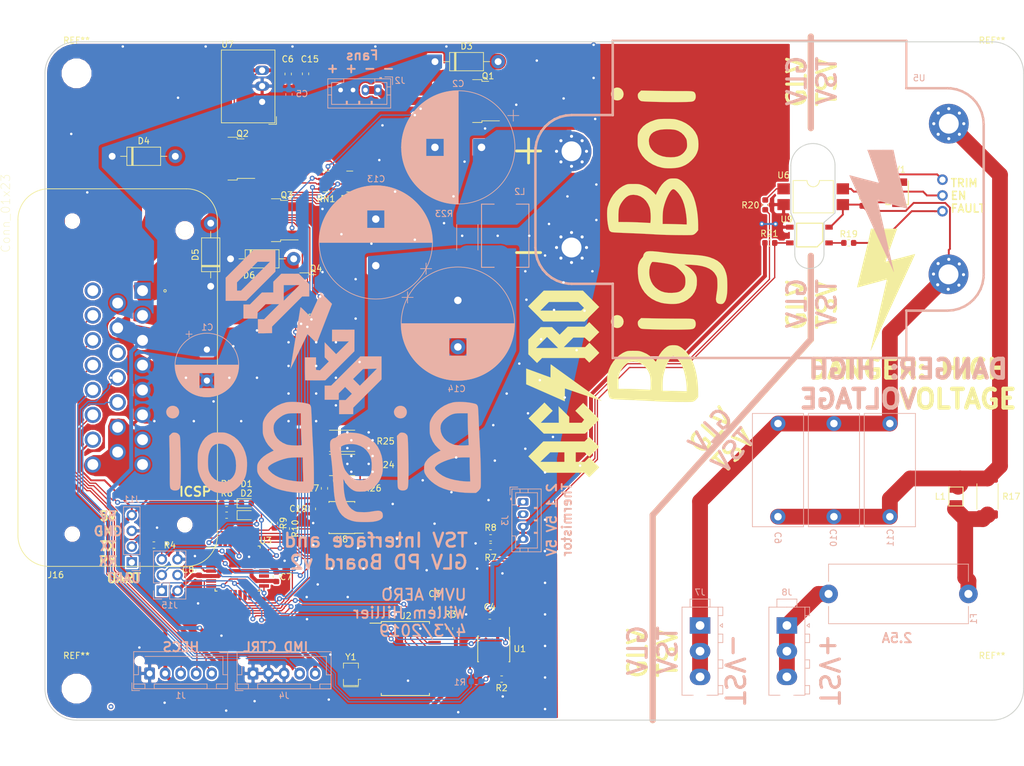
<source format=kicad_pcb>
(kicad_pcb (version 20171130) (host pcbnew "(5.0.2)-1")
  (layers (0 F.Cu signal) (31 B.Cu signal) (34 B.Paste user) (35 F.Paste user) (36 B.SilkS user) (37 F.SilkS user) (38 B.Mask user) (39 F.Mask user) (44 Edge.Cuts user))
  (net 0 "")
  (net 1 +12V)
  (net 2 GND)
  (net 3 +5V)
  (net 4 "Net-(C10-Pad1)")
  (net 5 "Net-(C18-Pad2)")
  (net 6 "Net-(C18-Pad1)")
  (net 7 "Net-(D1-Pad1)")
  (net 8 "Net-(D2-Pad1)")
  (net 9 "Net-(Q1-Pad1)")
  (net 10 "Net-(Q2-Pad1)")
  (net 11 "Net-(Q3-Pad1)")
  (net 12 "Net-(Q4-Pad1)")
  (net 13 "Net-(R2-Pad1)")
  (net 14 "Net-(R3-Pad2)")
  (net 15 "Net-(R19-Pad1)")
  (net 16 "Net-(R20-Pad2)")
  (net 17 "Net-(U1-Pad1)")
  (net 18 "Net-(U1-Pad4)")
  (net 19 "Net-(R18-Pad1)")
  (net 20 SCL)
  (net 21 SDA)
  (net 22 "Net-(C2-Pad1)")
  (net 23 /Main/HV-)
  (net 24 /Main/sheet5C830478/12V_OUT)
  (net 25 /Main/sheet5C830476/LED1)
  (net 26 /Main/sheet5C830476/LED2)
  (net 27 /Main/FANOUT0)
  (net 28 /Main/FANOUT2)
  (net 29 /Main/FANOUT1)
  (net 30 /Main/FANOUT3)
  (net 31 /Main/HV+)
  (net 32 /Main/sheet5C830478/HV+)
  (net 33 /Main/IMD_OK)
  (net 34 /Main/UART_TX)
  (net 35 /Main/UART_RX)
  (net 36 /Main/TEMP_1)
  (net 37 /Main/TEMP_2)
  (net 38 /Main/sheet5C830476/RESET)
  (net 39 /Main/sheet5C830476/MOSI)
  (net 40 /Main/sheet5C830476/SCK)
  (net 41 /Main/sheet5C830476/MISO)
  (net 42 /Main/CAN-)
  (net 43 /Main/CAN+)
  (net 44 /Main/SHDN_LOOP_OUT)
  (net 45 /Main/sheet5C830478/FAULT_HV)
  (net 46 /Main/DC_DC_EN)
  (net 47 /Main/DC_DC_FAULT)
  (net 48 /Main/sheet5C830476/FAN_CTRL_3)
  (net 49 /Main/sheet5C830476/FAN_CTRL_1)
  (net 50 /Main/sheet5C830476/FAN_CTRL_2)
  (net 51 /Main/sheet5C830476/FAN_CTRL_0)
  (net 52 /Main/sheet5C830478/TRIM_HV)
  (net 53 /Main/sheet5C830476/CAN_CS)
  (net 54 "Net-(U2-Pad8)")
  (net 55 /Main/sheet5C830476/MCU_CLK)
  (net 56 /Main/sheet5C830478/EN_HV)
  (net 57 "Net-(U2-Pad7)")
  (net 58 /Main/HECS_AN1)
  (net 59 /Main/HECS_AN2)
  (net 60 /Main/HECS_AN3)
  (module logo:73x41mm (layer F.Cu) (at 157.48 68.072 90)
    (fp_text reference G*** hide)
    (fp_text value LOGO hide)
  )
  (module Connector_JST:JST_XH_B05B-XH-AM_1x05_P2.50mm_Vertical (layer B.Cu) (at 76.065 141.594)
    (fp_text reference J1 (at 5 3.55) (layer B.SilkS) (effects (justify mirror)))
    (fp_text value HECS)
    (pad "" np_thru_hole circle (at -1.6 -2) (size 1.2 1.2) (drill 1.2) (layers *.Cu *.Mask))
    (pad 5 thru_hole oval (at 10 0) (size 1.7 1.95) (drill 0.95) (layers *.Cu *.Mask) (net 58 /Main/HECS_AN1))
    (pad 4 thru_hole oval (at 7.5 0) (size 1.7 1.95) (drill 0.95) (layers *.Cu *.Mask) (net 59 /Main/HECS_AN2))
    (pad 3 thru_hole oval (at 5 0) (size 1.7 1.95) (drill 0.95) (layers *.Cu *.Mask) (net 60 /Main/HECS_AN3))
    (pad 2 thru_hole oval (at 2.5 0) (size 1.7 1.95) (drill 0.95) (layers *.Cu *.Mask) (net 3 +5V))
    (pad 1 thru_hole roundrect (at 0 0) (size 1.7 1.95) (drill 0.95) (layers *.Cu *.Mask) (roundrect_rratio 0.147059) (net 2 GND))
  )
  (module Connector_JST:JST_XH_B05B-XH-AM_1x05_P2.50mm_Vertical (layer B.Cu) (at 92.71 141.605)
    (fp_text reference J4 (at 5 3.55) (layer B.SilkS) (effects (justify mirror)))
    (fp_text value Bender-LV)
    (pad "" np_thru_hole circle (at -1.6 -2) (size 1.2 1.2) (drill 1.2) (layers *.Cu *.Mask))
    (pad 5 thru_hole oval (at 10 0) (size 1.7 1.95) (drill 0.95) (layers *.Cu *.Mask) (net 1 +12V))
    (pad 4 thru_hole oval (at 7.5 0) (size 1.7 1.95) (drill 0.95) (layers *.Cu *.Mask) (net 33 /Main/IMD_OK))
    (pad 3 thru_hole oval (at 5 0) (size 1.7 1.95) (drill 0.95) (layers *.Cu *.Mask) (net 2 GND))
    (pad 2 thru_hole oval (at 2.5 0) (size 1.7 1.95) (drill 0.95) (layers *.Cu *.Mask) (net 2 GND))
    (pad 1 thru_hole roundrect (at 0 0) (size 1.7 1.95) (drill 0.95) (layers *.Cu *.Mask) (roundrect_rratio 0.147059) (net 2 GND))
  )
  (module Connector_PinHeader_2.54mm:PinHeader_2x03_P2.54mm_Vertical (layer B.Cu) (at 78.027 128.278)
    (fp_text reference J15 (at 1.27 2.33) (layer B.SilkS) (effects (justify mirror)))
    (fp_text value ICSP)
    (pad 1 thru_hole rect (at 0 0) (size 1.7 1.7) (drill 1) (layers *.Cu *.Mask) (net 41 /Main/sheet5C830476/MISO))
    (pad 2 thru_hole oval (at 2.54 0) (size 1.7 1.7) (drill 1) (layers *.Cu *.Mask) (net 3 +5V))
    (pad 3 thru_hole oval (at 0 -2.54) (size 1.7 1.7) (drill 1) (layers *.Cu *.Mask) (net 40 /Main/sheet5C830476/SCK))
    (pad 4 thru_hole oval (at 2.54 -2.54) (size 1.7 1.7) (drill 1) (layers *.Cu *.Mask) (net 39 /Main/sheet5C830476/MOSI))
    (pad 5 thru_hole oval (at 0 -5.08) (size 1.7 1.7) (drill 1) (layers *.Cu *.Mask) (net 38 /Main/sheet5C830476/RESET))
    (pad 6 thru_hole oval (at 2.54 -5.08) (size 1.7 1.7) (drill 1) (layers *.Cu *.Mask) (net 2 GND))
  )
  (module Connector_TE-AMPSEAL:TE_1-776200-1_23pin_Vertical (layer F.Cu) (at 70.93 93.95 270)
    (fp_text reference J16 (at 31.78 9.97) (layer F.SilkS))
    (fp_text value Conn_01x23 (at -26.4509 18.0258 270) (layer F.SilkS) (effects (font (size 1.4021 1.4021) (thickness 0.05))))
    (pad Hole np_thru_hole circle (at 25.2 7.3 270) (size 2 2) (drill 2) (layers *.Cu *.Mask F.SilkS))
    (pad Hole np_thru_hole circle (at -25.2 7.3 270) (size 2 2) (drill 2) (layers *.Cu *.Mask F.SilkS))
    (pad Hole np_thru_hole circle (at 23.7 -10.8 270) (size 2 2) (drill 2) (layers *.Cu *.Mask F.SilkS))
    (pad 23 thru_hole circle (at 14 4 270) (size 2.625 2.625) (drill 1.75) (layers *.Cu *.Mask) (net 44 /Main/SHDN_LOOP_OUT))
    (pad 22 thru_hole circle (at 10 4 270) (size 2.625 2.625) (drill 1.75) (layers *.Cu *.Mask) (net 3 +5V))
    (pad 21 thru_hole circle (at 6 4 270) (size 2.625 2.625) (drill 1.75) (layers *.Cu *.Mask) (net 36 /Main/TEMP_1))
    (pad 20 thru_hole circle (at 2 4 270) (size 2.625 2.625) (drill 1.75) (layers *.Cu *.Mask) (net 33 /Main/IMD_OK))
    (pad 19 thru_hole circle (at -2 4 270) (size 2.625 2.625) (drill 1.75) (layers *.Cu *.Mask) (net 58 /Main/HECS_AN1))
    (pad 18 thru_hole circle (at -6 4 270) (size 2.625 2.625) (drill 1.75) (layers *.Cu *.Mask) (net 59 /Main/HECS_AN2))
    (pad 17 thru_hole circle (at -10 4 270) (size 2.625 2.625) (drill 1.75) (layers *.Cu *.Mask) (net 60 /Main/HECS_AN3))
    (pad 16 thru_hole circle (at -14 4 270) (size 2.625 2.625) (drill 1.75) (layers *.Cu *.Mask))
    (pad 15 thru_hole circle (at 12 0 270) (size 2.625 2.625) (drill 1.75) (layers *.Cu *.Mask) (net 44 /Main/SHDN_LOOP_OUT))
    (pad 14 thru_hole circle (at 8 0 270) (size 2.625 2.625) (drill 1.75) (layers *.Cu *.Mask) (net 44 /Main/SHDN_LOOP_OUT))
    (pad 13 thru_hole circle (at 4 0 270) (size 2.625 2.625) (drill 1.75) (layers *.Cu *.Mask) (net 43 /Main/CAN+))
    (pad 12 thru_hole circle (at 0 0 270) (size 2.625 2.625) (drill 1.75) (layers *.Cu *.Mask) (net 42 /Main/CAN-))
    (pad 11 thru_hole circle (at -4 0 270) (size 2.625 2.625) (drill 1.75) (layers *.Cu *.Mask))
    (pad 10 thru_hole circle (at -8 0 270) (size 2.625 2.625) (drill 1.75) (layers *.Cu *.Mask) (net 1 +12V))
    (pad 9 thru_hole circle (at -12 0 270) (size 2.625 2.625) (drill 1.75) (layers *.Cu *.Mask) (net 28 /Main/FANOUT2))
    (pad 8 thru_hole circle (at 14 -4 270) (size 2.625 2.625) (drill 1.75) (layers *.Cu *.Mask) (net 44 /Main/SHDN_LOOP_OUT))
    (pad 7 thru_hole circle (at 10 -4 270) (size 2.625 2.625) (drill 1.75) (layers *.Cu *.Mask) (net 44 /Main/SHDN_LOOP_OUT))
    (pad 6 thru_hole circle (at 6 -4 270) (size 2.625 2.625) (drill 1.75) (layers *.Cu *.Mask) (net 2 GND))
    (pad 5 thru_hole circle (at 2 -4 270) (size 2.625 2.625) (drill 1.75) (layers *.Cu *.Mask) (net 2 GND))
    (pad 4 thru_hole circle (at -2 -4 270) (size 2.625 2.625) (drill 1.75) (layers *.Cu *.Mask) (net 2 GND))
    (pad 3 thru_hole circle (at -6 -4 270) (size 2.625 2.625) (drill 1.75) (layers *.Cu *.Mask) (net 1 +12V))
    (pad 2 thru_hole circle (at -10 -4 270) (size 2.625 2.625) (drill 1.75) (layers *.Cu *.Mask) (net 30 /Main/FANOUT3))
    (pad 1 thru_hole rect (at -14 -4 270) (size 2.625 2.625) (drill 1.75) (layers *.Cu *.Mask) (net 29 /Main/FANOUT1))
    (pad Hole np_thru_hole circle (at -23.7 -10.8 270) (size 2 2) (drill 2) (layers *.Cu *.Mask F.SilkS))
  )
  (module MountingHole:MountingHole_4.3mm_M4 (layer F.Cu) (at 211.631 144.026)
    (fp_text reference REF** (at 0 -5.3) (layer F.SilkS))
    (fp_text value MountingHole_4.3mm_M4)
    (pad 1 np_thru_hole circle (at 0 0) (size 4.3 4.3) (drill 4.3) (layers *.Cu *.Mask))
  )
  (module MountingHole:MountingHole_4.3mm_M4 (layer F.Cu) (at 211.631 44.966)
    (fp_text reference REF** (at 0 -5.3) (layer F.SilkS))
    (fp_text value MountingHole_4.3mm_M4)
    (pad 1 np_thru_hole circle (at 0 0) (size 4.3 4.3) (drill 4.3) (layers *.Cu *.Mask))
  )
  (module MountingHole:MountingHole_4.3mm_M4 (layer F.Cu) (at 64.311 44.966)
    (fp_text reference REF** (at 0 -5.3) (layer F.SilkS))
    (fp_text value MountingHole_4.3mm_M4)
    (pad 1 np_thru_hole circle (at 0 0) (size 4.3 4.3) (drill 4.3) (layers *.Cu *.Mask))
  )
  (module MountingHole:MountingHole_4.3mm_M4 (layer F.Cu) (at 64.311 144.026)
    (fp_text reference REF** (at 0 -5.3) (layer F.SilkS))
    (fp_text value MountingHole_4.3mm_M4)
    (pad 1 np_thru_hole circle (at 0 0) (size 4.3 4.3) (drill 4.3) (layers *.Cu *.Mask))
  )
  (module Connector_JST:JST_PH_B4B-PH-K_1x04_P2.00mm_Vertical (layer B.Cu) (at 112.801691 47.650691 180)
    (fp_text reference J2 (at -3.556 1.524 180) (layer B.SilkS) (effects (justify mirror)))
    (fp_text value FANS)
    (pad 4 thru_hole oval (at 6 0 180) (size 1.2 1.75) (drill 0.75) (layers *.Cu *.Mask) (net 1 +12V))
    (pad 3 thru_hole oval (at 4 0 180) (size 1.2 1.75) (drill 0.75) (layers *.Cu *.Mask) (net 1 +12V))
    (pad 2 thru_hole oval (at 2 0 180) (size 1.2 1.75) (drill 0.75) (layers *.Cu *.Mask) (net 27 /Main/FANOUT0))
    (pad 1 thru_hole roundrect (at 0 0 180) (size 1.2 1.75) (drill 0.75) (layers *.Cu *.Mask) (roundrect_rratio 0.208333) (net 27 /Main/FANOUT0))
  )
  (module Connector_JST:JST_PH_B4B-PH-K_1x04_P2.00mm_Vertical (layer B.Cu) (at 136.169691 113.944691 270)
    (fp_text reference J3 (at 3 2.9 270) (layer B.SilkS) (effects (justify mirror)))
    (fp_text value NTCs)
    (pad 4 thru_hole oval (at 6 0 270) (size 1.2 1.75) (drill 0.75) (layers *.Cu *.Mask) (net 3 +5V))
    (pad 3 thru_hole oval (at 4 0 270) (size 1.2 1.75) (drill 0.75) (layers *.Cu *.Mask) (net 3 +5V))
    (pad 2 thru_hole oval (at 2 0 270) (size 1.2 1.75) (drill 0.75) (layers *.Cu *.Mask) (net 36 /Main/TEMP_1))
    (pad 1 thru_hole roundrect (at 0 0 270) (size 1.2 1.75) (drill 0.75) (layers *.Cu *.Mask) (roundrect_rratio 0.208333) (net 37 /Main/TEMP_2))
  )
  (module CustomFootprints:vicor-socket-no-cutouts (layer B.Cu) (at 204.664 53.071 180)
    (fp_text reference U5 (at 4.766 7.351 180) (layer B.SilkS) (effects (justify mirror)))
    (fp_text value DCM4623TD2J13D0T70)
    (pad 1 thru_hole circle (at 0 0 180) (size 6.4 6.4) (drill 3.2) (layers *.Cu *.Mask) (net 4 "Net-(C10-Pad1)"))
    (pad 5 thru_hole circle (at 0.04572 -24.257 180) (size 6.4 6.4) (drill 3.2) (layers *.Cu *.Mask) (net 23 /Main/HV-))
    (pad 8 thru_hole circle (at 60.706 -19.939 180) (size 6.4 6.4) (drill 3.2) (layers *.Cu *.Mask) (net 2 GND))
    (pad 9 thru_hole circle (at 60.706 -4.445 180) (size 6.4 6.4) (drill 3.2) (layers *.Cu *.Mask) (net 22 "Net-(C2-Pad1)"))
    (pad 2 thru_hole circle (at 1.016 -9.017 180) (size 1.699848 1.699848) (drill 1) (layers *.Cu *.Mask) (net 52 /Main/sheet5C830478/TRIM_HV))
    (pad 3 thru_hole circle (at 1.016 -11.557 180) (size 1.699848 1.699848) (drill 1) (layers *.Cu *.Mask) (net 56 /Main/sheet5C830478/EN_HV))
    (pad 4 thru_hole circle (at 1.016 -14.097 180) (size 1.699848 1.699848) (drill 1) (layers *.Cu *.Mask) (net 45 /Main/sheet5C830478/FAULT_HV))
    (pad 1 thru_hole circle (at 0 2.413 180) (size 0.8 0.8) (drill 0.5) (layers *.Cu *.Mask) (net 4 "Net-(C10-Pad1)"))
    (pad 1 thru_hole circle (at -1.706249 1.706249 135) (size 0.8 0.8) (drill 0.5) (layers *.Cu *.Mask) (net 4 "Net-(C10-Pad1)"))
    (pad 1 thru_hole circle (at -2.413 0 90) (size 0.8 0.8) (drill 0.5) (layers *.Cu *.Mask) (net 4 "Net-(C10-Pad1)"))
    (pad 1 thru_hole circle (at -1.706249 -1.706249 45) (size 0.8 0.8) (drill 0.5) (layers *.Cu *.Mask) (net 4 "Net-(C10-Pad1)"))
    (pad 1 thru_hole circle (at 0 -2.413) (size 0.8 0.8) (drill 0.5) (layers *.Cu *.Mask) (net 4 "Net-(C10-Pad1)"))
    (pad 1 thru_hole circle (at 1.706249 -1.706249 315) (size 0.8 0.8) (drill 0.5) (layers *.Cu *.Mask) (net 4 "Net-(C10-Pad1)"))
    (pad 1 thru_hole circle (at 2.413 0 270) (size 0.8 0.8) (drill 0.5) (layers *.Cu *.Mask) (net 4 "Net-(C10-Pad1)"))
    (pad 1 thru_hole circle (at 1.706249 1.706249 225) (size 0.8 0.8) (drill 0.5) (layers *.Cu *.Mask) (net 4 "Net-(C10-Pad1)"))
    (pad 5 thru_hole circle (at 0 -21.844 180) (size 0.8 0.8) (drill 0.5) (layers *.Cu *.Mask) (net 23 /Main/HV-))
    (pad 5 thru_hole circle (at -1.692858 -22.58308 135) (size 0.8 0.8) (drill 0.5) (layers *.Cu *.Mask) (net 23 /Main/HV-))
    (pad 5 thru_hole circle (at -2.36728 -24.30272 90) (size 0.8 0.8) (drill 0.5) (layers *.Cu *.Mask) (net 23 /Main/HV-))
    (pad 5 thru_hole circle (at -1.6282 -25.995578 45) (size 0.8 0.8) (drill 0.5) (layers *.Cu *.Mask) (net 23 /Main/HV-))
    (pad 5 thru_hole circle (at 0.09144 -26.67) (size 0.8 0.8) (drill 0.5) (layers *.Cu *.Mask) (net 23 /Main/HV-))
    (pad 5 thru_hole circle (at 1.784298 -25.93092 315) (size 0.8 0.8) (drill 0.5) (layers *.Cu *.Mask) (net 23 /Main/HV-))
    (pad 5 thru_hole circle (at 2.45872 -24.21128 270) (size 0.8 0.8) (drill 0.5) (layers *.Cu *.Mask) (net 23 /Main/HV-))
    (pad 5 thru_hole circle (at 1.71964 -22.518422 225) (size 0.8 0.8) (drill 0.5) (layers *.Cu *.Mask) (net 23 /Main/HV-))
    (pad 9 thru_hole circle (at 60.706 -2.032 180) (size 0.8 0.8) (drill 0.5) (layers *.Cu *.Mask) (net 22 "Net-(C2-Pad1)"))
    (pad 9 thru_hole circle (at 58.999751 -2.738751 135) (size 0.8 0.8) (drill 0.5) (layers *.Cu *.Mask) (net 22 "Net-(C2-Pad1)"))
    (pad 9 thru_hole circle (at 58.293 -4.445 90) (size 0.8 0.8) (drill 0.5) (layers *.Cu *.Mask) (net 22 "Net-(C2-Pad1)"))
    (pad 9 thru_hole circle (at 58.999751 -6.151249 45) (size 0.8 0.8) (drill 0.5) (layers *.Cu *.Mask) (net 22 "Net-(C2-Pad1)"))
    (pad 9 thru_hole circle (at 60.706 -6.858) (size 0.8 0.8) (drill 0.5) (layers *.Cu *.Mask) (net 22 "Net-(C2-Pad1)"))
    (pad 9 thru_hole circle (at 62.412249 -6.151249 315) (size 0.8 0.8) (drill 0.5) (layers *.Cu *.Mask) (net 22 "Net-(C2-Pad1)"))
    (pad 9 thru_hole circle (at 63.119 -4.445 270) (size 0.8 0.8) (drill 0.5) (layers *.Cu *.Mask) (net 22 "Net-(C2-Pad1)"))
    (pad 9 thru_hole circle (at 62.412249 -2.738751 225) (size 0.8 0.8) (drill 0.5) (layers *.Cu *.Mask) (net 22 "Net-(C2-Pad1)"))
    (pad 8 thru_hole circle (at 60.706 -17.526 180) (size 0.8 0.8) (drill 0.5) (layers *.Cu *.Mask) (net 2 GND))
    (pad 8 thru_hole circle (at 58.999751 -18.232751 135) (size 0.8 0.8) (drill 0.5) (layers *.Cu *.Mask) (net 2 GND))
    (pad 8 thru_hole circle (at 58.293 -19.939 90) (size 0.8 0.8) (drill 0.5) (layers *.Cu *.Mask) (net 2 GND))
    (pad 8 thru_hole circle (at 58.999751 -21.645249 45) (size 0.8 0.8) (drill 0.5) (layers *.Cu *.Mask) (net 2 GND))
    (pad 8 thru_hole circle (at 60.706 -22.352) (size 0.8 0.8) (drill 0.5) (layers *.Cu *.Mask) (net 2 GND))
    (pad 8 thru_hole circle (at 62.412249 -21.645249 315) (size 0.8 0.8) (drill 0.5) (layers *.Cu *.Mask) (net 2 GND))
    (pad 8 thru_hole circle (at 63.119 -19.939 270) (size 0.8 0.8) (drill 0.5) (layers *.Cu *.Mask) (net 2 GND))
    (pad 8 thru_hole circle (at 62.412249 -18.232751 225) (size 0.8 0.8) (drill 0.5) (layers *.Cu *.Mask) (net 2 GND))
  )
  (module AERO_Logos:AERO_Logo_30x12mm (layer F.Cu) (at 142.748 94.996 90)
    (fp_text reference G*** hide)
    (fp_text value LOGO hide)
  )
  (module AERO_Logos:AERO_Logo_30x12mm (layer B.Cu) (at 101.092 86.36 135)
    (fp_text reference G*** hide)
    (fp_text value LOGO hide)
  )
  (module CustomFootprints:TLP182 (layer F.Cu) (at 185.39 72.269 180)
    (fp_text reference U9 (at 6.802309 3.790309 180) (layer F.SilkS))
    (fp_text value TLP184)
    (pad 1 smd rect (at 0 0 180) (size 1.2 0.8) (layers F.Cu F.Paste F.Mask) (net 15 "Net-(R19-Pad1)"))
    (pad 6 smd rect (at 6.3 0 180) (size 1.2 0.8) (layers F.Cu F.Paste F.Mask) (net 47 /Main/DC_DC_FAULT))
    (pad 3 smd rect (at 0 2.54 180) (size 1.2 0.8) (layers F.Cu F.Paste F.Mask) (net 23 /Main/HV-))
    (pad 4 smd rect (at 6.3 2.54 180) (size 1.2 0.8) (layers F.Cu F.Paste F.Mask) (net 2 GND))
  )
  (module CustomFootprints:TC33X-503ECT-ND (layer F.Cu) (at 197.358 62.484 180)
    (fp_text reference RV1 (at 1.016 2.032 180) (layer F.SilkS))
    (fp_text value 50k)
    (pad 2 smd rect (at 1 -3.25 180) (size 1.6 1.5) (layers F.Cu F.Paste F.Mask) (net 19 "Net-(R18-Pad1)"))
    (pad 3 smd rect (at 2 0 180) (size 1.2 1.2) (layers F.Cu F.Paste F.Mask) (net 52 /Main/sheet5C830478/TRIM_HV))
    (pad 1 smd rect (at 0 0 180) (size 1.2 1.2) (layers F.Cu F.Paste F.Mask))
  )
  (module Connector_PinSocket_2.54mm:PinSocket_1x04_P2.54mm_Vertical (layer B.Cu) (at 73.201 123.706)
    (fp_text reference J11 (at -0.03 -10.16) (layer B.SilkS) (effects (justify mirror)))
    (fp_text value UART)
    (pad 4 thru_hole oval (at 0 -7.62) (size 1.7 1.7) (drill 1) (layers *.Cu *.Mask) (net 3 +5V))
    (pad 3 thru_hole oval (at 0 -5.08) (size 1.7 1.7) (drill 1) (layers *.Cu *.Mask) (net 2 GND))
    (pad 2 thru_hole oval (at 0 -2.54) (size 1.7 1.7) (drill 1) (layers *.Cu *.Mask) (net 34 /Main/UART_TX))
    (pad 1 thru_hole rect (at 0 0) (size 1.7 1.7) (drill 1) (layers *.Cu *.Mask) (net 35 /Main/UART_RX))
  )
  (module CustomFootprints:hvlightningsymbol (layer F.Cu) (at 194.589691 79.908691)
    (fp_text reference G*** hide)
    (fp_text value LOGO hide)
  )
  (module Capacitor_SMD:C_0603_1608Metric (layer F.Cu) (at 122.047 131.064 90)
    (fp_text reference C3 (at 2.286 -0.127 180) (layer F.SilkS))
    (fp_text value 0.1uF)
    (pad 2 smd roundrect (at 0.7875 0 90) (size 0.875 0.95) (layers F.Cu F.Paste F.Mask) (net 2 GND))
    (pad 1 smd roundrect (at -0.7875 0 90) (size 0.875 0.95) (layers F.Cu F.Paste F.Mask) (net 3 +5V))
  )
  (module Capacitor_SMD:C_0603_1608Metric (layer F.Cu) (at 130.81 132.334)
    (fp_text reference C4 (at 0 -1.43) (layer F.SilkS))
    (fp_text value 0.1uF)
    (pad 2 smd roundrect (at 0.7875 0) (size 0.875 0.95) (layers F.Cu F.Paste F.Mask) (net 2 GND))
    (pad 1 smd roundrect (at -0.7875 0) (size 0.875 0.95) (layers F.Cu F.Paste F.Mask) (net 3 +5V))
  )
  (module Capacitor_SMD:C_0603_1608Metric (layer F.Cu) (at 96.461 126.01 90)
    (fp_text reference C7 (at -0.033 1.553 180) (layer F.SilkS))
    (fp_text value 0.1uF)
    (pad 2 smd roundrect (at 0.7875 0 90) (size 0.875 0.95) (layers F.Cu F.Paste F.Mask) (net 2 GND))
    (pad 1 smd roundrect (at -0.7875 0 90) (size 0.875 0.95) (layers F.Cu F.Paste F.Mask) (net 3 +5V))
  )
  (module Capacitor_SMD:C_0603_1608Metric (layer F.Cu) (at 84.015 124.994 90)
    (fp_text reference C8 (at 0.094 -1.749 180) (layer F.SilkS))
    (fp_text value 0.1uF)
    (pad 2 smd roundrect (at 0.7875 0 90) (size 0.875 0.95) (layers F.Cu F.Paste F.Mask) (net 2 GND))
    (pad 1 smd roundrect (at -0.7875 0 90) (size 0.875 0.95) (layers F.Cu F.Paste F.Mask) (net 3 +5V))
  )
  (module Capacitor_THT:C_Rect_L18.0mm_W8.0mm_P15.00mm_FKS3_FKP3 (layer B.Cu) (at 177.18 116.349 90)
    (fp_text reference C9 (at -3.392 0.057 90) (layer B.SilkS) (effects (justify mirror)))
    (fp_text value 0.68uF)
    (pad 2 thru_hole circle (at 15 0 90) (size 2.4 2.4) (drill 1.2) (layers *.Cu *.Mask) (net 23 /Main/HV-))
    (pad 1 thru_hole circle (at 0 0 90) (size 2.4 2.4) (drill 1.2) (layers *.Cu *.Mask) (net 4 "Net-(C10-Pad1)"))
  )
  (module Capacitor_THT:C_Rect_L18.0mm_W8.0mm_P15.00mm_FKS3_FKP3 (layer B.Cu) (at 186.18 116.349 90)
    (fp_text reference C10 (at -3.392 -0.053 90) (layer B.SilkS) (effects (justify mirror)))
    (fp_text value 0.68uF)
    (pad 2 thru_hole circle (at 15 0 90) (size 2.4 2.4) (drill 1.2) (layers *.Cu *.Mask) (net 23 /Main/HV-))
    (pad 1 thru_hole circle (at 0 0 90) (size 2.4 2.4) (drill 1.2) (layers *.Cu *.Mask) (net 4 "Net-(C10-Pad1)"))
  )
  (module Capacitor_THT:C_Rect_L18.0mm_W8.0mm_P15.00mm_FKS3_FKP3 (layer B.Cu) (at 195.18 116.349 90)
    (fp_text reference C11 (at -3.392 0.091 90) (layer B.SilkS) (effects (justify mirror)))
    (fp_text value 0.68uF)
    (pad 2 thru_hole circle (at 15 0 90) (size 2.4 2.4) (drill 1.2) (layers *.Cu *.Mask) (net 23 /Main/HV-))
    (pad 1 thru_hole circle (at 0 0 90) (size 2.4 2.4) (drill 1.2) (layers *.Cu *.Mask) (net 4 "Net-(C10-Pad1)"))
  )
  (module Capacitor_THT:CP_Radial_D18.0mm_P7.50mm (layer B.Cu) (at 112.462 75.931 90)
    (fp_text reference C13 (at 13.955 0.06 180) (layer B.SilkS) (effects (justify mirror)))
    (fp_text value 4700uF)
    (pad 2 thru_hole circle (at 7.5 0 90) (size 2.4 2.4) (drill 1.2) (layers *.Cu *.Mask) (net 2 GND))
    (pad 1 thru_hole rect (at 0 0 90) (size 2.4 2.4) (drill 1.2) (layers *.Cu *.Mask) (net 24 /Main/sheet5C830478/12V_OUT))
  )
  (module Capacitor_THT:CP_Radial_D18.0mm_P7.50mm (layer B.Cu) (at 125.67 81.519 270)
    (fp_text reference C14 (at 14.239 0.194) (layer B.SilkS) (effects (justify mirror)))
    (fp_text value 4700uF)
    (pad 2 thru_hole circle (at 7.5 0 270) (size 2.4 2.4) (drill 1.2) (layers *.Cu *.Mask) (net 2 GND))
    (pad 1 thru_hole rect (at 0 0 270) (size 2.4 2.4) (drill 1.2) (layers *.Cu *.Mask) (net 24 /Main/sheet5C830478/12V_OUT))
  )
  (module Capacitor_SMD:C_0603_1608Metric (layer F.Cu) (at 101.159 45.0445 270)
    (fp_text reference C15 (at -2.3725 -0.695) (layer F.SilkS))
    (fp_text value 10uF)
    (pad 2 smd roundrect (at 0.7875 0 270) (size 0.875 0.95) (layers F.Cu F.Paste F.Mask) (net 2 GND))
    (pad 1 smd roundrect (at -0.7875 0 270) (size 0.875 0.95) (layers F.Cu F.Paste F.Mask) (net 3 +5V))
  )
  (module Capacitor_SMD:C_0603_1608Metric (layer F.Cu) (at 106.875 111.913 180)
    (fp_text reference C18 (at -0.029 1.415 180) (layer F.SilkS))
    (fp_text value 0.1uF)
    (pad 2 smd roundrect (at 0.7875 0 180) (size 0.875 0.95) (layers F.Cu F.Paste F.Mask) (net 5 "Net-(C18-Pad2)"))
    (pad 1 smd roundrect (at -0.7875 0 180) (size 0.875 0.95) (layers F.Cu F.Paste F.Mask) (net 6 "Net-(C18-Pad1)"))
  )
  (module Capacitor_SMD:C_0603_1608Metric (layer F.Cu) (at 102.260691 115.087691 90)
    (fp_text reference C19 (at 0.017691 -2.262691) (layer F.SilkS))
    (fp_text value 0.1uF)
    (pad 2 smd roundrect (at 0.7875 0 90) (size 0.875 0.95) (layers F.Cu F.Paste F.Mask) (net 3 +5V))
    (pad 1 smd roundrect (at -0.7875 0 90) (size 0.875 0.95) (layers F.Cu F.Paste F.Mask) (net 2 GND))
  )
  (module LED_SMD:LED_0603_1608Metric (layer F.Cu) (at 91.635 114.199)
    (fp_text reference D1 (at 0.029 -3.142) (layer F.SilkS))
    (fp_text value LED)
    (pad 2 smd roundrect (at 0.7875 0) (size 0.875 0.95) (layers F.Cu F.Paste F.Mask) (net 25 /Main/sheet5C830476/LED1))
    (pad 1 smd roundrect (at -0.7875 0) (size 0.875 0.95) (layers F.Cu F.Paste F.Mask) (net 7 "Net-(D1-Pad1)"))
  )
  (module LED_SMD:LED_0603_1608Metric (layer F.Cu) (at 91.635 116.104)
    (fp_text reference D2 (at 0 -3.523) (layer F.SilkS))
    (fp_text value LED)
    (pad 2 smd roundrect (at 0.7875 0) (size 0.875 0.95) (layers F.Cu F.Paste F.Mask) (net 26 /Main/sheet5C830476/LED2))
    (pad 1 smd roundrect (at -0.7875 0) (size 0.875 0.95) (layers F.Cu F.Paste F.Mask) (net 8 "Net-(D2-Pad1)"))
  )
  (module Diode_THT:D_DO-41_SOD81_P10.16mm_Horizontal (layer F.Cu) (at 121.988 43.079)
    (fp_text reference D3 (at 5.08 -2.47) (layer F.SilkS))
    (fp_text value 1N4001)
    (pad 2 thru_hole oval (at 10.16 0) (size 2.2 2.2) (drill 1.1) (layers *.Cu *.Mask) (net 27 /Main/FANOUT0))
    (pad 1 thru_hole rect (at 0 0) (size 2.2 2.2) (drill 1.1) (layers *.Cu *.Mask) (net 1 +12V))
  )
  (module Diode_THT:D_DO-41_SOD81_P10.16mm_Horizontal (layer F.Cu) (at 70.045 58.319)
    (fp_text reference D4 (at 5.08 -2.47) (layer F.SilkS))
    (fp_text value 1N4001)
    (pad 2 thru_hole oval (at 10.16 0) (size 2.2 2.2) (drill 1.1) (layers *.Cu *.Mask) (net 28 /Main/FANOUT2))
    (pad 1 thru_hole rect (at 0 0) (size 2.2 2.2) (drill 1.1) (layers *.Cu *.Mask) (net 1 +12V))
  )
  (module Diode_THT:D_DO-41_SOD81_P10.16mm_Horizontal (layer F.Cu) (at 85.901 79.256 90)
    (fp_text reference D5 (at 5.08 -2.47 90) (layer F.SilkS))
    (fp_text value 1N4001)
    (pad 2 thru_hole oval (at 10.16 0 90) (size 2.2 2.2) (drill 1.1) (layers *.Cu *.Mask) (net 29 /Main/FANOUT1))
    (pad 1 thru_hole rect (at 0 0 90) (size 2.2 2.2) (drill 1.1) (layers *.Cu *.Mask) (net 1 +12V))
  )
  (module Diode_THT:D_DO-41_SOD81_P10.16mm_Horizontal (layer F.Cu) (at 89.095 74.829)
    (fp_text reference D6 (at 2.98 2.641) (layer F.SilkS))
    (fp_text value 1N4001)
    (pad 2 thru_hole oval (at 10.16 0) (size 2.2 2.2) (drill 1.1) (layers *.Cu *.Mask) (net 30 /Main/FANOUT3))
    (pad 1 thru_hole rect (at 0 0) (size 2.2 2.2) (drill 1.1) (layers *.Cu *.Mask) (net 1 +12V))
  )
  (module CustomFootprints:Murata_DFE252012P_Inductor (layer F.Cu) (at 205.813 113.094 90)
    (fp_text reference L1 (at 0.005 -2.516 180) (layer F.SilkS))
    (fp_text value 1uH)
    (pad 2 smd rect (at 1 0 90) (size 0.8 2) (layers F.Cu F.Paste F.Mask) (net 4 "Net-(C10-Pad1)"))
    (pad 1 smd rect (at -1 0 90) (size 0.8 2) (layers F.Cu F.Paste F.Mask) (net 32 /Main/sheet5C830478/HV+))
  )
  (module CustomFootprints:PA2607 (layer B.Cu) (at 133.29 71.105 270)
    (fp_text reference L2 (at -7.097 -2.346) (layer B.SilkS) (effects (justify mirror)))
    (fp_text value 0.15uH)
    (pad 2 smd rect (at 3.935 0 270) (size 3.3 3.3) (layers B.Cu B.Paste B.Mask) (net 24 /Main/sheet5C830478/12V_OUT))
    (pad 1 smd rect (at -3.935 0 270) (size 3.3 3.3) (layers B.Cu B.Paste B.Mask) (net 22 "Net-(C2-Pad1)"))
  )
  (module Package_TO_SOT_SMD:TO-252-2 (layer F.Cu) (at 127.068 49.429 180)
    (fp_text reference Q1 (at -3.458 4.031 180) (layer F.SilkS))
    (fp_text value Q_NMOS_GDS)
    (pad 2 smd rect (at 2.1 0 180) (size 6.4 5.8) (layers F.Cu F.Mask) (net 27 /Main/FANOUT0))
    (pad 3 smd rect (at -4.2 2.28 180) (size 2.2 1.2) (layers F.Cu F.Paste F.Mask) (net 2 GND))
    (pad 1 smd rect (at -4.2 -2.28 180) (size 2.2 1.2) (layers F.Cu F.Paste F.Mask) (net 9 "Net-(Q1-Pad1)"))
  )
  (module Package_TO_SOT_SMD:TO-252-2 (layer F.Cu) (at 87.7 58.699 180)
    (fp_text reference Q2 (at -3.329 4.03 180) (layer F.SilkS))
    (fp_text value Q_NMOS_GDS)
    (pad 2 smd rect (at 2.1 0 180) (size 6.4 5.8) (layers F.Cu F.Mask) (net 28 /Main/FANOUT2))
    (pad 3 smd rect (at -4.2 2.28 180) (size 2.2 1.2) (layers F.Cu F.Paste F.Mask) (net 2 GND))
    (pad 1 smd rect (at -4.2 -2.28 180) (size 2.2 1.2) (layers F.Cu F.Paste F.Mask) (net 10 "Net-(Q2-Pad1)"))
  )
  (module Package_TO_SOT_SMD:TO-252-2 (layer F.Cu) (at 94.685 68.604 180)
    (fp_text reference Q3 (at -3.456 4.029 180) (layer F.SilkS))
    (fp_text value Q_NMOS_GDS)
    (pad 2 smd rect (at 2.1 0 180) (size 6.4 5.8) (layers F.Cu F.Mask) (net 29 /Main/FANOUT1))
    (pad 3 smd rect (at -4.2 2.28 180) (size 2.2 1.2) (layers F.Cu F.Paste F.Mask) (net 2 GND))
    (pad 1 smd rect (at -4.2 -2.28 180) (size 2.2 1.2) (layers F.Cu F.Paste F.Mask) (net 11 "Net-(Q3-Pad1)"))
  )
  (module Package_TO_SOT_SMD:TO-252-2 (layer F.Cu) (at 99.255 80.544 180)
    (fp_text reference Q4 (at -3.585 4.158 180) (layer F.SilkS))
    (fp_text value Q_NMOS_GDS)
    (pad 2 smd rect (at 2.1 0 180) (size 6.4 5.8) (layers F.Cu F.Mask) (net 30 /Main/FANOUT3))
    (pad 3 smd rect (at -4.2 2.28 180) (size 2.2 1.2) (layers F.Cu F.Paste F.Mask) (net 2 GND))
    (pad 1 smd rect (at -4.2 -2.28 180) (size 2.2 1.2) (layers F.Cu F.Paste F.Mask) (net 12 "Net-(Q4-Pad1)"))
  )
  (module Resistor_SMD:R_0603_1608Metric (layer F.Cu) (at 132.715 142.494 180)
    (fp_text reference R2 (at 0 -1.43 180) (layer F.SilkS))
    (fp_text value 10k)
    (pad 2 smd roundrect (at 0.7875 0 180) (size 0.875 0.95) (layers F.Cu F.Paste F.Mask) (net 2 GND))
    (pad 1 smd roundrect (at -0.7875 0 180) (size 0.875 0.95) (layers F.Cu F.Paste F.Mask) (net 13 "Net-(R2-Pad1)"))
  )
  (module Resistor_SMD:R_0603_1608Metric (layer F.Cu) (at 124.333 134.366 270)
    (fp_text reference R3 (at -2.286 -0.127) (layer F.SilkS))
    (fp_text value 10k)
    (pad 2 smd roundrect (at 0.7875 0 270) (size 0.875 0.95) (layers F.Cu F.Paste F.Mask) (net 14 "Net-(R3-Pad2)"))
    (pad 1 smd roundrect (at -0.7875 0 270) (size 0.875 0.95) (layers F.Cu F.Paste F.Mask) (net 3 +5V))
  )
  (module Resistor_SMD:R_0603_1608Metric (layer F.Cu) (at 76.757 120.912)
    (fp_text reference R4 (at 2.569 0.033) (layer F.SilkS))
    (fp_text value 10k)
    (pad 2 smd roundrect (at 0.7875 0) (size 0.875 0.95) (layers F.Cu F.Paste F.Mask) (net 38 /Main/sheet5C830476/RESET))
    (pad 1 smd roundrect (at -0.7875 0) (size 0.875 0.95) (layers F.Cu F.Paste F.Mask) (net 3 +5V))
  )
  (module Resistor_SMD:R_0603_1608Metric (layer F.Cu) (at 88.46 114.199)
    (fp_text reference R5 (at 0.029 -3.142) (layer F.SilkS))
    (fp_text value 1k)
    (pad 2 smd roundrect (at 0.7875 0) (size 0.875 0.95) (layers F.Cu F.Paste F.Mask) (net 7 "Net-(D1-Pad1)"))
    (pad 1 smd roundrect (at -0.7875 0) (size 0.875 0.95) (layers F.Cu F.Paste F.Mask) (net 2 GND))
  )
  (module Resistor_SMD:R_0603_1608Metric (layer F.Cu) (at 88.46 116.104)
    (fp_text reference R6 (at 0.029 -3.523) (layer F.SilkS))
    (fp_text value 1k)
    (pad 2 smd roundrect (at 0.7875 0) (size 0.875 0.95) (layers F.Cu F.Paste F.Mask) (net 8 "Net-(D2-Pad1)"))
    (pad 1 smd roundrect (at -0.7875 0) (size 0.875 0.95) (layers F.Cu F.Paste F.Mask) (net 2 GND))
  )
  (module Resistor_SMD:R_0603_1608Metric (layer F.Cu) (at 130.937 121.158)
    (fp_text reference R7 (at 0 1.778 180) (layer F.SilkS))
    (fp_text value 10k)
    (pad 2 smd roundrect (at 0.7875 0) (size 0.875 0.95) (layers F.Cu F.Paste F.Mask) (net 36 /Main/TEMP_1))
    (pad 1 smd roundrect (at -0.7875 0) (size 0.875 0.95) (layers F.Cu F.Paste F.Mask) (net 2 GND))
  )
  (module Resistor_SMD:R_0603_1608Metric (layer F.Cu) (at 130.937 119.761)
    (fp_text reference R8 (at 0 -1.651 180) (layer F.SilkS))
    (fp_text value 10k)
    (pad 2 smd roundrect (at 0.7875 0) (size 0.875 0.95) (layers F.Cu F.Paste F.Mask) (net 37 /Main/TEMP_2))
    (pad 1 smd roundrect (at -0.7875 0) (size 0.875 0.95) (layers F.Cu F.Paste F.Mask) (net 2 GND))
  )
  (module Resistor_SMD:R_2512_6332Metric (layer F.Cu) (at 210.893 113.094 270)
    (fp_text reference R17 (at 0 -3.834) (layer F.SilkS))
    (fp_text value 1Ω)
    (pad 2 smd roundrect (at 2.9 0 270) (size 1.35 3.35) (layers F.Cu F.Paste F.Mask) (roundrect_rratio 0.185185) (net 32 /Main/sheet5C830478/HV+))
    (pad 1 smd roundrect (at -2.9 0 270) (size 1.35 3.35) (layers F.Cu F.Paste F.Mask) (roundrect_rratio 0.185185) (net 4 "Net-(C10-Pad1)"))
  )
  (module Resistor_SMD:R_0603_1608Metric (layer F.Cu) (at 191.516 66.294 180)
    (fp_text reference R18 (at 0 1.524 180) (layer F.SilkS))
    (fp_text value 6.8k)
    (pad 2 smd roundrect (at 0.7875 0 180) (size 0.875 0.95) (layers F.Cu F.Paste F.Mask) (net 23 /Main/HV-))
    (pad 1 smd roundrect (at -0.7875 0 180) (size 0.875 0.95) (layers F.Cu F.Paste F.Mask) (net 19 "Net-(R18-Pad1)"))
  )
  (module Resistor_SMD:R_0603_1608Metric (layer F.Cu) (at 188.565 72.269)
    (fp_text reference R19 (at 0 -1.43) (layer F.SilkS))
    (fp_text value 1k)
    (pad 2 smd roundrect (at 0.7875 0) (size 0.875 0.95) (layers F.Cu F.Paste F.Mask) (net 45 /Main/sheet5C830478/FAULT_HV))
    (pad 1 smd roundrect (at -0.7875 0) (size 0.875 0.95) (layers F.Cu F.Paste F.Mask) (net 15 "Net-(R19-Pad1)"))
  )
  (module Resistor_SMD:R_0603_1608Metric (layer F.Cu) (at 175.133 66.1415 90)
    (fp_text reference R20 (at -0.051191 -2.387309 180) (layer F.SilkS))
    (fp_text value 1k)
    (pad 2 smd roundrect (at 0.7875 0 90) (size 0.875 0.95) (layers F.Cu F.Paste F.Mask) (net 16 "Net-(R20-Pad2)"))
    (pad 1 smd roundrect (at -0.7875 0 90) (size 0.875 0.95) (layers F.Cu F.Paste F.Mask) (net 46 /Main/DC_DC_EN))
  )
  (module Resistor_SMD:R_0603_1608Metric (layer F.Cu) (at 175.865 72.269 180)
    (fp_text reference R21 (at 0.071309 1.504309 180) (layer F.SilkS))
    (fp_text value 10k)
    (pad 2 smd roundrect (at 0.7875 0 180) (size 0.875 0.95) (layers F.Cu F.Paste F.Mask) (net 3 +5V))
    (pad 1 smd roundrect (at -0.7875 0 180) (size 0.875 0.95) (layers F.Cu F.Paste F.Mask) (net 47 /Main/DC_DC_FAULT))
  )
  (module Resistor_SMD:R_2512_6332Metric (layer B.Cu) (at 127.194 71.359 90)
    (fp_text reference R23 (at 3.795 -3.75 180) (layer B.SilkS) (effects (justify mirror)))
    (fp_text value 1Ω)
    (pad 2 smd roundrect (at 2.9 0 90) (size 1.35 3.35) (layers B.Cu B.Paste B.Mask) (roundrect_rratio 0.185185) (net 22 "Net-(C2-Pad1)"))
    (pad 1 smd roundrect (at -2.9 0 90) (size 1.35 3.35) (layers B.Cu B.Paste B.Mask) (roundrect_rratio 0.185185) (net 24 /Main/sheet5C830478/12V_OUT))
  )
  (module Resistor_SMD:R_2512_6332Metric (layer F.Cu) (at 107.043001 108.024001)
    (fp_text reference R24 (at 7.002999 -0.015001) (layer F.SilkS))
    (fp_text value 0.02)
    (pad 2 smd roundrect (at 2.9 0) (size 1.35 3.35) (layers F.Cu F.Paste F.Mask) (roundrect_rratio 0.185185) (net 24 /Main/sheet5C830478/12V_OUT))
    (pad 1 smd roundrect (at -2.9 0) (size 1.35 3.35) (layers F.Cu F.Paste F.Mask) (roundrect_rratio 0.185185) (net 44 /Main/SHDN_LOOP_OUT))
  )
  (module Resistor_SMD:R_2512_6332Metric (layer F.Cu) (at 107.043001 104.134001)
    (fp_text reference R25 (at 7.002999 0.064999) (layer F.SilkS))
    (fp_text value 0.02)
    (pad 2 smd roundrect (at 2.9 0) (size 1.35 3.35) (layers F.Cu F.Paste F.Mask) (roundrect_rratio 0.185185) (net 24 /Main/sheet5C830478/12V_OUT))
    (pad 1 smd roundrect (at -2.9 0) (size 1.35 3.35) (layers F.Cu F.Paste F.Mask) (roundrect_rratio 0.185185) (net 44 /Main/SHDN_LOOP_OUT))
  )
  (module Resistor_SMD:R_0603_1608Metric (layer F.Cu) (at 109.669 111.786 90)
    (fp_text reference R26 (at 0.018 2.267 180) (layer F.SilkS))
    (fp_text value 10)
    (pad 2 smd roundrect (at 0.7875 0 90) (size 0.875 0.95) (layers F.Cu F.Paste F.Mask) (net 24 /Main/sheet5C830478/12V_OUT))
    (pad 1 smd roundrect (at -0.7875 0 90) (size 0.875 0.95) (layers F.Cu F.Paste F.Mask) (net 6 "Net-(C18-Pad1)"))
  )
  (module Resistor_SMD:R_0603_1608Metric (layer F.Cu) (at 104.208 111.786 90)
    (fp_text reference R27 (at 0.018 -2.305 180) (layer F.SilkS))
    (fp_text value 10)
    (pad 2 smd roundrect (at 0.7875 0 90) (size 0.875 0.95) (layers F.Cu F.Paste F.Mask) (net 44 /Main/SHDN_LOOP_OUT))
    (pad 1 smd roundrect (at -0.7875 0 90) (size 0.875 0.95) (layers F.Cu F.Paste F.Mask) (net 5 "Net-(C18-Pad2)"))
  )
  (module Package_SO:SOIC-8_3.9x4.9mm_P1.27mm (layer F.Cu) (at 131.445 137.634 270)
    (fp_text reference U1 (at 0 -4.191) (layer F.SilkS))
    (fp_text value MCP2551-I-SN)
    (pad 8 smd rect (at 2.7 -1.905 270) (size 1.55 0.6) (layers F.Cu F.Paste F.Mask) (net 13 "Net-(R2-Pad1)"))
    (pad 7 smd rect (at 2.7 -0.635 270) (size 1.55 0.6) (layers F.Cu F.Paste F.Mask) (net 43 /Main/CAN+))
    (pad 6 smd rect (at 2.7 0.635 270) (size 1.55 0.6) (layers F.Cu F.Paste F.Mask) (net 42 /Main/CAN-))
    (pad 5 smd rect (at 2.7 1.905 270) (size 1.55 0.6) (layers F.Cu F.Paste F.Mask))
    (pad 4 smd rect (at -2.7 1.905 270) (size 1.55 0.6) (layers F.Cu F.Paste F.Mask) (net 18 "Net-(U1-Pad4)"))
    (pad 3 smd rect (at -2.7 0.635 270) (size 1.55 0.6) (layers F.Cu F.Paste F.Mask) (net 3 +5V))
    (pad 2 smd rect (at -2.7 -0.635 270) (size 1.55 0.6) (layers F.Cu F.Paste F.Mask) (net 2 GND))
    (pad 1 smd rect (at -2.7 -1.905 270) (size 1.55 0.6) (layers F.Cu F.Paste F.Mask) (net 17 "Net-(U1-Pad1)"))
  )
  (module Package_QFP:TQFP-32_7x7mm_P0.8mm (layer F.Cu) (at 90.225 124.699)
    (fp_text reference U3 (at 4.517 -4.498) (layer F.SilkS))
    (fp_text value ATmega328P-AU)
    (pad 32 smd rect (at -2.8 -4.25 90) (size 1.6 0.55) (layers F.Cu F.Paste F.Mask) (net 26 /Main/sheet5C830476/LED2))
    (pad 31 smd rect (at -2 -4.25 90) (size 1.6 0.55) (layers F.Cu F.Paste F.Mask) (net 34 /Main/UART_TX))
    (pad 30 smd rect (at -1.2 -4.25 90) (size 1.6 0.55) (layers F.Cu F.Paste F.Mask) (net 35 /Main/UART_RX))
    (pad 29 smd rect (at -0.4 -4.25 90) (size 1.6 0.55) (layers F.Cu F.Paste F.Mask) (net 38 /Main/sheet5C830476/RESET))
    (pad 28 smd rect (at 0.4 -4.25 90) (size 1.6 0.55) (layers F.Cu F.Paste F.Mask) (net 20 SCL))
    (pad 27 smd rect (at 1.2 -4.25 90) (size 1.6 0.55) (layers F.Cu F.Paste F.Mask) (net 21 SDA))
    (pad 26 smd rect (at 2 -4.25 90) (size 1.6 0.55) (layers F.Cu F.Paste F.Mask))
    (pad 25 smd rect (at 2.8 -4.25 90) (size 1.6 0.55) (layers F.Cu F.Paste F.Mask) (net 37 /Main/TEMP_2))
    (pad 24 smd rect (at 4.25 -2.8) (size 1.6 0.55) (layers F.Cu F.Paste F.Mask) (net 36 /Main/TEMP_1))
    (pad 23 smd rect (at 4.25 -2) (size 1.6 0.55) (layers F.Cu F.Paste F.Mask) (net 25 /Main/sheet5C830476/LED1))
    (pad 22 smd rect (at 4.25 -1.2) (size 1.6 0.55) (layers F.Cu F.Paste F.Mask))
    (pad 21 smd rect (at 4.25 -0.4) (size 1.6 0.55) (layers F.Cu F.Paste F.Mask) (net 2 GND))
    (pad 20 smd rect (at 4.25 0.4) (size 1.6 0.55) (layers F.Cu F.Paste F.Mask) (net 3 +5V))
    (pad 19 smd rect (at 4.25 1.2) (size 1.6 0.55) (layers F.Cu F.Paste F.Mask))
    (pad 18 smd rect (at 4.25 2) (size 1.6 0.55) (layers F.Cu F.Paste F.Mask) (net 3 +5V))
    (pad 17 smd rect (at 4.25 2.8) (size 1.6 0.55) (layers F.Cu F.Paste F.Mask) (net 40 /Main/sheet5C830476/SCK))
    (pad 16 smd rect (at 2.8 4.25 90) (size 1.6 0.55) (layers F.Cu F.Paste F.Mask) (net 41 /Main/sheet5C830476/MISO))
    (pad 15 smd rect (at 2 4.25 90) (size 1.6 0.55) (layers F.Cu F.Paste F.Mask) (net 39 /Main/sheet5C830476/MOSI))
    (pad 14 smd rect (at 1.2 4.25 90) (size 1.6 0.55) (layers F.Cu F.Paste F.Mask) (net 49 /Main/sheet5C830476/FAN_CTRL_1))
    (pad 13 smd rect (at 0.4 4.25 90) (size 1.6 0.55) (layers F.Cu F.Paste F.Mask) (net 51 /Main/sheet5C830476/FAN_CTRL_0))
    (pad 12 smd rect (at -0.4 4.25 90) (size 1.6 0.55) (layers F.Cu F.Paste F.Mask))
    (pad 11 smd rect (at -1.2 4.25 90) (size 1.6 0.55) (layers F.Cu F.Paste F.Mask) (net 47 /Main/DC_DC_FAULT))
    (pad 10 smd rect (at -2 4.25 90) (size 1.6 0.55) (layers F.Cu F.Paste F.Mask) (net 53 /Main/sheet5C830476/CAN_CS))
    (pad 9 smd rect (at -2.8 4.25 90) (size 1.6 0.55) (layers F.Cu F.Paste F.Mask) (net 48 /Main/sheet5C830476/FAN_CTRL_3))
    (pad 8 smd rect (at -4.25 2.8) (size 1.6 0.55) (layers F.Cu F.Paste F.Mask))
    (pad 7 smd rect (at -4.25 2) (size 1.6 0.55) (layers F.Cu F.Paste F.Mask) (net 55 /Main/sheet5C830476/MCU_CLK))
    (pad 6 smd rect (at -4.25 1.2) (size 1.6 0.55) (layers F.Cu F.Paste F.Mask) (net 3 +5V))
    (pad 5 smd rect (at -4.25 0.4) (size 1.6 0.55) (layers F.Cu F.Paste F.Mask) (net 2 GND))
    (pad 4 smd rect (at -4.25 -0.4) (size 1.6 0.55) (layers F.Cu F.Paste F.Mask) (net 3 +5V))
    (pad 3 smd rect (at -4.25 -1.2) (size 1.6 0.55) (layers F.Cu F.Paste F.Mask) (net 2 GND))
    (pad 2 smd rect (at -4.25 -2) (size 1.6 0.55) (layers F.Cu F.Paste F.Mask) (net 46 /Main/DC_DC_EN))
    (pad 1 smd rect (at -4.25 -2.8) (size 1.6 0.55) (layers F.Cu F.Paste F.Mask) (net 50 /Main/sheet5C830476/FAN_CTRL_2))
  )
  (module Converter_DCDC:Converter_DCDC_RECOM_R-78E-0.5_THT (layer F.Cu) (at 94.175 49.556 90)
    (fp_text reference U7 (at 9.238 -5.559 180) (layer F.SilkS))
    (fp_text value R-78E5.0-0.5)
    (pad 3 thru_hole oval (at 5.08 0 90) (size 1.5 2.3) (drill 1) (layers *.Cu *.Mask) (net 3 +5V))
    (pad 2 thru_hole oval (at 2.54 0 90) (size 1.5 2.3) (drill 1) (layers *.Cu *.Mask) (net 2 GND))
    (pad 1 thru_hole rect (at 0 0 90) (size 1.5 2.3) (drill 1) (layers *.Cu *.Mask) (net 1 +12V))
  )
  (module Package_SO:SOIC-8_3.9x4.9mm_P1.27mm (layer F.Cu) (at 107.002 116.484691 180)
    (fp_text reference U8 (at 0 -3.5 180) (layer F.SilkS))
    (fp_text value INA219)
    (pad 8 smd rect (at 2.7 -1.905 180) (size 1.55 0.6) (layers F.Cu F.Paste F.Mask) (net 6 "Net-(C18-Pad1)"))
    (pad 7 smd rect (at 2.7 -0.635 180) (size 1.55 0.6) (layers F.Cu F.Paste F.Mask) (net 5 "Net-(C18-Pad2)"))
    (pad 6 smd rect (at 2.7 0.635 180) (size 1.55 0.6) (layers F.Cu F.Paste F.Mask) (net 2 GND))
    (pad 5 smd rect (at 2.7 1.905 180) (size 1.55 0.6) (layers F.Cu F.Paste F.Mask) (net 3 +5V))
    (pad 4 smd rect (at -2.7 1.905 180) (size 1.55 0.6) (layers F.Cu F.Paste F.Mask) (net 20 SCL))
    (pad 3 smd rect (at -2.7 0.635 180) (size 1.55 0.6) (layers F.Cu F.Paste F.Mask) (net 21 SDA))
    (pad 2 smd rect (at -2.7 -0.635 180) (size 1.55 0.6) (layers F.Cu F.Paste F.Mask) (net 2 GND))
    (pad 1 smd rect (at -2.7 -1.905 180) (size 1.55 0.6) (layers F.Cu F.Paste F.Mask) (net 2 GND))
  )
  (module CustomFootprints:Fuseholder_Cylinder-5x20mm_Schurter_0031_8201_Horizontal_Open_3d (layer B.Cu) (at 207.821 128.786 180)
    (fp_text reference F1 (at -0.856 -4.007 90) (layer B.SilkS) (effects (justify mirror)))
    (fp_text value 2A)
    (pad "" np_thru_hole circle (at 11.25 0 180) (size 2.7 2.7) (drill 2.7) (layers *.Cu *.Mask))
    (pad 2 thru_hole circle (at 22.5 0 180) (size 3 3) (drill 1.3) (layers *.Cu *.Mask) (net 31 /Main/HV+))
    (pad 1 thru_hole circle (at 0 0 180) (size 3 3) (drill 1.3) (layers *.Cu *.Mask) (net 32 /Main/sheet5C830478/HV+))
  )
  (module Package_DIP:SMDIP-4_W9.53mm (layer F.Cu) (at 182.85 64.829)
    (fp_text reference U6 (at -4.770309 -3.462309) (layer F.SilkS))
    (fp_text value LTV-817S)
    (pad 4 smd rect (at 4.765 -1.27) (size 2 1.78) (layers F.Cu F.Paste F.Mask) (net 56 /Main/sheet5C830478/EN_HV))
    (pad 2 smd rect (at -4.765 1.27) (size 2 1.78) (layers F.Cu F.Paste F.Mask) (net 2 GND))
    (pad 3 smd rect (at 4.765 1.27) (size 2 1.78) (layers F.Cu F.Paste F.Mask) (net 23 /Main/HV-))
    (pad 1 smd rect (at -4.765 -1.27) (size 2 1.78) (layers F.Cu F.Paste F.Mask) (net 16 "Net-(R20-Pad2)"))
  )
  (module Resistor_SMD:R_Array_Convex_4x0603 (layer F.Cu) (at 104.462 62.383 180)
    (fp_text reference RN1 (at 0 -2.8 180) (layer F.SilkS))
    (fp_text value 1k)
    (pad 1 smd rect (at -0.9 -1.2 180) (size 0.8 0.5) (layers F.Cu F.Paste F.Mask) (net 48 /Main/sheet5C830476/FAN_CTRL_3))
    (pad 3 smd rect (at -0.9 0.4 180) (size 0.8 0.4) (layers F.Cu F.Paste F.Mask) (net 49 /Main/sheet5C830476/FAN_CTRL_1))
    (pad 2 smd rect (at -0.9 -0.4 180) (size 0.8 0.4) (layers F.Cu F.Paste F.Mask) (net 50 /Main/sheet5C830476/FAN_CTRL_2))
    (pad 4 smd rect (at -0.9 1.2 180) (size 0.8 0.5) (layers F.Cu F.Paste F.Mask) (net 51 /Main/sheet5C830476/FAN_CTRL_0))
    (pad 7 smd rect (at 0.9 -0.4 180) (size 0.8 0.4) (layers F.Cu F.Paste F.Mask) (net 10 "Net-(Q2-Pad1)"))
    (pad 8 smd rect (at 0.9 -1.2 180) (size 0.8 0.5) (layers F.Cu F.Paste F.Mask) (net 12 "Net-(Q4-Pad1)"))
    (pad 6 smd rect (at 0.9 0.4 180) (size 0.8 0.4) (layers F.Cu F.Paste F.Mask) (net 11 "Net-(Q3-Pad1)"))
    (pad 5 smd rect (at 0.9 1.2 180) (size 0.8 0.5) (layers F.Cu F.Paste F.Mask) (net 9 "Net-(Q1-Pad1)"))
  )
  (module Resistor_SMD:R_Array_Convex_4x0603 (layer F.Cu) (at 108.272 62.383 180)
    (fp_text reference RN2 (at 0 -2.8 180) (layer F.SilkS))
    (fp_text value 10k)
    (pad 5 smd rect (at 0.9 1.2 180) (size 0.8 0.5) (layers F.Cu F.Paste F.Mask) (net 51 /Main/sheet5C830476/FAN_CTRL_0))
    (pad 6 smd rect (at 0.9 0.4 180) (size 0.8 0.4) (layers F.Cu F.Paste F.Mask) (net 49 /Main/sheet5C830476/FAN_CTRL_1))
    (pad 8 smd rect (at 0.9 -1.2 180) (size 0.8 0.5) (layers F.Cu F.Paste F.Mask) (net 48 /Main/sheet5C830476/FAN_CTRL_3))
    (pad 7 smd rect (at 0.9 -0.4 180) (size 0.8 0.4) (layers F.Cu F.Paste F.Mask) (net 50 /Main/sheet5C830476/FAN_CTRL_2))
    (pad 4 smd rect (at -0.9 1.2 180) (size 0.8 0.5) (layers F.Cu F.Paste F.Mask) (net 3 +5V))
    (pad 2 smd rect (at -0.9 -0.4 180) (size 0.8 0.4) (layers F.Cu F.Paste F.Mask) (net 3 +5V))
    (pad 3 smd rect (at -0.9 0.4 180) (size 0.8 0.4) (layers F.Cu F.Paste F.Mask) (net 3 +5V))
    (pad 1 smd rect (at -0.9 -1.2 180) (size 0.8 0.5) (layers F.Cu F.Paste F.Mask) (net 3 +5V))
  )
  (module Capacitor_THT:CP_Radial_D10.0mm_P5.00mm (layer B.Cu) (at 85.285 89.434 270)
    (fp_text reference C1 (at -3.582 -0.059) (layer B.SilkS) (effects (justify mirror)))
    (fp_text value 470uF)
    (pad 1 thru_hole rect (at 0 0 270) (size 2 2) (drill 1) (layers *.Cu *.Mask) (net 1 +12V))
    (pad 2 thru_hole circle (at 5 0 270) (size 2 2) (drill 1) (layers *.Cu *.Mask) (net 2 GND))
  )
  (module Capacitor_THT:CP_Radial_D18.0mm_P7.50mm (layer B.Cu) (at 129.48 56.881 180)
    (fp_text reference C2 (at 3.75 10.25 180) (layer B.SilkS) (effects (justify mirror)))
    (fp_text value 4700uF)
    (pad 1 thru_hole rect (at 0 0 180) (size 2.4 2.4) (drill 1.2) (layers *.Cu *.Mask) (net 22 "Net-(C2-Pad1)"))
    (pad 2 thru_hole circle (at 7.5 0 180) (size 2.4 2.4) (drill 1.2) (layers *.Cu *.Mask) (net 2 GND))
  )
  (module CustomFootprints:hvlightningsymbol (layer B.Cu) (at 193.319691 67.208691 180)
    (fp_text reference G*** hide)
    (fp_text value LOGO hide)
  )
  (module Capacitor_SMD:C_0603_1608Metric (layer B.Cu) (at 98.492 48.372 90)
    (fp_text reference C5 (at 0.112 2.092 180) (layer B.SilkS) (effects (justify mirror)))
    (fp_text value 10uF)
    (pad 2 smd roundrect (at 0.7875 0 90) (size 0.875 0.95) (layers B.Cu B.Paste B.Mask) (net 2 GND))
    (pad 1 smd roundrect (at -0.7875 0 90) (size 0.875 0.95) (layers B.Cu B.Paste B.Mask) (net 1 +12V))
  )
  (module Capacitor_SMD:C_0603_1608Metric (layer F.Cu) (at 98.365 45.07 270)
    (fp_text reference C6 (at -2.398 0.067) (layer F.SilkS))
    (fp_text value 0.1uF)
    (pad 1 smd roundrect (at -0.7875 0 270) (size 0.875 0.95) (layers F.Cu F.Paste F.Mask) (net 3 +5V))
    (pad 2 smd roundrect (at 0.7875 0 270) (size 0.875 0.95) (layers F.Cu F.Paste F.Mask) (net 2 GND))
  )
  (module Connector_TE-Connectivity:TE_MATE-N-LOK_1-770870-x_1x03_P4.14mm_Vertical (layer B.Cu) (at 164.641 133.866 180)
    (fp_text reference J7 (at 0 5.34 180) (layer B.SilkS) (effects (justify mirror)))
    (fp_text value HV-)
    (pad "" np_thru_hole circle (at 0 -12.72 180) (size 3.18 3.18) (drill 3.18) (layers *.Cu *.Mask))
    (pad 3 thru_hole oval (at 0 -8.28 180) (size 3.3 2.64) (drill 1.4) (layers *.Cu *.Mask) (net 23 /Main/HV-))
    (pad 2 thru_hole oval (at 0 -4.14 180) (size 3.3 2.64) (drill 1.4) (layers *.Cu *.Mask) (net 23 /Main/HV-))
    (pad 1 thru_hole rect (at 0 0 180) (size 3.3 2.64) (drill 1.4) (layers *.Cu *.Mask) (net 23 /Main/HV-))
  )
  (module Connector_TE-Connectivity:TE_MATE-N-LOK_1-770870-x_1x03_P4.14mm_Vertical (layer B.Cu) (at 178.611 133.866 180)
    (fp_text reference J8 (at 0 5.34 180) (layer B.SilkS) (effects (justify mirror)))
    (fp_text value HV+)
    (pad 1 thru_hole rect (at 0 0 180) (size 3.3 2.64) (drill 1.4) (layers *.Cu *.Mask) (net 31 /Main/HV+))
    (pad 2 thru_hole oval (at 0 -4.14 180) (size 3.3 2.64) (drill 1.4) (layers *.Cu *.Mask) (net 31 /Main/HV+))
    (pad 3 thru_hole oval (at 0 -8.28 180) (size 3.3 2.64) (drill 1.4) (layers *.Cu *.Mask) (net 31 /Main/HV+))
    (pad "" np_thru_hole circle (at 0 -12.72 180) (size 3.18 3.18) (drill 3.18) (layers *.Cu *.Mask))
  )
  (module Crystal:Resonator_SMD_muRata_CSTxExxV-3Pin_3.0x1.1mm (layer F.Cu) (at 108.458 141.732 90)
    (fp_text reference Y1 (at 2.794 0 180) (layer F.SilkS))
    (fp_text value 16MHz)
    (pad 1 smd rect (at -1.2 0 90) (size 0.4 1.9) (layers F.Cu F.Paste F.Mask) (net 54 "Net-(U2-Pad8)"))
    (pad 2 smd rect (at 0 0 90) (size 0.4 1.9) (layers F.Cu F.Paste F.Mask) (net 2 GND))
    (pad 3 smd rect (at 1.2 0 90) (size 0.4 1.9) (layers F.Cu F.Paste F.Mask) (net 57 "Net-(U2-Pad7)"))
  )
  (module Package_SO:SOIC-18W_7.5x11.6mm_P1.27mm (layer F.Cu) (at 117.221 139.192)
    (fp_text reference U2 (at 0 -6.875) (layer F.SilkS))
    (fp_text value MCP2515-xSO)
    (pad 1 smd rect (at -4.7 -5.08) (size 2 0.6) (layers F.Cu F.Paste F.Mask) (net 17 "Net-(U1-Pad1)"))
    (pad 2 smd rect (at -4.7 -3.81) (size 2 0.6) (layers F.Cu F.Paste F.Mask) (net 18 "Net-(U1-Pad4)"))
    (pad 3 smd rect (at -4.7 -2.54) (size 2 0.6) (layers F.Cu F.Paste F.Mask) (net 55 /Main/sheet5C830476/MCU_CLK))
    (pad 4 smd rect (at -4.7 -1.27) (size 2 0.6) (layers F.Cu F.Paste F.Mask))
    (pad 5 smd rect (at -4.7 0) (size 2 0.6) (layers F.Cu F.Paste F.Mask))
    (pad 6 smd rect (at -4.7 1.27) (size 2 0.6) (layers F.Cu F.Paste F.Mask))
    (pad 7 smd rect (at -4.7 2.54) (size 2 0.6) (layers F.Cu F.Paste F.Mask) (net 57 "Net-(U2-Pad7)"))
    (pad 8 smd rect (at -4.7 3.81) (size 2 0.6) (layers F.Cu F.Paste F.Mask) (net 54 "Net-(U2-Pad8)"))
    (pad 9 smd rect (at -4.7 5.08) (size 2 0.6) (layers F.Cu F.Paste F.Mask) (net 2 GND))
    (pad 10 smd rect (at 4.7 5.08) (size 2 0.6) (layers F.Cu F.Paste F.Mask))
    (pad 11 smd rect (at 4.7 3.81) (size 2 0.6) (layers F.Cu F.Paste F.Mask))
    (pad 12 smd rect (at 4.7 2.54) (size 2 0.6) (layers F.Cu F.Paste F.Mask))
    (pad 13 smd rect (at 4.7 1.27) (size 2 0.6) (layers F.Cu F.Paste F.Mask) (net 40 /Main/sheet5C830476/SCK))
    (pad 14 smd rect (at 4.7 0) (size 2 0.6) (layers F.Cu F.Paste F.Mask) (net 39 /Main/sheet5C830476/MOSI))
    (pad 15 smd rect (at 4.7 -1.27) (size 2 0.6) (layers F.Cu F.Paste F.Mask) (net 41 /Main/sheet5C830476/MISO))
    (pad 16 smd rect (at 4.7 -2.54) (size 2 0.6) (layers F.Cu F.Paste F.Mask) (net 53 /Main/sheet5C830476/CAN_CS))
    (pad 17 smd rect (at 4.7 -3.81) (size 2 0.6) (layers F.Cu F.Paste F.Mask) (net 14 "Net-(R3-Pad2)"))
    (pad 18 smd rect (at 4.7 -5.08) (size 2 0.6) (layers F.Cu F.Paste F.Mask) (net 3 +5V))
  )
  (module Resistor_SMD:R_0603_1608Metric (layer B.Cu) (at 128.605 142.864)
    (fp_text reference R1 (at -2.621 0.138) (layer B.SilkS) (effects (justify mirror)))
    (fp_text value R_US)
    (pad 2 smd roundrect (at 0.7875 0) (size 0.875 0.95) (layers B.Cu B.Paste B.Mask) (net 42 /Main/CAN-))
    (pad 1 smd roundrect (at -0.7875 0) (size 0.875 0.95) (layers B.Cu B.Paste B.Mask) (net 43 /Main/CAN+))
  )
  (module Resistor_SMD:R_0603_1608Metric (layer F.Cu) (at 96.164691 117.373691 270)
    (fp_text reference R9 (at 0 -1.43 270) (layer F.SilkS))
    (fp_text value 10k)
    (pad 1 smd roundrect (at -0.7875 0 270) (size 0.875 0.95) (layers F.Cu F.Paste F.Mask) (net 3 +5V))
    (pad 2 smd roundrect (at 0.7875 0 270) (size 0.875 0.95) (layers F.Cu F.Paste F.Mask) (net 20 SCL))
  )
  (module Resistor_SMD:R_0603_1608Metric (layer F.Cu) (at 98.069691 118.262691 270)
    (fp_text reference R10 (at 0 -1.43 270) (layer F.SilkS))
    (fp_text value 10k)
    (pad 1 smd roundrect (at -0.7875 0 270) (size 0.875 0.95) (layers F.Cu F.Paste F.Mask) (net 3 +5V))
    (pad 2 smd roundrect (at 0.7875 0 270) (size 0.875 0.95) (layers F.Cu F.Paste F.Mask) (net 21 SDA))
  )
  (module logo:73x41mm (layer B.Cu) (at 99.568 105.664 180)
    (fp_text reference G*** hide)
    (fp_text value LOGO hide)
  )
  (gr_text "DANGER: HIGH\n       VOLTAGE" (at 198.12 94.996) (layer B.SilkS) (effects (font (size 3 3) (thickness 0.7)) (justify mirror)))
  (gr_text UART (at 71.931 126.246) (layer B.SilkS) (effects (font (size 1.5 1.5) (thickness 0.3)) (justify mirror)))
  (gr_text "5V\nGND\nTX\nRX" (at 69.391 119.896) (layer B.SilkS) (effects (font (size 1.5 1.5) (thickness 0.3)) (justify mirror)))
  (gr_arc (start 182.2305 74.049) (end 179.881 74.049) (angle -180) (layer Edge.Cuts) (width 0.15))
  (gr_line (start 184.58 68.969) (end 184.58 74.049) (layer Edge.Cuts) (width 0.15))
  (gr_line (start 186.358 67.445) (end 184.58 68.969) (layer Edge.Cuts) (width 0.15))
  (gr_line (start 179.881 68.969) (end 179.881 74.049) (layer Edge.Cuts) (width 0.15))
  (gr_line (start 179.246 67.445) (end 179.881 68.969) (layer Edge.Cuts) (width 0.15))
  (gr_arc (start 211.631 144.026) (end 211.631 149.106) (angle -90) (layer Edge.Cuts) (width 0.15))
  (gr_arc (start 64.311 144.026) (end 59.231 144.026) (angle -90) (layer Edge.Cuts) (width 0.15))
  (gr_arc (start 64.311 44.966) (end 64.311 39.886) (angle -90) (layer Edge.Cuts) (width 0.15))
  (gr_arc (start 211.631 44.966) (end 216.711 44.966) (angle -90) (layer Edge.Cuts) (width 0.15))
  (gr_text "- - + +" (at 110.007691 44.348691 180) (layer B.SilkS) (effects (font (size 1.5 1.5) (thickness 0.3))))
  (gr_arc (start 182.802 59.825) (end 186.358 59.698) (angle -177.9545915) (layer Edge.Cuts) (width 0.15))
  (gr_line (start 186.358 59.698) (end 186.358 67.445) (layer Edge.Cuts) (width 0.15))
  (gr_line (start 179.246 67.445) (end 179.246 59.825) (layer Edge.Cuts) (width 0.15))
  (gr_text "TRIM\nEN\nFAULT" (at 204.8256 64.6684) (layer F.SilkS) (effects (font (size 1.27 1.27) (thickness 0.254)) (justify left)))
  (gr_text "+\n\n-" (at 133.604 65.2526) (layer F.SilkS) (effects (font (size 5.08 5.08) (thickness 0.4572)) (justify left)))
  (gr_text "TSV Interface and \nGLV PD Board v2" (at 127.508 121.92) (layer B.SilkS) (effects (font (size 2.2 2.2) (thickness 0.4)) (justify left mirror)))
  (gr_text "5V\nGND\nTX\nRX" (at 69.391 119.896) (layer F.SilkS) (effects (font (size 1.5 1.5) (thickness 0.3))))
  (gr_text UART (at 71.931 126.246) (layer F.SilkS) (effects (font (size 1.5 1.5) (thickness 0.3))))
  (gr_text ICSP (at 83.409 112.327) (layer F.SilkS) (effects (font (size 1.5 1.5) (thickness 0.3))))
  (gr_text 2.5A (at 196.342 135.89) (layer B.SilkS) (effects (font (size 1.5 1.5) (thickness 0.3)) (justify mirror)))
  (gr_text TSV- (at 170.18 140.97 270) (layer B.SilkS) (effects (font (size 3 3) (thickness 0.5)) (justify mirror)))
  (gr_text TSV+ (at 185.42 140.97 270) (layer B.SilkS) (effects (font (size 3 3) (thickness 0.5)) (justify mirror)))
  (gr_text "DANGER: HIGH\n       VOLTAGE" (at 198.12 94.996) (layer F.SilkS) (effects (font (size 3 3) (thickness 0.7))))
  (gr_line (start 182.469 53.78) (end 182.469 39.048) (layer F.SilkS) (width 1))
  (gr_line (start 182.469 53.78) (end 182.469 39.048) (layer B.SilkS) (width 1))
  (gr_text "UVM AERO\nWillem Hillier\n4/3/2019" (at 127.254 131.826) (layer B.SilkS) (effects (font (size 1.8 1.8) (thickness 0.3)) (justify left mirror)))
  (gr_text "GLV\nTSV" (at 168.215 104.125 48) (layer B.SilkS) (effects (font (size 3 3) (thickness 0.5)) (justify mirror)))
  (gr_text "GLV\nTSV" (at 182.626 46.16 90) (layer B.SilkS) (effects (font (size 3 3) (thickness 0.5)) (justify mirror)))
  (gr_text "GLV\nTSV" (at 182.626 81.974 90) (layer B.SilkS) (effects (font (size 3 3) (thickness 0.5)) (justify mirror)))
  (gr_text "GLV\nTSV" (at 157.021 137.854 90) (layer B.SilkS) (effects (font (size 3 3) (thickness 0.5)) (justify mirror)))
  (gr_line (start 182.469 87.816) (end 182.469 74.354) (layer B.SilkS) (width 1))
  (gr_line (start 157.021 116.086) (end 182.215 88.07) (layer B.SilkS) (width 1))
  (gr_line (start 157.021 149.106) (end 157.021 116.086) (layer B.SilkS) (width 1))
  (gr_text Fans (at 110.261691 42.062691) (layer B.SilkS) (effects (font (size 1.5 1.5) (thickness 0.3)) (justify mirror)))
  (gr_text "2 1 5V 5V\nThermistor" (at 141.986 116.84 90) (layer B.SilkS) (effects (font (size 1.5 1.5) (thickness 0.3)) (justify mirror)))
  (gr_text "IMD CTRL" (at 96.363 137.346) (layer B.SilkS) (effects (font (size 1.5 1.5) (thickness 0.3)) (justify mirror)))
  (gr_text HECS (at 81.123 137.346) (layer B.SilkS) (effects (font (size 1.5 1.5) (thickness 0.3)) (justify mirror)))
  (gr_text "GLV\nTSV" (at 182.626 46.414 90) (layer F.SilkS) (effects (font (size 3 3) (thickness 0.5))))
  (gr_text "GLV\nTSV" (at 168.215 104.125 48) (layer F.SilkS) (effects (font (size 3 3) (thickness 0.5))))
  (gr_text "GLV\nTSV" (at 182.626 82.296 90) (layer F.SilkS) (effects (font (size 3 3) (thickness 0.5))))
  (gr_text "GLV\nTSV" (at 157.021 138.362 90) (layer F.SilkS) (effects (font (size 3 3) (thickness 0.5))))
  (gr_line (start 182.469 87.816) (end 182.469 74.354) (layer F.SilkS) (width 1))
  (gr_line (start 157.021 116.086) (end 182.469 87.816) (layer F.SilkS) (width 1))
  (gr_line (start 157.021 149.106) (end 157.021 116.086) (layer F.SilkS) (width 1))
  (gr_line (start 64.311 149.106) (end 211.631 149.106) (layer Edge.Cuts) (width 0.15))
  (gr_line (start 59.231 44.966) (end 59.231 144.026) (layer Edge.Cuts) (width 0.15))
  (gr_line (start 216.711 44.966) (end 216.711 144.026) (layer Edge.Cuts) (width 0.15))
  (gr_line (start 211.631 39.886) (end 64.311 39.886) (layer Edge.Cuts) (width 0.15))
  (via (at 69.85 146.939) (size 0.8) (drill 0.4) (layers F.Cu B.Cu) (net 0))
  (segment (start 102.71 139.995) (end 100.383 137.668) (width 0.635) (layer F.Cu) (net 1))
  (segment (start 102.71 141.605) (end 102.71 139.995) (width 0.635) (layer F.Cu) (net 1))
  (segment (start 100.383 137.668) (end 87.5284 137.668) (width 0.635) (layer F.Cu) (net 1))
  (segment (start 87.5284 137.668) (end 84.1248 134.2644) (width 0.635) (layer F.Cu) (net 1))
  (segment (start 84.1248 134.2644) (end 84.1248 134.2644) (width 0.635) (layer F.Cu) (net 1))
  (via (at 84.1248 134.2644) (size 0.8) (drill 0.4) (layers F.Cu B.Cu) (net 1))
  (segment (start 84.1248 134.2644) (end 80.6196 134.2644) (width 0.635) (layer B.Cu) (net 1))
  (segment (start 80.6196 134.2644) (end 71.0184 124.6632) (width 0.635) (layer B.Cu) (net 1))
  (segment (start 71.0184 124.6632) (end 71.0184 116.1288) (width 0.635) (layer B.Cu) (net 1))
  (segment (start 71.0184 116.1288) (end 69.4944 114.6048) (width 0.635) (layer B.Cu) (net 1))
  (segment (start 69.4944 114.6048) (end 69.4944 112.3188) (width 0.635) (layer B.Cu) (net 1))
  (segment (start 73.617501 89.262499) (end 74.93 87.95) (width 0.635) (layer B.Cu) (net 1))
  (segment (start 73.099999 89.780001) (end 73.617501 89.262499) (width 0.635) (layer B.Cu) (net 1))
  (segment (start 73.099999 108.713201) (end 73.099999 89.780001) (width 0.635) (layer B.Cu) (net 1))
  (segment (start 69.4944 112.3188) (end 73.099999 108.713201) (width 0.635) (layer B.Cu) (net 1))
  (via (at 97.79 123.444) (size 0.8) (drill 0.4) (layers F.Cu B.Cu) (net 2))
  (via (at 92.075 122.809) (size 0.8) (drill 0.4) (layers F.Cu B.Cu) (net 2))
  (via (at 105.156 138.557) (size 0.8) (drill 0.4) (layers F.Cu B.Cu) (net 2))
  (via (at 87.63 135.509) (size 0.8) (drill 0.4) (layers F.Cu B.Cu) (net 2))
  (segment (start 95.5375 124.299) (end 94.475 124.299) (width 0.635) (layer F.Cu) (net 2))
  (segment (start 96.461 125.2225) (end 95.5375 124.299) (width 0.635) (layer F.Cu) (net 2))
  (via (at 115.873 119.896) (size 0.8) (drill 0.4) (layers F.Cu B.Cu) (net 2))
  (via (at 147.514 40.371) (size 0.8) (drill 0.4) (layers F.Cu B.Cu) (net 2))
  (via (at 147.514 45.705) (size 0.8) (drill 0.4) (layers F.Cu B.Cu) (net 2))
  (via (at 147.768 52.309) (size 0.8) (drill 0.4) (layers F.Cu B.Cu) (net 2))
  (via (at 142.688 49.007) (size 0.8) (drill 0.4) (layers F.Cu B.Cu) (net 2))
  (via (at 138.37 42.911) (size 0.8) (drill 0.4) (layers F.Cu B.Cu) (net 2))
  (via (at 135.068 50.023) (size 0.8) (drill 0.4) (layers F.Cu B.Cu) (net 2))
  (via (at 130.605 113.673) (size 0.8) (drill 0.4) (layers F.Cu B.Cu) (net 2))
  (via (at 109.601 121.412) (size 0.8) (drill 0.4) (layers F.Cu B.Cu) (net 2))
  (via (at 115.189 114.3) (size 0.8) (drill 0.4) (layers F.Cu B.Cu) (net 2))
  (via (at 128.524 120.65) (size 0.8) (drill 0.4) (layers F.Cu B.Cu) (net 2))
  (via (at 139.7 147.32) (size 0.8) (drill 0.4) (layers F.Cu B.Cu) (net 2))
  (via (at 139.7 142.24) (size 0.8) (drill 0.4) (layers F.Cu B.Cu) (net 2))
  (via (at 139.7 137.16) (size 0.8) (drill 0.4) (layers F.Cu B.Cu) (net 2))
  (via (at 139.7 132.08) (size 0.8) (drill 0.4) (layers F.Cu B.Cu) (net 2))
  (via (at 139.7 127) (size 0.8) (drill 0.4) (layers F.Cu B.Cu) (net 2))
  (via (at 139.7 116.84) (size 0.8) (drill 0.4) (layers F.Cu B.Cu) (net 2))
  (via (at 139.7 109.22) (size 0.8) (drill 0.4) (layers F.Cu B.Cu) (net 2))
  (via (at 140.97 103.505) (size 0.8) (drill 0.4) (layers F.Cu B.Cu) (net 2))
  (via (at 142.875 97.155) (size 0.8) (drill 0.4) (layers F.Cu B.Cu) (net 2))
  (via (at 144.78 89.535) (size 0.8) (drill 0.4) (layers F.Cu B.Cu) (net 2))
  (via (at 146.05 83.185) (size 0.8) (drill 0.4) (layers F.Cu B.Cu) (net 2))
  (via (at 142.67 78.621) (size 0.8) (drill 0.4) (layers F.Cu B.Cu) (net 2))
  (via (at 141.146 83.066) (size 0.8) (drill 0.4) (layers F.Cu B.Cu) (net 2))
  (via (at 139.065 87.765) (size 0.8) (drill 0.4) (layers F.Cu B.Cu) (net 2))
  (via (at 138.86 94.369) (size 0.8) (drill 0.4) (layers F.Cu B.Cu) (net 2))
  (via (at 135.558 91.702) (size 0.8) (drill 0.4) (layers F.Cu B.Cu) (net 2))
  (via (at 136.955 99.703) (size 0.8) (drill 0.4) (layers F.Cu B.Cu) (net 2))
  (via (at 131.367 101.608) (size 0.8) (drill 0.4) (layers F.Cu B.Cu) (net 2))
  (via (at 136.525 105.41) (size 0.8) (drill 0.4) (layers F.Cu B.Cu) (net 2))
  (via (at 133.526 96.528) (size 0.8) (drill 0.4) (layers F.Cu B.Cu) (net 2))
  (via (at 136.701 81.415) (size 0.8) (drill 0.4) (layers F.Cu B.Cu) (net 2))
  (via (at 136.525 76.835) (size 0.8) (drill 0.4) (layers F.Cu B.Cu) (net 2))
  (via (at 137.16 71.12) (size 0.8) (drill 0.4) (layers F.Cu B.Cu) (net 2))
  (via (at 132.08 71.12) (size 0.8) (drill 0.4) (layers F.Cu B.Cu) (net 2))
  (via (at 126.365 71.12) (size 0.8) (drill 0.4) (layers F.Cu B.Cu) (net 2))
  (via (at 118.745 71.755) (size 0.8) (drill 0.4) (layers F.Cu B.Cu) (net 2))
  (via (at 111.76 72.39) (size 0.8) (drill 0.4) (layers F.Cu B.Cu) (net 2))
  (via (at 109.22 78.105) (size 0.8) (drill 0.4) (layers F.Cu B.Cu) (net 2))
  (via (at 109.22 84.455) (size 0.8) (drill 0.4) (layers F.Cu B.Cu) (net 2))
  (via (at 109.855 91.44) (size 0.8) (drill 0.4) (layers F.Cu B.Cu) (net 2))
  (via (at 131.621 107.323) (size 0.8) (drill 0.4) (layers F.Cu B.Cu) (net 2))
  (via (at 125.398 106.815) (size 0.8) (drill 0.4) (layers F.Cu B.Cu) (net 2))
  (via (at 124.636 112.403) (size 0.8) (drill 0.4) (layers F.Cu B.Cu) (net 2))
  (via (at 121.92 117.475) (size 0.8) (drill 0.4) (layers F.Cu B.Cu) (net 2))
  (via (at 120.015 110.49) (size 0.8) (drill 0.4) (layers F.Cu B.Cu) (net 2))
  (via (at 102.87 100.965) (size 0.8) (drill 0.4) (layers F.Cu B.Cu) (net 2))
  (via (at 102.87 96.52) (size 0.8) (drill 0.4) (layers F.Cu B.Cu) (net 2))
  (via (at 102.87 92.075) (size 0.8) (drill 0.4) (layers F.Cu B.Cu) (net 2))
  (via (at 102.87 88.265) (size 0.8) (drill 0.4) (layers F.Cu B.Cu) (net 2))
  (via (at 106.045 98.425) (size 0.8) (drill 0.4) (layers F.Cu B.Cu) (net 2))
  (via (at 106.045 93.98) (size 0.8) (drill 0.4) (layers F.Cu B.Cu) (net 2))
  (via (at 106.045 88.265) (size 0.8) (drill 0.4) (layers F.Cu B.Cu) (net 2))
  (via (at 98.425 100.965) (size 0.8) (drill 0.4) (layers F.Cu B.Cu) (net 2))
  (via (at 98.425 96.52) (size 0.8) (drill 0.4) (layers F.Cu B.Cu) (net 2))
  (via (at 98.425 92.075) (size 0.8) (drill 0.4) (layers F.Cu B.Cu) (net 2))
  (via (at 98.425 88.265) (size 0.8) (drill 0.4) (layers F.Cu B.Cu) (net 2))
  (via (at 90.805 100.965) (size 0.8) (drill 0.4) (layers F.Cu B.Cu) (net 2))
  (via (at 83.185 100.965) (size 0.8) (drill 0.4) (layers F.Cu B.Cu) (net 2))
  (via (at 76.835 100.965) (size 0.8) (drill 0.4) (layers F.Cu B.Cu) (net 2))
  (via (at 81.915 93.98) (size 0.8) (drill 0.4) (layers F.Cu B.Cu) (net 2))
  (via (at 88.9 93.98) (size 0.8) (drill 0.4) (layers F.Cu B.Cu) (net 2))
  (via (at 89.535 88.9) (size 0.8) (drill 0.4) (layers F.Cu B.Cu) (net 2))
  (via (at 93.345 86.36) (size 0.8) (drill 0.4) (layers F.Cu B.Cu) (net 2))
  (via (at 86.36 97.79) (size 0.8) (drill 0.4) (layers F.Cu B.Cu) (net 2))
  (via (at 93.345 93.98) (size 0.8) (drill 0.4) (layers F.Cu B.Cu) (net 2))
  (via (at 71.755 40.64) (size 0.8) (drill 0.4) (layers F.Cu B.Cu) (net 2))
  (via (at 85.09 40.64) (size 0.8) (drill 0.4) (layers F.Cu B.Cu) (net 2))
  (via (at 99.06 40.64) (size 0.8) (drill 0.4) (layers F.Cu B.Cu) (net 2))
  (via (at 112.395 40.64) (size 0.8) (drill 0.4) (layers F.Cu B.Cu) (net 2))
  (via (at 123.825 40.64) (size 0.8) (drill 0.4) (layers F.Cu B.Cu) (net 2))
  (via (at 80.645 48.895) (size 0.8) (drill 0.4) (layers F.Cu B.Cu) (net 2))
  (via (at 66.04 64.135) (size 0.8) (drill 0.4) (layers F.Cu B.Cu) (net 2))
  (via (at 147.955 62.865) (size 0.8) (drill 0.4) (layers F.Cu B.Cu) (net 2))
  (via (at 147.955 68.58) (size 0.8) (drill 0.4) (layers F.Cu B.Cu) (net 2))
  (via (at 143.305 64.778) (size 0.8) (drill 0.4) (layers F.Cu B.Cu) (net 2))
  (via (at 147.32 76.835) (size 0.8) (drill 0.4) (layers F.Cu B.Cu) (net 2))
  (via (at 139.7 74.295) (size 0.8) (drill 0.4) (layers F.Cu B.Cu) (net 2))
  (via (at 140.335 69.215) (size 0.8) (drill 0.4) (layers F.Cu B.Cu) (net 2))
  (via (at 101.346 129.286) (size 0.8) (drill 0.4) (layers F.Cu B.Cu) (net 2))
  (via (at 103.124 127.254) (size 0.8) (drill 0.4) (layers F.Cu B.Cu) (net 2))
  (via (at 105.41 124.714) (size 0.8) (drill 0.4) (layers F.Cu B.Cu) (net 2))
  (via (at 110.49 124.714) (size 0.8) (drill 0.4) (layers F.Cu B.Cu) (net 2))
  (via (at 107.95 129.286) (size 0.8) (drill 0.4) (layers F.Cu B.Cu) (net 2))
  (via (at 120.65 124.968) (size 0.8) (drill 0.4) (layers F.Cu B.Cu) (net 2))
  (via (at 114.808 127.762) (size 0.8) (drill 0.4) (layers F.Cu B.Cu) (net 2))
  (via (at 128.778 124.714) (size 0.8) (drill 0.4) (layers F.Cu B.Cu) (net 2))
  (via (at 127 132.08) (size 0.8) (drill 0.4) (layers F.Cu B.Cu) (net 2))
  (via (at 119.634 134.366) (size 0.8) (drill 0.4) (layers F.Cu B.Cu) (net 2))
  (via (at 132.842 125.476) (size 0.8) (drill 0.4) (layers F.Cu B.Cu) (net 2))
  (via (at 125.73 147.828) (size 0.8) (drill 0.4) (layers F.Cu B.Cu) (net 2))
  (via (at 88.392 147.574) (size 0.8) (drill 0.4) (layers F.Cu B.Cu) (net 2))
  (via (at 92.964 146.05) (size 0.8) (drill 0.4) (layers F.Cu B.Cu) (net 2))
  (via (at 104.902 145.796) (size 0.8) (drill 0.4) (layers F.Cu B.Cu) (net 2))
  (via (at 78.486 146.304) (size 0.8) (drill 0.4) (layers F.Cu B.Cu) (net 2))
  (via (at 74.422 137.414) (size 0.8) (drill 0.4) (layers F.Cu B.Cu) (net 2))
  (via (at 130.048 53.848) (size 0.8) (drill 0.4) (layers F.Cu B.Cu) (net 2))
  (via (at 126.746 59.182) (size 0.8) (drill 0.4) (layers F.Cu B.Cu) (net 2))
  (via (at 124.968 64.77) (size 0.8) (drill 0.4) (layers F.Cu B.Cu) (net 2))
  (via (at 123.444 69.088) (size 0.8) (drill 0.4) (layers F.Cu B.Cu) (net 2))
  (via (at 115.57 64.008) (size 0.8) (drill 0.4) (layers F.Cu B.Cu) (net 2))
  (via (at 113.538 53.34) (size 0.8) (drill 0.4) (layers F.Cu B.Cu) (net 2))
  (via (at 113.03 58.928) (size 0.8) (drill 0.4) (layers F.Cu B.Cu) (net 2))
  (via (at 103.886 66.802) (size 0.8) (drill 0.4) (layers F.Cu B.Cu) (net 2))
  (via (at 103.886 76.962) (size 0.8) (drill 0.4) (layers F.Cu B.Cu) (net 2))
  (via (at 106.934 70.866) (size 0.8) (drill 0.4) (layers F.Cu B.Cu) (net 2))
  (via (at 176.77638 69.22008) (size 0.8) (drill 0.4) (layers F.Cu B.Cu) (net 2))
  (via (at 174.57928 69.2023) (size 0.8) (drill 0.4) (layers F.Cu B.Cu) (net 2))
  (segment (start 174.59706 69.22008) (end 174.57928 69.2023) (width 0.3048) (layer B.Cu) (net 2))
  (segment (start 176.77638 69.22008) (end 174.59706 69.22008) (width 0.3048) (layer B.Cu) (net 2))
  (via (at 101.395 132.85) (size 0.8) (drill 0.4) (layers F.Cu B.Cu) (net 2))
  (segment (start 84.7225 123.499) (end 84.015 124.2065) (width 0.3048) (layer F.Cu) (net 2))
  (segment (start 85.975 123.499) (end 84.7225 123.499) (width 0.3048) (layer F.Cu) (net 2))
  (segment (start 84.9075 125.099) (end 84.015 124.2065) (width 0.3048) (layer F.Cu) (net 2))
  (segment (start 85.975 125.099) (end 84.9075 125.099) (width 0.3048) (layer F.Cu) (net 2))
  (via (at 139.675209 121.895209) (size 0.8) (drill 0.4) (layers F.Cu B.Cu) (net 2))
  (via (at 102.387691 117.373691) (size 0.8) (drill 0.4) (layers F.Cu B.Cu) (net 2))
  (via (at 119.67971 50.66401) (size 0.8) (drill 0.4) (layers F.Cu B.Cu) (net 2))
  (via (at 63.459177 54.720897) (size 0.8) (drill 0.4) (layers F.Cu B.Cu) (net 2))
  (via (at 102.411 120.912) (size 0.8) (drill 0.4) (layers F.Cu B.Cu) (net 2))
  (via (at 117.651 142.756) (size 0.8) (drill 0.4) (layers F.Cu B.Cu) (net 2))
  (via (at 132.891 145.296) (size 0.8) (drill 0.4) (layers F.Cu B.Cu) (net 2))
  (via (at 83.361 122.69) (size 0.8) (drill 0.4) (layers F.Cu B.Cu) (net 2))
  (via (at 83.869 130.31) (size 0.8) (drill 0.4) (layers F.Cu B.Cu) (net 2))
  (via (at 77.265 118.118) (size 0.8) (drill 0.4) (layers F.Cu B.Cu) (net 2))
  (via (at 78.789 120.658) (size 0.8) (drill 0.4) (layers F.Cu B.Cu) (net 2))
  (segment (start 94.4545 44.1965) (end 94.175 44.476) (width 0.3048) (layer F.Cu) (net 3))
  (via (at 145.33609 108.12509) (size 0.8) (drill 0.4) (layers F.Cu B.Cu) (net 3))
  (segment (start 130.0225 132.334) (end 130.0225 131.759) (width 0.3048) (layer F.Cu) (net 3))
  (via (at 130.81 131.064) (size 0.8) (drill 0.4) (layers F.Cu B.Cu) (net 3))
  (segment (start 78.605 138.634) (end 78.605 138.87) (width 0.3048) (layer F.Cu) (net 3))
  (segment (start 78.605 138.87) (end 78.605 141.594) (width 0.635) (layer F.Cu) (net 3))
  (segment (start 128.78 133.5765) (end 130.0225 132.334) (width 0.635) (layer F.Cu) (net 3))
  (segment (start 126.605 133.5765) (end 128.78 133.5765) (width 0.635) (layer F.Cu) (net 3))
  (segment (start 130.81 133.1215) (end 130.0225 132.334) (width 0.635) (layer F.Cu) (net 3))
  (segment (start 130.81 134.934) (end 130.81 133.1215) (width 0.635) (layer F.Cu) (net 3))
  (segment (start 130.0225 131.8515) (end 130.81 131.064) (width 0.635) (layer F.Cu) (net 3))
  (segment (start 130.0225 132.334) (end 130.0225 131.8515) (width 0.635) (layer F.Cu) (net 3))
  (segment (start 131.209999 130.664001) (end 131.209999 123.900001) (width 0.635) (layer B.Cu) (net 3))
  (segment (start 130.81 131.064) (end 131.209999 130.664001) (width 0.635) (layer B.Cu) (net 3))
  (segment (start 98.1715 44.476) (end 98.365 44.2825) (width 0.635) (layer F.Cu) (net 3))
  (segment (start 94.175 44.476) (end 98.1715 44.476) (width 0.635) (layer F.Cu) (net 3))
  (segment (start 101.1335 44.2825) (end 101.159 44.257) (width 0.635) (layer F.Cu) (net 3))
  (segment (start 98.365 44.2825) (end 101.1335 44.2825) (width 0.635) (layer F.Cu) (net 3))
  (segment (start 122.174 132.516) (end 122.174 133.859) (width 0.635) (layer F.Cu) (net 3))
  (segment (start 122.047 132.389) (end 122.174 132.516) (width 0.635) (layer F.Cu) (net 3))
  (segment (start 122.047 131.8515) (end 122.047 132.389) (width 0.635) (layer F.Cu) (net 3))
  (segment (start 122.4565 133.5765) (end 122.174 133.859) (width 0.635) (layer F.Cu) (net 3))
  (segment (start 122.174 133.859) (end 121.921 134.112) (width 0.635) (layer F.Cu) (net 3))
  (segment (start 126.605 133.5765) (end 125.349 133.5765) (width 0.635) (layer F.Cu) (net 3))
  (segment (start 125.349 133.5765) (end 122.4565 133.5765) (width 0.635) (layer F.Cu) (net 3))
  (segment (start 84.1325 125.899) (end 84.015 125.7815) (width 0.635) (layer F.Cu) (net 3))
  (segment (start 85.975 125.899) (end 84.1325 125.899) (width 0.635) (layer F.Cu) (net 3))
  (segment (start 87.299901 124.417399) (end 87.299901 125.099) (width 0.635) (layer F.Cu) (net 3))
  (segment (start 87.181502 124.299) (end 87.299901 124.417399) (width 0.635) (layer F.Cu) (net 3))
  (segment (start 85.975 124.299) (end 87.181502 124.299) (width 0.635) (layer F.Cu) (net 3))
  (segment (start 87.299901 125.780601) (end 87.299901 125.099) (width 0.635) (layer F.Cu) (net 3))
  (segment (start 87.181502 125.899) (end 87.299901 125.780601) (width 0.635) (layer F.Cu) (net 3))
  (segment (start 85.975 125.899) (end 87.181502 125.899) (width 0.635) (layer F.Cu) (net 3))
  (segment (start 96.3625 126.699) (end 94.475 126.699) (width 0.635) (layer F.Cu) (net 3))
  (segment (start 96.461 126.7975) (end 96.3625 126.699) (width 0.635) (layer F.Cu) (net 3))
  (segment (start 92.479691 125.910193) (end 92.479691 125.099) (width 0.635) (layer F.Cu) (net 3))
  (segment (start 93.268498 126.699) (end 92.479691 125.910193) (width 0.635) (layer F.Cu) (net 3))
  (segment (start 94.475 126.699) (end 93.268498 126.699) (width 0.635) (layer F.Cu) (net 3))
  (segment (start 92.479691 125.099) (end 87.299901 125.099) (width 0.635) (layer F.Cu) (net 3))
  (segment (start 125.349 142.989822) (end 125.349 133.5765) (width 0.635) (layer F.Cu) (net 3))
  (segment (start 78.605 141.824) (end 79.99251 143.21151) (width 0.635) (layer F.Cu) (net 3))
  (segment (start 78.605 141.594) (end 78.605 141.824) (width 0.635) (layer F.Cu) (net 3))
  (segment (start 79.99251 143.21151) (end 86.80251 143.21151) (width 0.635) (layer F.Cu) (net 3))
  (segment (start 86.80251 143.21151) (end 91.097 147.506) (width 0.635) (layer F.Cu) (net 3))
  (segment (start 91.097 147.506) (end 120.832822 147.506) (width 0.635) (layer F.Cu) (net 3))
  (segment (start 120.832822 147.506) (end 125.349 142.989822) (width 0.635) (layer F.Cu) (net 3))
  (segment (start 161.56791 91.10218) (end 175.0775 77.59259) (width 0.635) (layer F.Cu) (net 3))
  (segment (start 175.0775 72.844) (end 175.0775 72.269) (width 0.635) (layer F.Cu) (net 3))
  (segment (start 152.67791 91.10218) (end 161.56791 91.10218) (width 0.635) (layer F.Cu) (net 3))
  (segment (start 175.0775 77.59259) (end 175.0775 72.844) (width 0.635) (layer F.Cu) (net 3))
  (segment (start 145.33609 108.12509) (end 147.091691 106.369489) (width 0.635) (layer F.Cu) (net 3))
  (segment (start 147.091691 106.369489) (end 147.091691 96.688399) (width 0.635) (layer F.Cu) (net 3))
  (segment (start 147.091691 96.688399) (end 152.67791 91.10218) (width 0.635) (layer F.Cu) (net 3))
  (segment (start 94.475 125.099) (end 92.807 125.099) (width 0.3048) (layer F.Cu) (net 3))
  (segment (start 92.479691 125.099) (end 92.807 125.099) (width 0.3048) (layer F.Cu) (net 3))
  (segment (start 109.172 63.583) (end 109.172 61.183) (width 0.2) (layer F.Cu) (net 3))
  (segment (start 93.775 44.476) (end 94.175 44.476) (width 0.2032) (layer F.Cu) (net 3))
  (segment (start 89.687691 48.563309) (end 93.775 44.476) (width 0.2032) (layer F.Cu) (net 3))
  (segment (start 89.687691 59.842691) (end 89.687691 48.563309) (width 0.2032) (layer F.Cu) (net 3))
  (segment (start 92.989691 59.842691) (end 89.687691 59.842691) (width 0.2032) (layer F.Cu) (net 3))
  (segment (start 100.609691 62.128691) (end 95.275691 62.128691) (width 0.2032) (layer F.Cu) (net 3))
  (segment (start 95.275691 62.128691) (end 92.989691 59.842691) (width 0.2032) (layer F.Cu) (net 3))
  (segment (start 109.172 61.183) (end 109.172 60.7298) (width 0.2032) (layer F.Cu) (net 3))
  (segment (start 109.172 60.7298) (end 108.792891 60.350691) (width 0.2032) (layer F.Cu) (net 3))
  (segment (start 105.181691 59.080691) (end 103.657691 59.080691) (width 0.2032) (layer F.Cu) (net 3))
  (segment (start 108.792891 60.350691) (end 105.943691 60.350691) (width 0.2032) (layer F.Cu) (net 3))
  (segment (start 103.657691 59.080691) (end 100.609691 62.128691) (width 0.2032) (layer F.Cu) (net 3))
  (segment (start 105.943691 60.350691) (end 105.689691 60.096691) (width 0.2032) (layer F.Cu) (net 3))
  (segment (start 105.689691 60.096691) (end 105.689691 59.588691) (width 0.2032) (layer F.Cu) (net 3))
  (segment (start 105.689691 59.588691) (end 105.181691 59.080691) (width 0.2032) (layer F.Cu) (net 3))
  (segment (start 102.540191 114.579691) (end 102.260691 114.300191) (width 0.3048) (layer F.Cu) (net 3))
  (segment (start 104.302 114.579691) (end 102.540191 114.579691) (width 0.3048) (layer F.Cu) (net 3))
  (segment (start 101.244691 114.300191) (end 98.069691 117.475191) (width 0.3048) (layer F.Cu) (net 3))
  (segment (start 102.260691 114.300191) (end 101.244691 114.300191) (width 0.3048) (layer F.Cu) (net 3))
  (segment (start 97.180691 116.586191) (end 98.069691 117.475191) (width 0.3048) (layer F.Cu) (net 3))
  (segment (start 96.164691 116.586191) (end 97.180691 116.586191) (width 0.3048) (layer F.Cu) (net 3))
  (segment (start 135.894691 119.944691) (end 136.169691 119.944691) (width 0.635) (layer B.Cu) (net 3))
  (segment (start 131.939381 123.900001) (end 135.894691 119.944691) (width 0.635) (layer B.Cu) (net 3))
  (segment (start 131.209999 123.900001) (end 131.939381 123.900001) (width 0.635) (layer B.Cu) (net 3))
  (segment (start 136.169691 117.944691) (end 136.169691 119.944691) (width 0.635) (layer B.Cu) (net 3))
  (segment (start 136.444691 117.944691) (end 136.169691 117.944691) (width 0.635) (layer B.Cu) (net 3))
  (segment (start 144.936091 109.453291) (end 136.444691 117.944691) (width 0.635) (layer B.Cu) (net 3))
  (segment (start 144.936091 108.525089) (end 144.936091 109.453291) (width 0.635) (layer B.Cu) (net 3))
  (segment (start 145.33609 108.12509) (end 144.936091 108.525089) (width 0.635) (layer B.Cu) (net 3))
  (segment (start 102.014099 113.37159) (end 75.91541 113.37159) (width 0.3048) (layer F.Cu) (net 3))
  (segment (start 102.260691 114.300191) (end 102.260691 113.618182) (width 0.3048) (layer F.Cu) (net 3))
  (segment (start 102.260691 113.618182) (end 102.014099 113.37159) (width 0.3048) (layer F.Cu) (net 3))
  (segment (start 83.0635 125.7815) (end 80.567 128.278) (width 0.635) (layer F.Cu) (net 3))
  (segment (start 84.015 125.7815) (end 83.0635 125.7815) (width 0.635) (layer F.Cu) (net 3))
  (segment (start 75.9695 121.487) (end 75.9695 120.912) (width 0.635) (layer F.Cu) (net 3))
  (segment (start 75.9695 128.852002) (end 75.9695 121.487) (width 0.635) (layer F.Cu) (net 3))
  (segment (start 80.567 128.278) (end 79.199499 129.645501) (width 0.635) (layer F.Cu) (net 3))
  (segment (start 87.61251 142.40151) (end 86.80251 143.21151) (width 0.635) (layer F.Cu) (net 3))
  (segment (start 87.61251 140.789275) (end 87.61251 142.40151) (width 0.635) (layer F.Cu) (net 3))
  (segment (start 76.405499 129.582264) (end 87.61251 140.789275) (width 0.635) (layer F.Cu) (net 3))
  (segment (start 71.677 117.61) (end 71.677 120.110075) (width 0.635) (layer F.Cu) (net 3))
  (segment (start 73.201 116.086) (end 71.677 117.61) (width 0.635) (layer F.Cu) (net 3))
  (segment (start 71.677 120.110075) (end 71.430288 120.356787) (width 0.635) (layer F.Cu) (net 3))
  (segment (start 71.430288 120.356787) (end 71.430288 124.56679) (width 0.635) (layer F.Cu) (net 3))
  (segment (start 71.430288 124.56679) (end 76.405499 129.542001) (width 0.635) (layer F.Cu) (net 3))
  (segment (start 76.405499 129.542001) (end 76.405499 129.582264) (width 0.635) (layer F.Cu) (net 3))
  (segment (start 76.508999 129.645501) (end 76.405499 129.542001) (width 0.635) (layer F.Cu) (net 3))
  (segment (start 79.199499 129.645501) (end 76.508999 129.645501) (width 0.635) (layer F.Cu) (net 3))
  (segment (start 74.050999 115.236001) (end 73.201 116.086) (width 0.3048) (layer F.Cu) (net 3))
  (segment (start 69.385647 125.478645) (end 69.385647 125.224647) (width 0.635) (layer F.Cu) (net 3))
  (segment (start 78.605 134.697998) (end 69.385647 125.478645) (width 0.635) (layer F.Cu) (net 3))
  (segment (start 78.605 138.87) (end 78.605 134.697998) (width 0.635) (layer F.Cu) (net 3))
  (segment (start 94.175 44.476) (end 78.837145 44.476) (width 0.635) (layer F.Cu) (net 3))
  (segment (start 62.112499 61.200646) (end 62.112499 109.429054) (width 0.635) (layer F.Cu) (net 3))
  (segment (start 68.815081 110.498) (end 66.663746 110.498) (width 0.3048) (layer F.Cu) (net 3))
  (segment (start 73.201 114.883919) (end 68.815081 110.498) (width 0.3048) (layer F.Cu) (net 3))
  (segment (start 78.837145 44.476) (end 62.112499 61.200646) (width 0.635) (layer F.Cu) (net 3))
  (segment (start 65.13909 108.973344) (end 65.13909 105.74091) (width 0.3048) (layer F.Cu) (net 3))
  (segment (start 65.617501 105.262499) (end 66.93 103.95) (width 0.3048) (layer F.Cu) (net 3))
  (segment (start 73.201 116.086) (end 73.201 114.883919) (width 0.3048) (layer F.Cu) (net 3))
  (segment (start 66.663746 110.498) (end 65.13909 108.973344) (width 0.3048) (layer F.Cu) (net 3))
  (segment (start 65.13909 105.74091) (end 65.617501 105.262499) (width 0.3048) (layer F.Cu) (net 3))
  (segment (start 69.385647 116.702202) (end 69.385647 125.478645) (width 0.635) (layer F.Cu) (net 3))
  (segment (start 62.112499 109.429054) (end 69.385647 116.702202) (width 0.635) (layer F.Cu) (net 3))
  (segment (start 75.91541 113.37159) (end 74.050999 115.236001) (width 0.3048) (layer F.Cu) (net 3))
  (segment (start 177.18 116.349) (end 195.18 116.349) (width 2.54) (layer F.Cu) (net 4))
  (segment (start 210.893 110.194) (end 206.489 110.194) (width 2.54) (layer F.Cu) (net 4))
  (segment (start 206.489 111.21) (end 206.167 111.532) (width 2.54) (layer F.Cu) (net 4))
  (segment (start 206.489 110.194) (end 206.489 111.21) (width 2.54) (layer F.Cu) (net 4))
  (segment (start 195.18 116.349) (end 195.18 113.487) (width 2.54) (layer F.Cu) (net 4))
  (segment (start 195.18 113.487) (end 198.473 110.194) (width 2.54) (layer F.Cu) (net 4))
  (segment (start 198.473 110.194) (end 206.489 110.194) (width 2.54) (layer F.Cu) (net 4))
  (segment (start 204.664 53.071) (end 212.901 61.308) (width 2.54) (layer F.Cu) (net 4))
  (segment (start 212.901 108.186) (end 210.893 110.194) (width 2.54) (layer F.Cu) (net 4))
  (segment (start 212.901 61.308) (end 212.901 108.186) (width 2.54) (layer F.Cu) (net 4))
  (segment (start 105.427 112.5735) (end 106.0875 111.913) (width 0.254) (layer F.Cu) (net 5))
  (segment (start 104.208 112.5735) (end 105.427 112.5735) (width 0.254) (layer F.Cu) (net 5))
  (segment (start 105.427 112.5735) (end 105.427 113.193) (width 0.2) (layer F.Cu) (net 5))
  (segment (start 104.777 117.119691) (end 104.302 117.119691) (width 0.2032) (layer F.Cu) (net 5))
  (segment (start 105.427 116.469691) (end 104.777 117.119691) (width 0.2032) (layer F.Cu) (net 5))
  (segment (start 105.427 113.193) (end 105.427 116.469691) (width 0.2032) (layer F.Cu) (net 5))
  (segment (start 108.323 112.5735) (end 107.6625 111.913) (width 0.254) (layer F.Cu) (net 6))
  (segment (start 109.669 112.5735) (end 108.323 112.5735) (width 0.254) (layer F.Cu) (net 6))
  (segment (start 109.669 112.5735) (end 109.094 112.5735) (width 0.2) (layer F.Cu) (net 6))
  (segment (start 108.323 114.843691) (end 108.323 112.5735) (width 0.2032) (layer F.Cu) (net 6))
  (segment (start 104.777 118.389691) (end 108.323 114.843691) (width 0.2032) (layer F.Cu) (net 6))
  (segment (start 104.302 118.389691) (end 104.777 118.389691) (width 0.2032) (layer F.Cu) (net 6))
  (segment (start 89.2475 114.199) (end 90.8475 114.199) (width 0.2032) (layer F.Cu) (net 7))
  (segment (start 89.2475 116.104) (end 90.8475 116.104) (width 0.2032) (layer F.Cu) (net 8))
  (via (at 118.745 51.689) (size 0.8) (drill 0.4) (layers F.Cu B.Cu) (net 9))
  (segment (start 119.144999 52.088999) (end 118.745 51.689) (width 0.2) (layer F.Cu) (net 9))
  (segment (start 119.685001 52.629001) (end 119.144999 52.088999) (width 0.2) (layer F.Cu) (net 9))
  (segment (start 129.047999 52.629001) (end 119.685001 52.629001) (width 0.2) (layer F.Cu) (net 9))
  (segment (start 129.968 51.709) (end 129.047999 52.629001) (width 0.2) (layer F.Cu) (net 9))
  (segment (start 131.268 51.709) (end 129.968 51.709) (width 0.2) (layer F.Cu) (net 9))
  (via (at 104.775 59.944) (size 0.8) (drill 0.4) (layers F.Cu B.Cu) (net 9))
  (segment (start 104.775 60.57) (end 104.775 60.509685) (width 0.2) (layer F.Cu) (net 9))
  (segment (start 113.309982 51.689) (end 118.745 51.689) (width 0.2) (layer B.Cu) (net 9))
  (segment (start 104.775 60.509685) (end 104.775 59.944) (width 0.2) (layer F.Cu) (net 9))
  (segment (start 105.454981 59.544001) (end 113.309982 51.689) (width 0.2) (layer B.Cu) (net 9))
  (segment (start 104.162 61.183) (end 104.775 60.57) (width 0.2) (layer F.Cu) (net 9))
  (segment (start 103.562 61.183) (end 104.162 61.183) (width 0.2) (layer F.Cu) (net 9))
  (segment (start 105.174999 59.544001) (end 105.454981 59.544001) (width 0.2) (layer B.Cu) (net 9))
  (segment (start 104.775 59.944) (end 105.174999 59.544001) (width 0.2) (layer B.Cu) (net 9))
  (segment (start 101.932976 62.612779) (end 101.935294 62.610461) (width 0.2032) (layer F.Cu) (net 10))
  (segment (start 101.935294 62.610461) (end 102.786261 62.610461) (width 0.2032) (layer F.Cu) (net 10))
  (segment (start 93.2032 60.979) (end 94.836979 62.612779) (width 0.2032) (layer F.Cu) (net 10))
  (segment (start 94.836979 62.612779) (end 101.932976 62.612779) (width 0.2032) (layer F.Cu) (net 10))
  (segment (start 91.9 60.979) (end 93.2032 60.979) (width 0.2032) (layer F.Cu) (net 10))
  (segment (start 102.786261 62.610461) (end 102.9588 62.783) (width 0.2032) (layer F.Cu) (net 10))
  (segment (start 102.9588 62.783) (end 103.562 62.783) (width 0.2032) (layer F.Cu) (net 10))
  (segment (start 102.9588 61.983) (end 102.8248 61.849) (width 0.2032) (layer F.Cu) (net 11))
  (segment (start 103.562 61.983) (end 102.9588 61.983) (width 0.2032) (layer F.Cu) (net 11))
  (segment (start 102.8248 61.849) (end 102.235 61.849) (width 0.2032) (layer F.Cu) (net 11))
  (via (at 102.235 61.849) (size 0.8) (drill 0.4) (layers F.Cu B.Cu) (net 11))
  (via (at 98.992168 69.856507) (size 0.8) (drill 0.4) (layers F.Cu B.Cu) (net 11))
  (segment (start 98.885 70.884) (end 98.885 69.963675) (width 0.2032) (layer F.Cu) (net 11))
  (segment (start 98.885 69.963675) (end 98.992168 69.856507) (width 0.2032) (layer F.Cu) (net 11))
  (segment (start 98.992168 65.091832) (end 102.235 61.849) (width 0.2) (layer B.Cu) (net 11))
  (segment (start 98.992168 69.856507) (end 98.992168 65.091832) (width 0.2) (layer B.Cu) (net 11))
  (via (at 103.505 80.899) (size 0.8) (drill 0.4) (layers F.Cu B.Cu) (net 12))
  (via (at 102.272063 63.312062) (size 0.8) (drill 0.4) (layers F.Cu B.Cu) (net 12))
  (segment (start 103.455 80.949) (end 103.505 80.899) (width 0.2) (layer F.Cu) (net 12))
  (segment (start 103.455 82.824) (end 103.455 80.949) (width 0.2) (layer F.Cu) (net 12))
  (segment (start 102.272063 79.666063) (end 102.272063 63.312062) (width 0.2) (layer B.Cu) (net 12))
  (segment (start 103.505 80.899) (end 102.272063 79.666063) (width 0.2) (layer B.Cu) (net 12))
  (segment (start 102.543001 63.583) (end 102.272063 63.312062) (width 0.2) (layer F.Cu) (net 12))
  (segment (start 103.562 63.583) (end 102.543001 63.583) (width 0.2) (layer F.Cu) (net 12))
  (segment (start 133.5025 140.4865) (end 133.35 140.334) (width 0.2032) (layer F.Cu) (net 13))
  (segment (start 133.5025 142.494) (end 133.5025 140.4865) (width 0.2032) (layer F.Cu) (net 13))
  (segment (start 124.1045 135.382) (end 124.333 135.1535) (width 0.2032) (layer F.Cu) (net 14))
  (segment (start 121.921 135.382) (end 124.1045 135.382) (width 0.2032) (layer F.Cu) (net 14))
  (segment (start 185.39 72.269) (end 187.7775 72.269) (width 0.25) (layer F.Cu) (net 15))
  (segment (start 176.928 63.559) (end 178.085 63.559) (width 0.2032) (layer F.Cu) (net 16))
  (segment (start 175.133 65.354) (end 176.928 63.559) (width 0.2032) (layer F.Cu) (net 16))
  (via (at 114.935 134.366) (size 0.8) (drill 0.4) (layers F.Cu B.Cu) (net 17))
  (segment (start 114.681 134.112) (end 114.935 134.366) (width 0.2032) (layer F.Cu) (net 17))
  (segment (start 112.521 134.112) (end 114.681 134.112) (width 0.2032) (layer F.Cu) (net 17))
  (via (at 133.35 136.652) (size 0.8) (drill 0.4) (layers F.Cu B.Cu) (net 17))
  (segment (start 133.35 134.934) (end 133.35 136.652) (width 0.2032) (layer F.Cu) (net 17))
  (segment (start 114.935 134.931685) (end 116.092006 136.088691) (width 0.2) (layer B.Cu) (net 17))
  (segment (start 114.935 134.366) (end 114.935 134.931685) (width 0.2) (layer B.Cu) (net 17))
  (segment (start 132.786691 136.088691) (end 133.35 136.652) (width 0.2) (layer B.Cu) (net 17))
  (segment (start 116.092006 136.088691) (end 132.786691 136.088691) (width 0.2) (layer B.Cu) (net 17))
  (via (at 114.935 136.017) (size 0.8) (drill 0.4) (layers F.Cu B.Cu) (net 18))
  (segment (start 114.3 135.382) (end 114.935 136.017) (width 0.2032) (layer F.Cu) (net 18))
  (segment (start 112.521 135.382) (end 114.3 135.382) (width 0.2032) (layer F.Cu) (net 18))
  (segment (start 114.935 136.017) (end 115.706701 136.788701) (width 0.2032) (layer B.Cu) (net 18))
  (segment (start 127.258145 136.788701) (end 127.82383 136.788701) (width 0.2032) (layer B.Cu) (net 18))
  (segment (start 129.54 135.409) (end 128.160299 136.788701) (width 0.2032) (layer F.Cu) (net 18))
  (segment (start 129.54 134.934) (end 129.54 135.409) (width 0.2032) (layer F.Cu) (net 18))
  (via (at 127.82383 136.788701) (size 0.8) (drill 0.4) (layers F.Cu B.Cu) (net 18))
  (segment (start 115.706701 136.788701) (end 127.258145 136.788701) (width 0.2032) (layer B.Cu) (net 18))
  (segment (start 128.160299 136.788701) (end 127.82383 136.788701) (width 0.2032) (layer F.Cu) (net 18))
  (segment (start 192.8635 65.734) (end 192.3035 66.294) (width 0.3048) (layer F.Cu) (net 19))
  (segment (start 196.358 65.734) (end 192.8635 65.734) (width 0.3048) (layer F.Cu) (net 19))
  (segment (start 109.829 114.452691) (end 109.702 114.579691) (width 0.2032) (layer F.Cu) (net 20))
  (segment (start 96.739691 118.161191) (end 96.164691 118.161191) (width 0.2032) (layer F.Cu) (net 20))
  (segment (start 96.889581 118.311081) (end 96.739691 118.161191) (width 0.2032) (layer F.Cu) (net 20))
  (segment (start 102.605508 118.311081) (end 96.889581 118.311081) (width 0.2032) (layer F.Cu) (net 20))
  (segment (start 109.702 114.579691) (end 109.227 114.579691) (width 0.2032) (layer F.Cu) (net 20))
  (segment (start 109.227 114.579691) (end 107.467691 116.339) (width 0.2032) (layer F.Cu) (net 20))
  (segment (start 107.467691 116.339) (end 107.467691 116.841882) (width 0.2032) (layer F.Cu) (net 20))
  (segment (start 107.467691 116.841882) (end 105.318281 118.991292) (width 0.2032) (layer F.Cu) (net 20))
  (segment (start 105.318281 118.991292) (end 103.285719 118.991292) (width 0.2032) (layer F.Cu) (net 20))
  (segment (start 103.285719 118.991292) (end 102.605508 118.311081) (width 0.2032) (layer F.Cu) (net 20))
  (segment (start 90.625 119.4458) (end 90.625 120.449) (width 0.2032) (layer F.Cu) (net 20))
  (segment (start 91.554109 118.516691) (end 90.625 119.4458) (width 0.2032) (layer F.Cu) (net 20))
  (segment (start 95.234191 118.516691) (end 91.554109 118.516691) (width 0.2032) (layer F.Cu) (net 20))
  (segment (start 96.164691 118.161191) (end 95.589691 118.161191) (width 0.2032) (layer F.Cu) (net 20))
  (segment (start 95.589691 118.161191) (end 95.234191 118.516691) (width 0.2032) (layer F.Cu) (net 20))
  (segment (start 109.030107 115.849691) (end 109.702 115.849691) (width 0.2032) (layer F.Cu) (net 21))
  (segment (start 102.931413 119.207211) (end 103.118704 119.394502) (width 0.2032) (layer F.Cu) (net 21))
  (segment (start 103.118704 119.394502) (end 105.485296 119.394502) (width 0.2032) (layer F.Cu) (net 21))
  (segment (start 105.485296 119.394502) (end 109.030107 115.849691) (width 0.2032) (layer F.Cu) (net 21))
  (segment (start 109.829 115.976691) (end 109.702 115.849691) (width 0.2032) (layer F.Cu) (net 21))
  (segment (start 91.820609 119.050191) (end 98.069691 119.050191) (width 0.2032) (layer F.Cu) (net 21))
  (segment (start 91.425 120.449) (end 91.425 119.4458) (width 0.2032) (layer F.Cu) (net 21))
  (segment (start 91.425 119.4458) (end 91.820609 119.050191) (width 0.2032) (layer F.Cu) (net 21))
  (segment (start 98.801711 119.207211) (end 102.931413 119.207211) (width 0.2032) (layer F.Cu) (net 21))
  (segment (start 98.644691 119.050191) (end 98.801711 119.207211) (width 0.2032) (layer F.Cu) (net 21))
  (segment (start 98.069691 119.050191) (end 98.644691 119.050191) (width 0.2032) (layer F.Cu) (net 21))
  (segment (start 187.7775 66.2615) (end 187.615 66.099) (width 0.25) (layer F.Cu) (net 23))
  (segment (start 190.5335 66.099) (end 190.7285 66.294) (width 0.3048) (layer F.Cu) (net 23))
  (segment (start 187.615 66.099) (end 190.5335 66.099) (width 0.3048) (layer F.Cu) (net 23))
  (segment (start 185.59 69.729) (end 185.39 69.729) (width 0.3048) (layer F.Cu) (net 23))
  (segment (start 187.615 66.099) (end 187.615 67.704) (width 0.3048) (layer F.Cu) (net 23))
  (segment (start 187.615 67.704) (end 185.59 69.729) (width 0.3048) (layer F.Cu) (net 23))
  (segment (start 190.7285 66.294) (end 191.55591 67.12141) (width 0.3048) (layer F.Cu) (net 23))
  (segment (start 191.55591 67.12141) (end 197.724972 67.12141) (width 0.3048) (layer F.Cu) (net 23))
  (segment (start 197.724972 67.12141) (end 199.016057 65.830325) (width 0.3048) (layer F.Cu) (net 23))
  (segment (start 177.18 101.349) (end 195.18 101.349) (width 2.54) (layer F.Cu) (net 23))
  (segment (start 204.850325 66.590883) (end 204.850325 73.224675) (width 0.3048) (layer F.Cu) (net 23))
  (segment (start 199.016057 65.830325) (end 204.089767 65.830325) (width 0.3048) (layer F.Cu) (net 23))
  (segment (start 204.089767 65.830325) (end 204.850325 66.590883) (width 0.3048) (layer F.Cu) (net 23))
  (segment (start 204.664 77.28228) (end 204.61828 77.328) (width 0.3048) (layer F.Cu) (net 23))
  (segment (start 204.664 73.411) (end 204.664 77.28228) (width 0.3048) (layer F.Cu) (net 23))
  (segment (start 204.850325 73.224675) (end 204.664 73.411) (width 0.3048) (layer F.Cu) (net 23))
  (segment (start 164.641 142.146) (end 164.641 133.866) (width 2.54) (layer F.Cu) (net 23))
  (segment (start 164.641 113.888) (end 177.18 101.349) (width 2.54) (layer F.Cu) (net 23))
  (segment (start 164.641 133.866) (end 164.641 113.888) (width 2.54) (layer F.Cu) (net 23))
  (segment (start 195.18 86.76628) (end 204.61828 77.328) (width 2.54) (layer F.Cu) (net 23))
  (segment (start 195.18 101.349) (end 195.18 86.76628) (width 2.54) (layer F.Cu) (net 23))
  (via (at 108.526 109.119) (size 0.8) (drill 0.4) (layers F.Cu B.Cu) (net 24))
  (via (at 107.891 107.849) (size 0.8) (drill 0.4) (layers F.Cu B.Cu) (net 24))
  (via (at 108.526 106.579) (size 0.8) (drill 0.4) (layers F.Cu B.Cu) (net 24))
  (via (at 107.891 105.309) (size 0.8) (drill 0.4) (layers F.Cu B.Cu) (net 24))
  (via (at 108.526 104.039) (size 0.8) (drill 0.4) (layers F.Cu B.Cu) (net 24))
  (via (at 107.891 102.769) (size 0.8) (drill 0.4) (layers F.Cu B.Cu) (net 24))
  (via (at 111.955 109.119) (size 0.8) (drill 0.4) (layers F.Cu B.Cu) (net 24))
  (via (at 111.32 107.849) (size 0.8) (drill 0.4) (layers F.Cu B.Cu) (net 24))
  (via (at 111.955 106.579) (size 0.8) (drill 0.4) (layers F.Cu B.Cu) (net 24))
  (via (at 111.32 105.309) (size 0.8) (drill 0.4) (layers F.Cu B.Cu) (net 24))
  (via (at 111.955 104.039) (size 0.8) (drill 0.4) (layers F.Cu B.Cu) (net 24))
  (via (at 111.32 102.769) (size 0.8) (drill 0.4) (layers F.Cu B.Cu) (net 24))
  (segment (start 109.943001 110.724499) (end 109.669 110.9985) (width 0.254) (layer F.Cu) (net 24))
  (segment (start 109.943001 108.024001) (end 109.943001 110.724499) (width 0.254) (layer F.Cu) (net 24))
  (segment (start 132.509 74.259) (end 133.29 75.04) (width 3.175) (layer B.Cu) (net 24))
  (segment (start 127.194 74.259) (end 132.509 74.259) (width 3.175) (layer B.Cu) (net 24))
  (via (at 96.49 122.614) (size 0.8) (drill 0.4) (layers F.Cu B.Cu) (net 25))
  (segment (start 96.405 122.699) (end 96.49 122.614) (width 0.2032) (layer F.Cu) (net 25))
  (segment (start 94.475 122.699) (end 96.405 122.699) (width 0.2032) (layer F.Cu) (net 25))
  (segment (start 92.4225 114.199) (end 94.066081 115.842581) (width 0.2032) (layer F.Cu) (net 25))
  (segment (start 96.49 122.614) (end 94.066081 120.190081) (width 0.2032) (layer B.Cu) (net 25))
  (via (at 94.066081 116.898383) (size 0.8) (drill 0.4) (layers F.Cu B.Cu) (net 25))
  (segment (start 94.066081 116.332698) (end 94.066081 116.898383) (width 0.2032) (layer F.Cu) (net 25))
  (segment (start 94.066081 117.464068) (end 94.066081 116.898383) (width 0.2032) (layer B.Cu) (net 25))
  (segment (start 94.066081 120.190081) (end 94.066081 117.464068) (width 0.2032) (layer B.Cu) (net 25))
  (segment (start 94.066081 115.842581) (end 94.066081 116.332698) (width 0.2032) (layer F.Cu) (net 25))
  (segment (start 93.302729 116.984229) (end 93.302729 117.544384) (width 0.2032) (layer F.Cu) (net 26))
  (via (at 93.302729 117.544384) (size 0.8) (drill 0.4) (layers F.Cu B.Cu) (net 26))
  (segment (start 92.4225 116.104) (end 93.302729 116.984229) (width 0.2032) (layer F.Cu) (net 26))
  (segment (start 93.302729 117.544384) (end 88.594663 117.544384) (width 0.2032) (layer B.Cu) (net 26))
  (segment (start 88.594663 117.544384) (end 86.012676 120.126371) (width 0.2032) (layer B.Cu) (net 26))
  (segment (start 85.690047 120.449) (end 85.612677 120.52637) (width 0.2032) (layer F.Cu) (net 26))
  (segment (start 87.425 120.449) (end 85.690047 120.449) (width 0.2032) (layer F.Cu) (net 26))
  (via (at 85.612677 120.52637) (size 0.8) (drill 0.4) (layers F.Cu B.Cu) (net 26))
  (segment (start 86.012676 120.126371) (end 85.612677 120.52637) (width 0.2032) (layer B.Cu) (net 26))
  (segment (start 124.968 43.989) (end 124.968 49.429) (width 2.54) (layer F.Cu) (net 27))
  (segment (start 125.878 43.079) (end 124.968 43.989) (width 2.54) (layer F.Cu) (net 27))
  (segment (start 132.148 43.079) (end 125.878 43.079) (width 2.54) (layer F.Cu) (net 27))
  (segment (start 123.276 47.737) (end 124.968 49.429) (width 1.27) (layer F.Cu) (net 27))
  (segment (start 114.58 49.429) (end 112.801691 47.650691) (width 1.27) (layer F.Cu) (net 27))
  (segment (start 124.968 49.429) (end 114.58 49.429) (width 1.27) (layer F.Cu) (net 27))
  (segment (start 110.801691 47.650691) (end 112.801691 47.650691) (width 1.27) (layer F.Cu) (net 27))
  (segment (start 178.611 142.146) (end 178.611 133.866) (width 2.54) (layer F.Cu) (net 31))
  (segment (start 183.691 128.786) (end 178.611 133.866) (width 2.54) (layer F.Cu) (net 31))
  (segment (start 185.321 128.786) (end 183.691 128.786) (width 2.54) (layer F.Cu) (net 31))
  (segment (start 210.993 116.094) (end 210.893 115.994) (width 2.54) (layer F.Cu) (net 32))
  (segment (start 210.14729 116.73971) (end 207.31071 116.73971) (width 2.54) (layer F.Cu) (net 32))
  (segment (start 210.893 115.994) (end 210.14729 116.73971) (width 2.54) (layer F.Cu) (net 32))
  (segment (start 207.31071 116.73971) (end 205.659 115.088) (width 2.54) (layer F.Cu) (net 32))
  (segment (start 207.31071 126.15439) (end 207.31071 116.73971) (width 2.54) (layer F.Cu) (net 32))
  (segment (start 207.821 126.66468) (end 207.31071 126.15439) (width 2.54) (layer F.Cu) (net 32))
  (segment (start 207.821 128.786) (end 207.821 126.66468) (width 2.54) (layer F.Cu) (net 32))
  (segment (start 100.21 141.48) (end 100.21 141.605) (width 0.2032) (layer B.Cu) (net 33))
  (segment (start 97.93 139.2) (end 100.21 141.48) (width 0.2032) (layer B.Cu) (net 33))
  (segment (start 66.93 95.95) (end 64.509478 98.370522) (width 0.2032) (layer B.Cu) (net 33))
  (segment (start 64.509478 98.370522) (end 64.509478 112.601478) (width 0.2032) (layer B.Cu) (net 33))
  (segment (start 64.509478 112.601478) (end 69.137 117.229) (width 0.2032) (layer B.Cu) (net 33))
  (segment (start 69.137 117.229) (end 69.137 125.357) (width 0.2032) (layer B.Cu) (net 33))
  (segment (start 69.137 125.357) (end 82.98 139.2) (width 0.2032) (layer B.Cu) (net 33))
  (segment (start 82.98 139.2) (end 97.93 139.2) (width 0.2032) (layer B.Cu) (net 33))
  (segment (start 88.225 119.449) (end 88.225 120.449) (width 0.2) (layer F.Cu) (net 34))
  (segment (start 88.124999 119.348999) (end 88.225 119.449) (width 0.2) (layer F.Cu) (net 34))
  (segment (start 86.909999 119.348999) (end 88.124999 119.348999) (width 0.2) (layer F.Cu) (net 34))
  (segment (start 86.464387 119.794611) (end 86.909999 119.348999) (width 0.2) (layer F.Cu) (net 34))
  (segment (start 74.572389 119.794611) (end 73.201 121.166) (width 0.2032) (layer F.Cu) (net 34))
  (segment (start 86.464387 119.794611) (end 74.572389 119.794611) (width 0.2032) (layer F.Cu) (net 34))
  (segment (start 89.025 120.449) (end 89.025 119.449) (width 0.2) (layer F.Cu) (net 35))
  (segment (start 89.025 119.449) (end 88.36001 118.78401) (width 0.2) (layer F.Cu) (net 35))
  (segment (start 88.36001 118.78401) (end 85.912184 118.78401) (width 0.2) (layer F.Cu) (net 35))
  (segment (start 85.912184 118.78401) (end 85.337182 119.359012) (width 0.2) (layer F.Cu) (net 35))
  (segment (start 73.516971 120.014399) (end 72.648231 120.014399) (width 0.2032) (layer F.Cu) (net 35))
  (segment (start 72.648231 120.014399) (end 72.049399 120.613231) (width 0.2032) (layer F.Cu) (net 35))
  (segment (start 72.049399 121.718769) (end 73.201 122.87037) (width 0.2032) (layer F.Cu) (net 35))
  (segment (start 85.337182 119.359012) (end 74.172358 119.359012) (width 0.2032) (layer F.Cu) (net 35))
  (segment (start 74.172358 119.359012) (end 73.516971 120.014399) (width 0.2032) (layer F.Cu) (net 35))
  (segment (start 73.201 122.87037) (end 73.201 123.706) (width 0.2032) (layer F.Cu) (net 35))
  (segment (start 72.049399 120.613231) (end 72.049399 121.718769) (width 0.2032) (layer F.Cu) (net 35))
  (segment (start 131.7245 121.158) (end 131.7245 121.733) (width 0.2032) (layer F.Cu) (net 36))
  (segment (start 130.368809 123.088691) (end 130.48234 122.97516) (width 0.2) (layer F.Cu) (net 36))
  (segment (start 101.879691 123.088691) (end 130.368809 123.088691) (width 0.2) (layer F.Cu) (net 36))
  (segment (start 131.7245 121.733) (end 130.48234 122.97516) (width 0.2032) (layer F.Cu) (net 36))
  (segment (start 95.4782 121.4208) (end 95 121.899) (width 0.2032) (layer F.Cu) (net 36))
  (segment (start 95 121.899) (end 94.475 121.899) (width 0.2032) (layer F.Cu) (net 36))
  (segment (start 99.075876 121.4208) (end 97.053691 121.4208) (width 0.2032) (layer F.Cu) (net 36))
  (segment (start 100.743767 123.088691) (end 99.075876 121.4208) (width 0.2032) (layer F.Cu) (net 36))
  (segment (start 101.879691 123.088691) (end 100.743767 123.088691) (width 0.2032) (layer F.Cu) (net 36))
  (segment (start 135.894691 115.944691) (end 136.169691 115.944691) (width 0.2032) (layer F.Cu) (net 36))
  (segment (start 132.46361 119.375772) (end 135.894691 115.944691) (width 0.2032) (layer F.Cu) (net 36))
  (segment (start 132.46361 120.41889) (end 132.46361 119.375772) (width 0.2032) (layer F.Cu) (net 36))
  (segment (start 131.7245 121.158) (end 132.46361 120.41889) (width 0.2032) (layer F.Cu) (net 36))
  (segment (start 97.053691 121.4208) (end 95.4782 121.4208) (width 0.2032) (layer F.Cu) (net 36))
  (via (at 97.053691 121.4208) (size 0.8) (drill 0.4) (layers F.Cu B.Cu) (net 36))
  (via (at 70.915 114.042534) (size 0.8) (drill 0.4) (layers F.Cu B.Cu) (net 36))
  (segment (start 97.053691 121.4208) (end 97.053691 118.770691) (width 0.2032) (layer B.Cu) (net 36))
  (segment (start 97.053691 118.770691) (end 92.325534 114.042534) (width 0.2032) (layer B.Cu) (net 36))
  (segment (start 64.685048 102.194952) (end 64.685048 109.16137) (width 0.2032) (layer F.Cu) (net 36))
  (segment (start 66.93 99.95) (end 64.685048 102.194952) (width 0.2032) (layer F.Cu) (net 36))
  (segment (start 66.475689 110.952011) (end 67.383942 110.952011) (width 0.2032) (layer F.Cu) (net 36))
  (segment (start 67.383942 110.952011) (end 70.074466 113.642535) (width 0.2032) (layer F.Cu) (net 36))
  (segment (start 64.685048 109.16137) (end 66.475689 110.952011) (width 0.2032) (layer F.Cu) (net 36))
  (segment (start 70.515001 113.642535) (end 70.915 114.042534) (width 0.2032) (layer F.Cu) (net 36))
  (segment (start 70.074466 113.642535) (end 70.515001 113.642535) (width 0.2032) (layer F.Cu) (net 36))
  (segment (start 70.915 114.042534) (end 92.325534 114.042534) (width 0.2032) (layer B.Cu) (net 36))
  (segment (start 100.910118 122.68708) (end 129.82906 122.68708) (width 0.2) (layer F.Cu) (net 37))
  (segment (start 93.025 120.449) (end 98.672038 120.449) (width 0.2) (layer F.Cu) (net 37))
  (segment (start 129.82906 122.68708) (end 130.90906 121.60708) (width 0.2) (layer F.Cu) (net 37))
  (segment (start 98.672038 120.449) (end 100.910118 122.68708) (width 0.2) (layer F.Cu) (net 37))
  (segment (start 130.90906 121.60708) (end 130.90906 120.57644) (width 0.2) (layer F.Cu) (net 37))
  (segment (start 130.90906 120.57644) (end 131.262888 120.222612) (width 0.2) (layer F.Cu) (net 37))
  (segment (start 131.262888 120.222612) (end 131.7245 119.761) (width 0.2) (layer F.Cu) (net 37))
  (segment (start 135.498981 114.615401) (end 136.169691 113.944691) (width 0.2032) (layer F.Cu) (net 37))
  (segment (start 131.7245 118.389882) (end 135.498981 114.615401) (width 0.2032) (layer F.Cu) (net 37))
  (segment (start 131.7245 119.761) (end 131.7245 118.389882) (width 0.2032) (layer F.Cu) (net 37))
  (segment (start 89.825 118.0665) (end 89.8825 118.009) (width 0.2032) (layer F.Cu) (net 38))
  (segment (start 89.825 121.4522) (end 90.473 122.1002) (width 0.2032) (layer F.Cu) (net 38))
  (segment (start 89.825 120.449) (end 89.825 121.4522) (width 0.2032) (layer F.Cu) (net 38))
  (segment (start 90.473 122.1002) (end 90.473 122.69) (width 0.2032) (layer F.Cu) (net 38))
  (segment (start 90.473 122.69) (end 90.473 122.69) (width 0.2032) (layer F.Cu) (net 38))
  (via (at 90.473 122.69) (size 0.8) (drill 0.4) (layers F.Cu B.Cu) (net 38))
  (segment (start 79.997029 121.227971) (end 78.027 123.198) (width 0.2032) (layer B.Cu) (net 38))
  (segment (start 85.949446 121.227971) (end 79.997029 121.227971) (width 0.2032) (layer B.Cu) (net 38))
  (segment (start 86.011417 121.166) (end 85.949446 121.227971) (width 0.2032) (layer B.Cu) (net 38))
  (segment (start 88.949 121.166) (end 86.011417 121.166) (width 0.2032) (layer B.Cu) (net 38))
  (segment (start 90.473 122.69) (end 88.949 121.166) (width 0.2032) (layer B.Cu) (net 38))
  (segment (start 78.027 121.3945) (end 77.5445 120.912) (width 0.2032) (layer F.Cu) (net 38))
  (segment (start 78.027 123.198) (end 78.027 121.3945) (width 0.2032) (layer F.Cu) (net 38))
  (segment (start 92.225 128.949) (end 92.225 127.9458) (width 0.2032) (layer F.Cu) (net 39))
  (segment (start 93.334002 130.785179) (end 93.334002 130.799002) (width 0.2032) (layer B.Cu) (net 39))
  (segment (start 94.107 131.572) (end 94.107 132.715) (width 0.2032) (layer B.Cu) (net 39))
  (segment (start 93.334002 130.799002) (end 94.107 131.572) (width 0.2032) (layer B.Cu) (net 39))
  (via (at 94.079691 132.988681) (size 0.8) (drill 0.4) (layers F.Cu B.Cu) (net 39))
  (segment (start 121.921 139.192) (end 121.221 139.192) (width 0.2) (layer F.Cu) (net 39))
  (segment (start 118.079691 133.288691) (end 115.74861 130.95761) (width 0.2) (layer F.Cu) (net 39))
  (segment (start 100.291472 130.95761) (end 98.260401 132.988681) (width 0.2) (layer F.Cu) (net 39))
  (segment (start 94.645376 132.988681) (end 94.079691 132.988681) (width 0.2) (layer F.Cu) (net 39))
  (segment (start 98.260401 132.988681) (end 94.645376 132.988681) (width 0.2) (layer F.Cu) (net 39))
  (segment (start 115.74861 130.95761) (end 100.291472 130.95761) (width 0.2) (layer F.Cu) (net 39))
  (segment (start 118.079691 136.050691) (end 118.079691 133.288691) (width 0.2) (layer F.Cu) (net 39))
  (segment (start 121.221 139.192) (end 118.079691 136.050691) (width 0.2) (layer F.Cu) (net 39))
  (segment (start 91.361938 127.085938) (end 90.303205 127.085938) (width 0.2) (layer F.Cu) (net 39))
  (segment (start 93.334002 130.799002) (end 93.334002 130.68242) (width 0.2) (layer B.Cu) (net 39))
  (via (at 89.73752 127.085938) (size 0.8) (drill 0.4) (layers F.Cu B.Cu) (net 39))
  (segment (start 93.334002 130.68242) (end 90.137519 127.485937) (width 0.2) (layer B.Cu) (net 39))
  (segment (start 90.137519 127.485937) (end 89.73752 127.085938) (width 0.2) (layer B.Cu) (net 39))
  (segment (start 92.225 128.949) (end 92.225 127.949) (width 0.2) (layer F.Cu) (net 39))
  (segment (start 92.225 127.949) (end 91.361938 127.085938) (width 0.2) (layer F.Cu) (net 39))
  (segment (start 90.303205 127.085938) (end 89.73752 127.085938) (width 0.2) (layer F.Cu) (net 39))
  (segment (start 89.337521 126.685939) (end 89.73752 127.085938) (width 0.2) (layer B.Cu) (net 39))
  (segment (start 89.329593 126.678011) (end 89.337521 126.685939) (width 0.2) (layer B.Cu) (net 39))
  (segment (start 89.226834 126.678011) (end 89.329593 126.678011) (width 0.2) (layer B.Cu) (net 39))
  (segment (start 81.507011 126.678011) (end 80.567 125.738) (width 0.2032) (layer B.Cu) (net 39))
  (segment (start 89.226834 126.678011) (end 81.507011 126.678011) (width 0.2032) (layer B.Cu) (net 39))
  (via (at 94.488 128.651) (size 0.8) (drill 0.4) (layers F.Cu B.Cu) (net 40))
  (segment (start 91.88 126.043) (end 94.488 128.651) (width 0.2032) (layer B.Cu) (net 40))
  (segment (start 94.475 128.638) (end 94.488 128.651) (width 0.2032) (layer F.Cu) (net 40))
  (segment (start 94.475 127.499) (end 94.475 128.638) (width 0.2032) (layer F.Cu) (net 40))
  (segment (start 121.221 140.462) (end 117.221 136.462) (width 0.2032) (layer F.Cu) (net 40))
  (segment (start 121.921 140.462) (end 121.221 140.462) (width 0.2032) (layer F.Cu) (net 40))
  (via (at 115.195194 131.994158) (size 0.8) (drill 0.4) (layers F.Cu B.Cu) (net 40))
  (segment (start 115.595193 132.394157) (end 115.595193 132.604193) (width 0.2) (layer F.Cu) (net 40))
  (segment (start 115.195194 131.994158) (end 115.595193 132.394157) (width 0.2) (layer F.Cu) (net 40))
  (segment (start 117.221 134.23) (end 117.221 136.462) (width 0.2) (layer F.Cu) (net 40))
  (segment (start 115.595193 132.604193) (end 117.221 134.23) (width 0.2) (layer F.Cu) (net 40))
  (segment (start 97.265473 131.994158) (end 114.629509 131.994158) (width 0.2032) (layer B.Cu) (net 40))
  (segment (start 114.629509 131.994158) (end 115.195194 131.994158) (width 0.2032) (layer B.Cu) (net 40))
  (segment (start 94.488 129.216685) (end 97.265473 131.994158) (width 0.2032) (layer B.Cu) (net 40))
  (segment (start 94.488 128.651) (end 94.488 129.216685) (width 0.2032) (layer B.Cu) (net 40))
  (segment (start 89.113786 125.997001) (end 87.770001 125.997001) (width 0.2) (layer B.Cu) (net 40))
  (segment (start 91.88 126.043) (end 89.159785 126.043) (width 0.2) (layer B.Cu) (net 40))
  (segment (start 89.159785 126.043) (end 89.113786 125.997001) (width 0.2) (layer B.Cu) (net 40))
  (segment (start 78.876999 124.888001) (end 78.027 125.738) (width 0.2032) (layer B.Cu) (net 40))
  (segment (start 79.178601 124.586399) (end 78.876999 124.888001) (width 0.2032) (layer B.Cu) (net 40))
  (segment (start 86.359399 124.586399) (end 79.178601 124.586399) (width 0.2032) (layer B.Cu) (net 40))
  (segment (start 87.770001 125.997001) (end 86.359399 124.586399) (width 0.2032) (layer B.Cu) (net 40))
  (segment (start 93.025 128.949) (end 93.025 127.9458) (width 0.2032) (layer F.Cu) (net 41))
  (segment (start 92.68 131.39601) (end 92.68 131.744764) (width 0.2032) (layer B.Cu) (net 41))
  (via (at 92.68 132.79301) (size 0.8) (drill 0.4) (layers F.Cu B.Cu) (net 41))
  (segment (start 92.68 131.744764) (end 92.68 132.79301) (width 0.2032) (layer B.Cu) (net 41))
  (segment (start 121.921 137.922) (end 121.221 137.922) (width 0.2032) (layer F.Cu) (net 41))
  (segment (start 121.221 137.922) (end 118.481302 135.182302) (width 0.2032) (layer F.Cu) (net 41))
  (segment (start 115.914962 130.555999) (end 115.382257 130.556) (width 0.2032) (layer F.Cu) (net 41))
  (segment (start 118.481302 135.182302) (end 118.481302 133.122339) (width 0.2032) (layer F.Cu) (net 41))
  (segment (start 115.382257 130.556) (end 100.32883 130.556) (width 0.2032) (layer F.Cu) (net 41))
  (segment (start 118.481302 133.122339) (end 115.914962 130.555999) (width 0.2032) (layer F.Cu) (net 41))
  (segment (start 99.92887 130.754221) (end 100.127091 130.556) (width 0.2) (layer F.Cu) (net 41))
  (segment (start 100.32883 130.556) (end 100.127091 130.556) (width 0.2) (layer F.Cu) (net 41))
  (segment (start 92.68 132.79301) (end 93.18433 132.28868) (width 0.2) (layer F.Cu) (net 41))
  (segment (start 93.18433 132.28868) (end 98.394702 132.28868) (width 0.2) (layer F.Cu) (net 41))
  (segment (start 98.394702 132.28868) (end 99.92887 130.754512) (width 0.2) (layer F.Cu) (net 41))
  (segment (start 99.92887 130.754512) (end 99.92887 130.754221) (width 0.2) (layer F.Cu) (net 41))
  (segment (start 91.5 126.424) (end 90.271891 126.424) (width 0.2) (layer F.Cu) (net 41))
  (segment (start 93.025 127.949) (end 91.5 126.424) (width 0.2) (layer F.Cu) (net 41))
  (segment (start 93.025 128.949) (end 93.025 127.949) (width 0.2) (layer F.Cu) (net 41))
  (segment (start 90.394 126.424) (end 90.271891 126.424) (width 0.2032) (layer F.Cu) (net 41))
  (segment (start 90.232228 126.384337) (end 89.055673 126.384337) (width 0.2032) (layer F.Cu) (net 41))
  (segment (start 89.055673 126.384337) (end 89.01601 126.424) (width 0.2032) (layer F.Cu) (net 41))
  (segment (start 90.271891 126.424) (end 90.232228 126.384337) (width 0.2032) (layer F.Cu) (net 41))
  (segment (start 92.68 131.39601) (end 88.739154 127.455164) (width 0.2) (layer B.Cu) (net 41))
  (segment (start 81.265466 127.006692) (end 81.713938 127.455164) (width 0.2032) (layer B.Cu) (net 41))
  (segment (start 88.473645 127.455164) (end 87.90796 127.455164) (width 0.2) (layer B.Cu) (net 41))
  (segment (start 88.307959 127.055165) (end 87.90796 127.455164) (width 0.2) (layer F.Cu) (net 41))
  (segment (start 88.739154 127.455164) (end 88.473645 127.455164) (width 0.2) (layer B.Cu) (net 41))
  (segment (start 78.027 128.278) (end 78.027 127.2248) (width 0.2032) (layer B.Cu) (net 41))
  (segment (start 81.713938 127.455164) (end 87.342275 127.455164) (width 0.2032) (layer B.Cu) (net 41))
  (segment (start 88.939124 126.424) (end 88.307959 127.055165) (width 0.2) (layer F.Cu) (net 41))
  (segment (start 87.342275 127.455164) (end 87.90796 127.455164) (width 0.2032) (layer B.Cu) (net 41))
  (segment (start 78.027 127.2248) (end 78.245108 127.006692) (width 0.2032) (layer B.Cu) (net 41))
  (via (at 87.90796 127.455164) (size 0.8) (drill 0.4) (layers F.Cu B.Cu) (net 41))
  (segment (start 78.245108 127.006692) (end 81.265466 127.006692) (width 0.2032) (layer B.Cu) (net 41))
  (segment (start 89.01601 126.424) (end 88.939124 126.424) (width 0.2) (layer F.Cu) (net 41))
  (via (at 69.85 93.98) (size 0.8) (drill 0.4) (layers F.Cu B.Cu) (net 42))
  (segment (start 130.81 140.334) (end 130.81 141.859) (width 0.3048) (layer F.Cu) (net 42))
  (segment (start 130.81 141.859) (end 130.175 142.494) (width 0.3048) (layer F.Cu) (net 42))
  (via (at 130.175 142.494) (size 0.8) (drill 0.4) (layers F.Cu B.Cu) (net 42))
  (segment (start 129.805 142.864) (end 130.175 142.494) (width 0.3048) (layer B.Cu) (net 42))
  (segment (start 129.3925 142.864) (end 129.805 142.864) (width 0.3048) (layer B.Cu) (net 42))
  (segment (start 126.0182 146.174) (end 108.0518 146.174) (width 0.2) (layer B.Cu) (net 42))
  (segment (start 129.3925 142.864) (end 127.9875 144.269) (width 0.2) (layer B.Cu) (net 42))
  (segment (start 127.9875 144.269) (end 127.9232 144.269) (width 0.2) (layer B.Cu) (net 42))
  (segment (start 127.9232 144.269) (end 126.0182 146.174) (width 0.2) (layer B.Cu) (net 42))
  (segment (start 105.5624 143.6846) (end 108.0518 146.174) (width 0.2032) (layer B.Cu) (net 42))
  (segment (start 105.5624 141.7828) (end 105.5624 143.6846) (width 0.2032) (layer B.Cu) (net 42))
  (segment (start 102.576389 138.796789) (end 105.5624 141.7828) (width 0.2032) (layer B.Cu) (net 42))
  (segment (start 83.147015 138.796789) (end 102.576389 138.796789) (width 0.2032) (layer B.Cu) (net 42))
  (segment (start 69.540211 125.189985) (end 83.147015 138.796789) (width 0.2032) (layer B.Cu) (net 42))
  (segment (start 64.912689 112.434463) (end 69.540211 117.061985) (width 0.2032) (layer B.Cu) (net 42))
  (segment (start 69.617501 95.262499) (end 69.617501 95.651369) (width 0.2032) (layer B.Cu) (net 42))
  (segment (start 69.540211 117.061985) (end 69.540211 125.189985) (width 0.2032) (layer B.Cu) (net 42))
  (segment (start 70.93 93.95) (end 69.617501 95.262499) (width 0.2032) (layer B.Cu) (net 42))
  (segment (start 67.47087 97.798) (end 66.151226 97.798001) (width 0.2032) (layer B.Cu) (net 42))
  (segment (start 69.617501 95.651369) (end 67.47087 97.798) (width 0.2032) (layer B.Cu) (net 42))
  (segment (start 66.151226 97.798001) (end 64.912689 99.036538) (width 0.2032) (layer B.Cu) (net 42))
  (segment (start 64.912689 99.036538) (end 64.912689 112.434463) (width 0.2032) (layer B.Cu) (net 42))
  (segment (start 127.635 140.615358) (end 127.635 141.224) (width 0.3048) (layer F.Cu) (net 43))
  (via (at 127.635 141.224) (size 0.8) (drill 0.4) (layers F.Cu B.Cu) (net 43))
  (segment (start 127.8175 141.4065) (end 127.635 141.224) (width 0.3048) (layer B.Cu) (net 43))
  (segment (start 127.8175 142.864) (end 127.8175 141.4065) (width 0.3048) (layer B.Cu) (net 43))
  (segment (start 132.08 139.859) (end 132.08 140.334) (width 0.2) (layer F.Cu) (net 43))
  (segment (start 131.479999 139.258999) (end 132.08 139.859) (width 0.2) (layer F.Cu) (net 43))
  (segment (start 128.991359 139.258999) (end 131.479999 139.258999) (width 0.2) (layer F.Cu) (net 43))
  (segment (start 127.635 140.615358) (end 128.991359 139.258999) (width 0.2) (layer F.Cu) (net 43))
  (segment (start 125.8318 145.724) (end 127.8175 143.7383) (width 0.2) (layer B.Cu) (net 43))
  (segment (start 127.8175 143.439) (end 127.8175 142.864) (width 0.2) (layer B.Cu) (net 43))
  (segment (start 108.2382 145.724) (end 125.8318 145.724) (width 0.2) (layer B.Cu) (net 43))
  (segment (start 127.8175 143.7383) (end 127.8175 143.439) (width 0.2) (layer B.Cu) (net 43))
  (segment (start 108.172024 145.724) (end 108.2382 145.724) (width 0.2032) (layer B.Cu) (net 43))
  (segment (start 105.96561 143.517586) (end 108.172024 145.724) (width 0.2032) (layer B.Cu) (net 43))
  (segment (start 102.743404 138.393579) (end 105.96561 141.615785) (width 0.2032) (layer B.Cu) (net 43))
  (segment (start 83.31403 138.393578) (end 102.743404 138.393579) (width 0.2032) (layer B.Cu) (net 43))
  (segment (start 69.943422 116.89497) (end 69.943422 125.02297) (width 0.2032) (layer B.Cu) (net 43))
  (segment (start 69.073845 97.95) (end 68.822634 98.201211) (width 0.2032) (layer B.Cu) (net 43))
  (segment (start 69.943422 125.02297) (end 83.31403 138.393578) (width 0.2032) (layer B.Cu) (net 43))
  (segment (start 70.93 97.95) (end 69.073845 97.95) (width 0.2032) (layer B.Cu) (net 43))
  (segment (start 68.822634 98.201211) (end 66.318242 98.201211) (width 0.2032) (layer B.Cu) (net 43))
  (segment (start 66.318242 98.201211) (end 65.3159 99.203553) (width 0.2032) (layer B.Cu) (net 43))
  (segment (start 65.3159 99.203553) (end 65.3159 112.267448) (width 0.2032) (layer B.Cu) (net 43))
  (segment (start 105.96561 141.615785) (end 105.96561 143.517586) (width 0.2032) (layer B.Cu) (net 43))
  (segment (start 65.3159 112.267448) (end 69.943422 116.89497) (width 0.2032) (layer B.Cu) (net 43))
  (segment (start 69.079 108.132) (end 71.079 106.132) (width 3.175) (layer F.Cu) (net 44))
  (segment (start 73.079 106.132) (end 75.079 104.132) (width 3.175) (layer F.Cu) (net 44))
  (segment (start 71.079 106.132) (end 71.079 102.132) (width 3.175) (layer F.Cu) (net 44))
  (segment (start 75.079 108.132) (end 67.079 108.132) (width 3.175) (layer F.Cu) (net 44))
  (segment (start 75.079 108.132) (end 75.079 104.132) (width 3.175) (layer F.Cu) (net 44))
  (segment (start 73.079 104.132) (end 75.079 104.132) (width 3.175) (layer F.Cu) (net 44))
  (segment (start 71.079 102.132) (end 73.079 104.132) (width 3.175) (layer F.Cu) (net 44))
  (segment (start 104.143001 110.933501) (end 104.208 110.9985) (width 0.254) (layer F.Cu) (net 44))
  (segment (start 104.143001 108.024001) (end 104.143001 110.933501) (width 0.254) (layer F.Cu) (net 44))
  (segment (start 189.89 72.269) (end 189.3525 72.269) (width 0.3048) (layer F.Cu) (net 45))
  (segment (start 202.446026 67.168) (end 202.435917 67.157891) (width 0.3048) (layer F.Cu) (net 45))
  (segment (start 203.648 67.168) (end 202.446026 67.168) (width 0.3048) (layer F.Cu) (net 45))
  (segment (start 202.435917 67.157891) (end 198.704491 67.157891) (width 0.3048) (layer F.Cu) (net 45))
  (segment (start 193.593382 72.269) (end 189.3525 72.269) (width 0.3048) (layer F.Cu) (net 45))
  (segment (start 198.704491 67.157891) (end 193.593382 72.269) (width 0.3048) (layer F.Cu) (net 45))
  (segment (start 86.9782 122.699) (end 88.235 123.884) (width 0.2032) (layer F.Cu) (net 46))
  (segment (start 85.975 122.699) (end 86.9782 122.699) (width 0.2032) (layer F.Cu) (net 46))
  (segment (start 88.235 123.884) (end 88.1632 123.884) (width 0.2032) (layer F.Cu) (net 46))
  (via (at 88.235 123.884) (size 0.8) (drill 0.4) (layers F.Cu B.Cu) (net 46))
  (segment (start 99.907957 125.429463) (end 100.307956 125.829462) (width 0.2032) (layer B.Cu) (net 46))
  (segment (start 99.886494 125.408) (end 99.907957 125.429463) (width 0.2032) (layer B.Cu) (net 46))
  (segment (start 88.235 123.884) (end 89.759 125.408) (width 0.2032) (layer B.Cu) (net 46))
  (segment (start 89.759 125.408) (end 99.886494 125.408) (width 0.2032) (layer B.Cu) (net 46))
  (via (at 100.307956 125.829462) (size 0.8) (drill 0.4) (layers F.Cu B.Cu) (net 46))
  (segment (start 100.307956 125.829462) (end 102.540727 123.596691) (width 0.2) (layer F.Cu) (net 46))
  (segment (start 131.158339 123.08708) (end 139.473302 123.08708) (width 0.2) (layer F.Cu) (net 46))
  (segment (start 102.540727 123.596691) (end 130.648729 123.596691) (width 0.2) (layer F.Cu) (net 46))
  (segment (start 130.648729 123.596691) (end 131.158339 123.08708) (width 0.2) (layer F.Cu) (net 46))
  (segment (start 139.473302 123.08708) (end 141.249691 121.310691) (width 0.2) (layer F.Cu) (net 46))
  (segment (start 141.249691 121.310691) (end 141.249691 113.436691) (width 0.2) (layer F.Cu) (net 46))
  (segment (start 175.81501 78.109372) (end 175.81501 67.61101) (width 0.2) (layer F.Cu) (net 46))
  (segment (start 162.204691 91.719691) (end 175.81501 78.109372) (width 0.2) (layer F.Cu) (net 46))
  (segment (start 175.81501 67.61101) (end 175.594612 67.390612) (width 0.2) (layer F.Cu) (net 46))
  (segment (start 152.933691 91.719691) (end 162.204691 91.719691) (width 0.2) (layer F.Cu) (net 46))
  (segment (start 147.726691 96.926691) (end 152.933691 91.719691) (width 0.2) (layer F.Cu) (net 46))
  (segment (start 147.726691 106.959691) (end 147.726691 96.926691) (width 0.2) (layer F.Cu) (net 46))
  (segment (start 141.249691 113.436691) (end 147.726691 106.959691) (width 0.2) (layer F.Cu) (net 46))
  (segment (start 175.594612 67.390612) (end 175.133 66.929) (width 0.2) (layer F.Cu) (net 46))
  (segment (start 179.09 72.269) (end 176.6525 72.269) (width 0.25) (layer F.Cu) (net 47))
  (segment (start 89.025 128.949) (end 89.025 129.9522) (width 0.2032) (layer F.Cu) (net 47))
  (segment (start 97.27378 130.94522) (end 97.330309 130.888691) (width 0.2032) (layer F.Cu) (net 47))
  (segment (start 97.130353 131.088647) (end 97.330309 130.888691) (width 0.2) (layer F.Cu) (net 47))
  (segment (start 90.161447 131.088647) (end 97.130353 131.088647) (width 0.2) (layer F.Cu) (net 47))
  (segment (start 89.025 129.9522) (end 90.161447 131.088647) (width 0.2) (layer F.Cu) (net 47))
  (segment (start 176.6525 77.839844) (end 176.6525 72.844) (width 0.2032) (layer F.Cu) (net 47))
  (segment (start 176.6525 72.844) (end 176.6525 72.269) (width 0.2032) (layer F.Cu) (net 47))
  (segment (start 162.163344 92.329) (end 176.6525 77.839844) (width 0.2032) (layer F.Cu) (net 47))
  (segment (start 153.400345 92.329) (end 162.163344 92.329) (width 0.2032) (layer F.Cu) (net 47))
  (segment (start 153.273345 92.329) (end 153.227043 92.375302) (width 0.2) (layer F.Cu) (net 47))
  (segment (start 153.400345 92.329) (end 153.273345 92.329) (width 0.2) (layer F.Cu) (net 47))
  (segment (start 148.128302 97.474043) (end 148.128302 107.126043) (width 0.2032) (layer F.Cu) (net 47))
  (segment (start 103.966699 123.998301) (end 98.47743 129.48757) (width 0.2032) (layer F.Cu) (net 47))
  (segment (start 141.651302 113.603042) (end 141.651302 121.614606) (width 0.2032) (layer F.Cu) (net 47))
  (segment (start 98.47743 129.48757) (end 98.47743 129.631389) (width 0.2032) (layer F.Cu) (net 47))
  (segment (start 98.47743 129.631389) (end 97.330309 130.77851) (width 0.2032) (layer F.Cu) (net 47))
  (segment (start 130.815081 123.998301) (end 103.966699 123.998301) (width 0.2032) (layer F.Cu) (net 47))
  (segment (start 131.32469 123.488691) (end 130.815081 123.998301) (width 0.2032) (layer F.Cu) (net 47))
  (segment (start 139.777217 123.488691) (end 131.32469 123.488691) (width 0.2032) (layer F.Cu) (net 47))
  (segment (start 97.330309 130.77851) (end 97.330309 130.888691) (width 0.2032) (layer F.Cu) (net 47))
  (segment (start 148.128302 107.126043) (end 141.651302 113.603042) (width 0.2032) (layer F.Cu) (net 47))
  (segment (start 141.651302 121.614606) (end 139.777217 123.488691) (width 0.2032) (layer F.Cu) (net 47))
  (segment (start 153.227043 92.375302) (end 148.128302 97.474043) (width 0.2032) (layer F.Cu) (net 47))
  (via (at 98.831691 130.835691) (size 0.8) (drill 0.4) (layers F.Cu B.Cu) (net 48))
  (segment (start 105.362 63.583) (end 107.372 63.583) (width 0.2) (layer F.Cu) (net 48))
  (segment (start 87.78061 130.30781) (end 87.425 129.9522) (width 0.2032) (layer F.Cu) (net 48))
  (segment (start 87.425 129.9522) (end 87.425 128.949) (width 0.2032) (layer F.Cu) (net 48))
  (segment (start 87.78061 130.30781) (end 88.012648 130.30781) (width 0.2) (layer F.Cu) (net 48))
  (segment (start 88.012648 130.30781) (end 89.593507 131.888669) (width 0.2) (layer F.Cu) (net 48))
  (segment (start 101.455022 84.283902) (end 101.155298 84.583626) (width 0.2) (layer F.Cu) (net 48))
  (segment (start 97.068562 67.377402) (end 97.872458 68.181298) (width 0.2) (layer F.Cu) (net 48))
  (segment (start 101.455022 70.029042) (end 101.455022 84.283902) (width 0.2) (layer F.Cu) (net 48))
  (segment (start 103.030484 65.533014) (end 102.521458 65.023988) (width 0.2) (layer F.Cu) (net 48))
  (segment (start 102.521458 65.023988) (end 97.37931 65.023988) (width 0.2) (layer F.Cu) (net 48))
  (segment (start 101.155298 84.583626) (end 101.155298 84.925732) (width 0.2) (layer F.Cu) (net 48))
  (segment (start 97.872458 68.181298) (end 99.607278 68.181298) (width 0.2) (layer F.Cu) (net 48))
  (segment (start 97.37931 65.023988) (end 97.068562 65.334736) (width 0.2) (layer F.Cu) (net 48))
  (segment (start 103.861986 65.533014) (end 103.030484 65.533014) (width 0.2) (layer F.Cu) (net 48))
  (via (at 101.450564 85.786683) (size 0.8) (drill 0.4) (layers F.Cu B.Cu) (net 48))
  (segment (start 105.362 64.033) (end 103.861986 65.533014) (width 0.2) (layer F.Cu) (net 48))
  (segment (start 101.450564 85.220998) (end 101.450564 85.786683) (width 0.2) (layer F.Cu) (net 48))
  (segment (start 101.155298 84.925732) (end 101.450564 85.220998) (width 0.2) (layer F.Cu) (net 48))
  (segment (start 97.068562 65.334736) (end 97.068562 67.377402) (width 0.2) (layer F.Cu) (net 48))
  (segment (start 105.362 63.583) (end 105.362 64.033) (width 0.2) (layer F.Cu) (net 48))
  (segment (start 99.607278 68.181298) (end 101.455022 70.029042) (width 0.2) (layer F.Cu) (net 48))
  (segment (start 101.050565 123.250341) (end 101.050565 86.186682) (width 0.2032) (layer B.Cu) (net 48))
  (segment (start 101.050565 86.186682) (end 101.450564 85.786683) (width 0.2032) (layer B.Cu) (net 48))
  (segment (start 98.431692 131.272668) (end 97.815691 131.888669) (width 0.2) (layer F.Cu) (net 48))
  (segment (start 98.431692 131.23569) (end 98.431692 131.272668) (width 0.2) (layer F.Cu) (net 48))
  (segment (start 98.831691 130.835691) (end 98.431692 131.23569) (width 0.2) (layer F.Cu) (net 48))
  (segment (start 89.593507 131.888669) (end 97.815691 131.888669) (width 0.2) (layer F.Cu) (net 48))
  (segment (start 96.273897 129.900949) (end 96.273897 129.801897) (width 0.2) (layer B.Cu) (net 48))
  (segment (start 96.80864 130.435692) (end 96.273897 129.900949) (width 0.2) (layer B.Cu) (net 48))
  (segment (start 98.831691 130.835691) (end 98.431692 130.435692) (width 0.2) (layer B.Cu) (net 48))
  (segment (start 98.431692 130.435692) (end 96.80864 130.435692) (width 0.2) (layer B.Cu) (net 48))
  (segment (start 97.309899 128.864947) (end 97.60829 129.163338) (width 0.2) (layer B.Cu) (net 48))
  (segment (start 96.637897 128.864947) (end 97.309899 128.864947) (width 0.2) (layer B.Cu) (net 48))
  (segment (start 96.273897 129.228947) (end 96.637897 128.864947) (width 0.2) (layer B.Cu) (net 48))
  (segment (start 96.273897 129.692691) (end 96.273897 129.228947) (width 0.2) (layer B.Cu) (net 48))
  (segment (start 97.60829 129.163338) (end 97.996532 129.163338) (width 0.2) (layer B.Cu) (net 48))
  (segment (start 101.050565 126.109305) (end 101.050565 123.250341) (width 0.2) (layer B.Cu) (net 48))
  (segment (start 97.996532 129.163338) (end 101.050565 126.109305) (width 0.2) (layer B.Cu) (net 48))
  (segment (start 96.273897 129.692691) (end 96.273897 129.900949) (width 0.2) (layer B.Cu) (net 48))
  (via (at 102.108 84.582) (size 0.8) (drill 0.4) (layers F.Cu B.Cu) (net 49))
  (segment (start 102.224001 85.263686) (end 102.108 85.147685) (width 0.2032) (layer B.Cu) (net 49))
  (segment (start 102.108 85.147685) (end 102.108 84.582) (width 0.2032) (layer B.Cu) (net 49))
  (segment (start 105.362 61.983) (end 107.372 61.983) (width 0.2) (layer F.Cu) (net 49))
  (segment (start 107.972 61.983) (end 108.072001 62.083001) (width 0.2) (layer F.Cu) (net 49))
  (segment (start 108.072001 64.073001) (end 106.211977 65.933025) (width 0.2) (layer F.Cu) (net 49))
  (segment (start 98.038147 67.781287) (end 99.772967 67.781287) (width 0.2) (layer F.Cu) (net 49))
  (segment (start 106.211977 65.933025) (end 102.864795 65.933025) (width 0.2) (layer F.Cu) (net 49))
  (segment (start 107.372 61.983) (end 107.972 61.983) (width 0.2) (layer F.Cu) (net 49))
  (segment (start 102.864795 65.933025) (end 102.355769 65.423999) (width 0.2) (layer F.Cu) (net 49))
  (segment (start 102.355769 65.423999) (end 97.544999 65.423999) (width 0.2) (layer F.Cu) (net 49))
  (segment (start 97.544999 65.423999) (end 97.484999 65.483999) (width 0.2) (layer F.Cu) (net 49))
  (segment (start 108.072001 62.083001) (end 108.072001 64.073001) (width 0.2) (layer F.Cu) (net 49))
  (segment (start 97.484999 67.228139) (end 98.038147 67.781287) (width 0.2) (layer F.Cu) (net 49))
  (segment (start 97.484999 65.483999) (end 97.484999 67.228139) (width 0.2) (layer F.Cu) (net 49))
  (segment (start 99.772967 67.781288) (end 101.855032 69.863353) (width 0.2) (layer F.Cu) (net 49))
  (segment (start 99.772967 67.781287) (end 99.772967 67.781288) (width 0.2) (layer F.Cu) (net 49))
  (segment (start 101.855032 83.763347) (end 101.855032 83.71332) (width 0.2) (layer F.Cu) (net 49))
  (segment (start 102.108 84.016315) (end 101.855032 83.763347) (width 0.2) (layer F.Cu) (net 49))
  (segment (start 102.108 84.582) (end 102.108 84.016315) (width 0.2) (layer F.Cu) (net 49))
  (segment (start 101.855032 69.863353) (end 101.855032 83.71332) (width 0.2) (layer F.Cu) (net 49))
  (segment (start 91.7068 130.234) (end 96.304846 130.234) (width 0.2032) (layer F.Cu) (net 49))
  (segment (start 96.973898 129.564948) (end 98.162884 129.564948) (width 0.2032) (layer B.Cu) (net 49))
  (segment (start 91.425 128.949) (end 91.425 129.9522) (width 0.2032) (layer F.Cu) (net 49))
  (segment (start 96.304846 130.234) (end 96.573899 129.964947) (width 0.2032) (layer F.Cu) (net 49))
  (segment (start 91.425 129.9522) (end 91.7068 130.234) (width 0.2032) (layer F.Cu) (net 49))
  (segment (start 96.573899 129.964947) (end 96.973898 129.564948) (width 0.2032) (layer F.Cu) (net 49))
  (via (at 96.973898 129.564948) (size 0.8) (drill 0.4) (layers F.Cu B.Cu) (net 49))
  (segment (start 101.498691 126.229141) (end 101.464141 126.263691) (width 0.2) (layer B.Cu) (net 49))
  (segment (start 101.498691 86.859691) (end 101.498691 126.229141) (width 0.2) (layer B.Cu) (net 49))
  (segment (start 102.224001 86.134381) (end 101.498691 86.859691) (width 0.2) (layer B.Cu) (net 49))
  (segment (start 102.224001 85.263686) (end 102.224001 86.134381) (width 0.2) (layer B.Cu) (net 49))
  (segment (start 98.162884 129.564948) (end 101.464141 126.263691) (width 0.2032) (layer B.Cu) (net 49))
  (via (at 100.444955 85.293955) (size 0.8) (drill 0.4) (layers F.Cu B.Cu) (net 50))
  (segment (start 105.362 62.783) (end 106.3244 62.7888) (width 0.2) (layer F.Cu) (net 50))
  (via (at 103.35603 64.833012) (size 0.8) (drill 0.4) (layers F.Cu B.Cu) (net 50))
  (segment (start 103.35603 64.833012) (end 104.280188 64.833012) (width 0.2) (layer B.Cu) (net 50))
  (segment (start 104.280188 64.833012) (end 106.3244 62.7888) (width 0.2) (layer B.Cu) (net 50))
  (segment (start 106.3244 62.7888) (end 107.372 62.783) (width 0.2) (layer F.Cu) (net 50))
  (via (at 106.3244 62.7888) (size 0.8) (drill 0.4) (layers F.Cu B.Cu) (net 50))
  (segment (start 100.444955 84.72827) (end 100.444955 85.293955) (width 0.2) (layer F.Cu) (net 50))
  (segment (start 101.055011 84.118213) (end 100.444955 84.72827) (width 0.2) (layer F.Cu) (net 50))
  (segment (start 96.668551 65.169047) (end 96.668551 67.543091) (width 0.2) (layer F.Cu) (net 50))
  (segment (start 101.055011 70.194731) (end 101.055011 84.118213) (width 0.2) (layer F.Cu) (net 50))
  (segment (start 99.441589 68.581309) (end 101.055011 70.194731) (width 0.2) (layer F.Cu) (net 50))
  (segment (start 97.706769 68.581309) (end 99.441589 68.581309) (width 0.2) (layer F.Cu) (net 50))
  (segment (start 96.668551 67.543091) (end 97.706769 68.581309) (width 0.2) (layer F.Cu) (net 50))
  (segment (start 97.304588 64.53301) (end 96.668551 65.169047) (width 0.2) (layer F.Cu) (net 50))
  (segment (start 103.056028 64.53301) (end 97.304588 64.53301) (width 0.2) (layer F.Cu) (net 50))
  (segment (start 103.35603 64.833012) (end 103.056028 64.53301) (width 0.2) (layer F.Cu) (net 50))
  (segment (start 100.444955 85.85964) (end 100.444955 85.750691) (width 0.2032) (layer B.Cu) (net 50))
  (segment (start 100.444955 85.750691) (end 100.444955 85.293955) (width 0.2032) (layer B.Cu) (net 50))
  (segment (start 87.69561 121.899) (end 87.727 121.86761) (width 0.2032) (layer F.Cu) (net 50))
  (segment (start 100.504902 85.810638) (end 100.504902 123.904098) (width 0.2032) (layer B.Cu) (net 50))
  (segment (start 85.975 121.899) (end 87.69561 121.899) (width 0.2032) (layer F.Cu) (net 50))
  (segment (start 88.126999 122.267609) (end 87.727 121.86761) (width 0.2032) (layer B.Cu) (net 50))
  (segment (start 90.864179 125.004789) (end 88.126999 122.267609) (width 0.2032) (layer B.Cu) (net 50))
  (segment (start 100.444955 85.750691) (end 100.504902 85.810638) (width 0.2032) (layer B.Cu) (net 50))
  (via (at 87.727 121.86761) (size 0.8) (drill 0.4) (layers F.Cu B.Cu) (net 50))
  (segment (start 100.504902 123.904098) (end 99.404211 125.004789) (width 0.2032) (layer B.Cu) (net 50))
  (segment (start 99.404211 125.004789) (end 90.864179 125.004789) (width 0.2032) (layer B.Cu) (net 50))
  (via (at 99.568 86.614) (size 0.8) (drill 0.4) (layers F.Cu B.Cu) (net 51))
  (via (at 99.568 123.19) (size 0.8) (drill 0.4) (layers F.Cu B.Cu) (net 51))
  (segment (start 90.625 128.949) (end 90.625 129.9522) (width 0.2032) (layer F.Cu) (net 51))
  (segment (start 99.04099 123.71701) (end 99.568 123.19) (width 0.2032) (layer F.Cu) (net 51))
  (segment (start 105.362 61.183) (end 107.372 61.183) (width 0.2) (layer F.Cu) (net 51))
  (segment (start 99.568 84.771002) (end 100.655 83.684002) (width 0.2) (layer F.Cu) (net 51))
  (segment (start 104.262001 61.682999) (end 104.762 61.183) (width 0.2) (layer F.Cu) (net 51))
  (segment (start 104.762 61.183) (end 105.362 61.183) (width 0.2) (layer F.Cu) (net 51))
  (segment (start 104.262001 64.073001) (end 104.262001 61.682999) (width 0.2) (layer F.Cu) (net 51))
  (segment (start 104.202001 64.133001) (end 104.262001 64.073001) (width 0.2) (layer F.Cu) (net 51))
  (segment (start 99.568 86.614) (end 99.568 84.771002) (width 0.2) (layer F.Cu) (net 51))
  (segment (start 97.136299 64.133001) (end 104.202001 64.133001) (width 0.2) (layer F.Cu) (net 51))
  (segment (start 97.136299 64.135599) (end 96.26854 65.003358) (width 0.2) (layer F.Cu) (net 51))
  (segment (start 97.136299 64.133001) (end 97.136299 64.135599) (width 0.2) (layer F.Cu) (net 51))
  (segment (start 96.26854 65.003358) (end 96.26854 67.70878) (width 0.2) (layer F.Cu) (net 51))
  (segment (start 96.26854 67.70878) (end 97.54108 68.98132) (width 0.2) (layer F.Cu) (net 51))
  (segment (start 97.54108 68.98132) (end 99.2632 68.98132) (width 0.2) (layer F.Cu) (net 51))
  (segment (start 100.655 70.37312) (end 100.655 74.4855) (width 0.2) (layer F.Cu) (net 51))
  (segment (start 99.2632 68.98132) (end 100.655 70.37312) (width 0.2) (layer F.Cu) (net 51))
  (segment (start 100.655 83.684002) (end 100.655 74.4855) (width 0.2) (layer F.Cu) (net 51))
  (segment (start 100.655 74.4855) (end 100.655 74.156998) (width 0.2) (layer F.Cu) (net 51))
  (segment (start 99.04099 128.288691) (end 99.04099 123.71701) (width 0.2032) (layer F.Cu) (net 51))
  (segment (start 99.568 87.179685) (end 100.101691 87.713376) (width 0.2032) (layer B.Cu) (net 51))
  (segment (start 99.568 86.614) (end 99.568 87.179685) (width 0.2032) (layer B.Cu) (net 51))
  (segment (start 99.967999 122.790001) (end 99.568 123.19) (width 0.2032) (layer B.Cu) (net 51))
  (segment (start 100.101691 122.656309) (end 99.967999 122.790001) (width 0.2032) (layer B.Cu) (net 51))
  (segment (start 100.101691 122.580691) (end 100.101691 122.656309) (width 0.2032) (layer B.Cu) (net 51))
  (segment (start 100.101691 87.713376) (end 100.101691 122.580691) (width 0.2032) (layer B.Cu) (net 51))
  (segment (start 91.361436 130.688636) (end 96.852221 130.688636) (width 0.2) (layer F.Cu) (net 51))
  (segment (start 90.625 129.9522) (end 91.361436 130.688636) (width 0.2) (layer F.Cu) (net 51))
  (segment (start 97.673899 129.655782) (end 99.04099 128.288691) (width 0.2) (layer F.Cu) (net 51))
  (segment (start 97.673899 129.866958) (end 97.673899 129.655782) (width 0.2) (layer F.Cu) (net 51))
  (segment (start 96.852221 130.688636) (end 97.673899 129.866958) (width 0.2) (layer F.Cu) (net 51))
  (segment (start 202.798077 61.238077) (end 203.648 62.088) (width 0.3048) (layer F.Cu) (net 52))
  (segment (start 195.699123 61.238077) (end 202.798077 61.238077) (width 0.3048) (layer F.Cu) (net 52))
  (segment (start 195.358 62.484) (end 195.358 61.5792) (width 0.3048) (layer F.Cu) (net 52))
  (segment (start 195.358 61.5792) (end 195.699123 61.238077) (width 0.3048) (layer F.Cu) (net 52))
  (via (at 116.967 130.429) (size 0.8) (drill 0.4) (layers F.Cu B.Cu) (net 53))
  (via (at 99.504791 129.832391) (size 0.8) (drill 0.4) (layers F.Cu B.Cu) (net 53))
  (segment (start 88.225 128.949) (end 88.225 129.9522) (width 0.2032) (layer F.Cu) (net 53))
  (segment (start 116.401315 130.429) (end 116.274315 130.302) (width 0.2032) (layer B.Cu) (net 53))
  (segment (start 116.967 130.429) (end 116.401315 130.429) (width 0.2032) (layer B.Cu) (net 53))
  (segment (start 116.274315 130.302) (end 100.711 130.302) (width 0.2032) (layer B.Cu) (net 53))
  (segment (start 100.711 130.302) (end 100.442 130.033) (width 0.2032) (layer B.Cu) (net 53))
  (segment (start 117.366999 130.828999) (end 116.967 130.429) (width 0.2032) (layer F.Cu) (net 53))
  (segment (start 118.884513 134.818713) (end 118.884513 132.346513) (width 0.2032) (layer F.Cu) (net 53))
  (segment (start 118.884513 132.346513) (end 117.366999 130.828999) (width 0.2032) (layer F.Cu) (net 53))
  (segment (start 120.7178 136.652) (end 118.884513 134.818713) (width 0.2032) (layer F.Cu) (net 53))
  (segment (start 121.921 136.652) (end 120.7178 136.652) (width 0.2032) (layer F.Cu) (net 53))
  (segment (start 98.84439 129.832391) (end 99.504791 129.832391) (width 0.2) (layer F.Cu) (net 53))
  (segment (start 97.731919 130.944862) (end 98.84439 129.832391) (width 0.2) (layer F.Cu) (net 53))
  (segment (start 89.761458 131.488658) (end 97.296041 131.488658) (width 0.2) (layer F.Cu) (net 53))
  (segment (start 88.225 129.9522) (end 89.761458 131.488658) (width 0.2) (layer F.Cu) (net 53))
  (segment (start 97.296041 131.488658) (end 97.43787 131.346829) (width 0.2) (layer F.Cu) (net 53))
  (segment (start 97.43787 131.346829) (end 97.440133 131.346829) (width 0.2) (layer F.Cu) (net 53))
  (segment (start 97.440133 131.346829) (end 97.731918 131.055044) (width 0.2) (layer F.Cu) (net 53))
  (segment (start 97.731918 131.055044) (end 97.731919 130.944862) (width 0.2) (layer F.Cu) (net 53))
  (segment (start 100.241391 129.832391) (end 99.504791 129.832391) (width 0.2) (layer B.Cu) (net 53))
  (segment (start 100.442 130.033) (end 100.241391 129.832391) (width 0.2) (layer B.Cu) (net 53))
  (segment (start 108.528 143.002) (end 108.458 142.932) (width 0.2032) (layer F.Cu) (net 54))
  (segment (start 112.521 143.002) (end 108.528 143.002) (width 0.2032) (layer F.Cu) (net 54))
  (segment (start 112.521 136.652) (end 111.821 136.652) (width 0.2032) (layer F.Cu) (net 55))
  (segment (start 84.9718 126.699) (end 85.975 126.699) (width 0.2032) (layer F.Cu) (net 55))
  (segment (start 84.920999 126.749801) (end 84.9718 126.699) (width 0.2032) (layer F.Cu) (net 55))
  (segment (start 85.975 126.699) (end 84.975 126.699) (width 0.2) (layer F.Cu) (net 55))
  (segment (start 84.874999 128.014001) (end 90.549689 133.688691) (width 0.2) (layer F.Cu) (net 55))
  (segment (start 84.975 126.699) (end 84.874999 126.799001) (width 0.2) (layer F.Cu) (net 55))
  (segment (start 84.874999 126.799001) (end 84.874999 128.014001) (width 0.2) (layer F.Cu) (net 55))
  (segment (start 90.549689 133.688691) (end 108.079691 133.688691) (width 0.2) (layer F.Cu) (net 55))
  (segment (start 111.043 136.652) (end 112.521 136.652) (width 0.2) (layer F.Cu) (net 55))
  (segment (start 108.079691 133.688691) (end 111.043 136.652) (width 0.2) (layer F.Cu) (net 55))
  (segment (start 188.9198 63.559) (end 189.3688 64.008) (width 0.3048) (layer F.Cu) (net 56))
  (segment (start 187.615 63.559) (end 188.9198 63.559) (width 0.3048) (layer F.Cu) (net 56))
  (segment (start 189.3688 64.008) (end 200.533 64.008) (width 0.3048) (layer F.Cu) (net 56))
  (segment (start 200.533 64.008) (end 201.153 64.628) (width 0.3048) (layer F.Cu) (net 56))
  (segment (start 201.153 64.628) (end 203.648 64.628) (width 0.3048) (layer F.Cu) (net 56))
  (segment (start 111.3178 141.732) (end 112.521 141.732) (width 0.2032) (layer F.Cu) (net 57))
  (segment (start 110.8112 141.732) (end 111.3178 141.732) (width 0.2032) (layer F.Cu) (net 57))
  (segment (start 108.458 140.532) (end 109.6112 140.532) (width 0.2032) (layer F.Cu) (net 57))
  (segment (start 109.6112 140.532) (end 110.8112 141.732) (width 0.2032) (layer F.Cu) (net 57))
  (segment (start 85.1518 140.2908) (end 85.1518 140.244793) (width 0.2032) (layer F.Cu) (net 58))
  (segment (start 86.225 141.364) (end 85.1518 140.2908) (width 0.2032) (layer F.Cu) (net 58))
  (segment (start 86.225 141.594) (end 86.225 141.364) (width 0.2032) (layer F.Cu) (net 58))
  (segment (start 85.1518 139.204118) (end 85.1518 140.2908) (width 0.2032) (layer F.Cu) (net 58))
  (segment (start 66.308674 111.355222) (end 67.060393 111.355223) (width 0.2032) (layer F.Cu) (net 58))
  (segment (start 69.772866 114.379305) (end 70.811177 115.417616) (width 0.2032) (layer F.Cu) (net 58))
  (segment (start 70.811177 115.417616) (end 70.811177 124.863495) (width 0.2032) (layer F.Cu) (net 58))
  (segment (start 70.811177 124.863495) (end 85.1518 139.204118) (width 0.2032) (layer F.Cu) (net 58))
  (segment (start 64.08878 94.79122) (end 64.08878 109.135328) (width 0.2032) (layer F.Cu) (net 58))
  (segment (start 67.060393 111.355223) (end 69.772866 114.067696) (width 0.2032) (layer F.Cu) (net 58))
  (segment (start 69.772866 114.067696) (end 69.772866 114.379305) (width 0.2032) (layer F.Cu) (net 58))
  (segment (start 64.08878 109.135328) (end 66.308674 111.355222) (width 0.2032) (layer F.Cu) (net 58))
  (segment (start 66.93 91.95) (end 64.08878 94.79122) (width 0.2032) (layer F.Cu) (net 58))
  (segment (start 63.685569 109.302343) (end 66.141659 111.758433) (width 0.2032) (layer F.Cu) (net 59))
  (segment (start 66.649659 111.758433) (end 69.369655 114.478429) (width 0.2032) (layer F.Cu) (net 59))
  (segment (start 83.685 138.307544) (end 83.685 140.2908) (width 0.2032) (layer F.Cu) (net 59))
  (segment (start 66.93 87.95) (end 63.685569 91.194431) (width 0.2032) (layer F.Cu) (net 59))
  (segment (start 70.407967 125.030511) (end 83.685 138.307544) (width 0.2032) (layer F.Cu) (net 59))
  (segment (start 70.407966 115.584631) (end 70.407967 125.030511) (width 0.2032) (layer F.Cu) (net 59))
  (segment (start 69.369655 114.54632) (end 70.407966 115.584631) (width 0.2032) (layer F.Cu) (net 59))
  (segment (start 69.369655 114.478429) (end 69.369655 114.54632) (width 0.2032) (layer F.Cu) (net 59))
  (segment (start 63.685569 91.194431) (end 63.685569 109.302343) (width 0.2032) (layer F.Cu) (net 59))
  (segment (start 83.685 140.2908) (end 83.685 141.594) (width 0.2032) (layer F.Cu) (net 59))
  (segment (start 66.141659 111.758433) (end 66.649659 111.758433) (width 0.2032) (layer F.Cu) (net 59))
  (segment (start 68.966444 114.645444) (end 68.966444 114.713335) (width 0.2032) (layer F.Cu) (net 60))
  (segment (start 70.004755 115.751646) (end 70.004755 125.222201) (width 0.2032) (layer F.Cu) (net 60))
  (segment (start 70.004755 125.222201) (end 81.145 136.362446) (width 0.2032) (layer F.Cu) (net 60))
  (segment (start 81.145 136.362446) (end 81.145 140.2908) (width 0.2032) (layer F.Cu) (net 60))
  (segment (start 68.966444 114.713335) (end 70.004755 115.751646) (width 0.2032) (layer F.Cu) (net 60))
  (segment (start 66.93 83.95) (end 63.980256 86.899744) (width 0.2032) (layer F.Cu) (net 60))
  (segment (start 81.145 140.2908) (end 81.145 141.594) (width 0.2032) (layer F.Cu) (net 60))
  (segment (start 65.974644 112.161643) (end 63.282359 109.469358) (width 0.2032) (layer F.Cu) (net 60))
  (segment (start 68.966444 114.645442) (end 66.482645 112.161643) (width 0.2032) (layer F.Cu) (net 60))
  (segment (start 68.966444 114.645444) (end 68.966444 114.645442) (width 0.2032) (layer F.Cu) (net 60))
  (segment (start 66.482645 112.161643) (end 65.974644 112.161643) (width 0.2032) (layer F.Cu) (net 60))
  (segment (start 63.980256 88.083103) (end 63.282359 88.781) (width 0.2032) (layer F.Cu) (net 60))
  (segment (start 63.980256 86.899744) (end 63.980256 88.083103) (width 0.2032) (layer F.Cu) (net 60))
  (segment (start 63.282359 109.469358) (end 63.282359 88.781) (width 0.2032) (layer F.Cu) (net 60))
  (zone (net 2) (net_name GND) (layer F.Cu) (connect_pads (clearance 0.254)) (min_thickness 0.254) (fill yes (arc_segments 16) (thermal_gap 0.508) (thermal_bridge_width 0.508))
    (polygon (pts (xy 57.326 156.472) (xy 57.326 33.282) (xy 179.07 33.655) (xy 179.1 73.4) (xy 141.605 114.554) (xy 141.7955 155.067)))
  )
  (zone (net 1) (net_name +12V) (layer B.Cu) (priority 1) (connect_pads yes (clearance 0.508)) (min_thickness 0.254) (fill yes (arc_segments 16) (thermal_gap 0.508) (thermal_bridge_width 0.508))
    (polygon (pts (xy 113.03 51.689) (xy 116.84 51.689) (xy 123.131 43.968) (xy 123.131 41.936) (xy 120.591 41.936) (xy 101.287 48.54) (xy 93.159 48.54) (xy 68.375 56.904) (xy 68.375 60.079) (xy 75.36 67.064) (xy 75.36 69.604) (xy 77.289375 71.782125) (xy 77.21625 84.93275) (xy 76.04375 86.02525) (xy 70.915 84.209) (xy 69.645 85.479) (xy 70.02375 87.117) (xy 75.36 89.289) (xy 83.615 90.559) (xy 86.79 90.559) (xy 88.5235 86.005) (xy 102.87 77.089) (xy 102.87 61.849)))
  )
  (zone (net 2) (net_name GND) (layer F.Cu) (connect_pads yes (clearance 0.508)) (min_thickness 0.254) (fill yes (arc_segments 16) (thermal_gap 0.508) (thermal_bridge_width 0.508))
    (polygon (pts (xy 72.137375 88.860375) (xy 76.042625 90.987625) (xy 78.535 92.464) (xy 81.5735 92.6455) (xy 87.679 92.718) (xy 94.175 84.354) (xy 94.81 65.304) (xy 89.73 65.304) (xy 89.73 55.144) (xy 97.985 55.144) (xy 106.875 46.254) (xy 139.26 46.254) (xy 151.325 55.779) (xy 159.58 55.779) (xy 162.12 57.049) (xy 162.12 75.565) (xy 160.215 76.835) (xy 153.23 81.814) (xy 144.975 101.499) (xy 111.955 101.499) (xy 75.233 101.354) (xy 73.455 100.719) (xy 73.455 93.607) (xy 70.153 91.194) (xy 70.153 88.654)))
  )
  (zone (net 44) (net_name /Main/SHDN_LOOP_OUT) (layer F.Cu) (priority 1) (connect_pads yes (clearance 0.508)) (min_thickness 0.254) (fill yes (arc_segments 16) (thermal_gap 0.508) (thermal_bridge_width 0.508))
    (polygon (pts (xy 69.8355 100.56025) (xy 71.9945 100.62375) (xy 73.328 102.3065) (xy 104.335 102.134) (xy 104.335 109.754) (xy 101.795 112.294) (xy 73.455 112.276) (xy 65.581 109.1645) (xy 65.581 107.2595) (xy 66.978 106.434) (xy 68.248 106.434) (xy 69.391 105.545) (xy 69.391 101.735)))
  )
  (zone (net 24) (net_name /Main/sheet5C830478/12V_OUT) (layer B.Cu) (priority 1) (connect_pads yes (clearance 0.508)) (min_thickness 0.254) (fill yes (arc_segments 16) (thermal_gap 0.508) (thermal_bridge_width 0.508))
    (polygon (pts (xy 135.068 73.137) (xy 125.162 73.137) (xy 111.192 74.407) (xy 111.192 99.045) (xy 106.875 102.134) (xy 106.875 109.754) (xy 117.542 109.967) (xy 129.48 101.585) (xy 135.068 89.647) (xy 135.068 77.201)))
  )
  (zone (net 24) (net_name /Main/sheet5C830478/12V_OUT) (layer F.Cu) (priority 1) (connect_pads yes (clearance 0.508)) (min_thickness 0.254) (fill yes (arc_segments 16) (thermal_gap 0.508) (thermal_bridge_width 0.508))
    (polygon (pts (xy 106.875 102.134) (xy 112.717 102.134) (xy 112.717 109.754) (xy 106.875 109.754)))
  )
  (zone (net 2) (net_name GND) (layer B.Cu) (connect_pads (clearance 0.254)) (min_thickness 0.254) (fill yes (arc_segments 16) (thermal_gap 0.508) (thermal_bridge_width 0.508))
    (polygon (pts (xy 57.453 156.345) (xy 57.453 33.155) (xy 148.59 33.274) (xy 148.59 54.864) (xy 148.53 75.931) (xy 141.605 106.934) (xy 141.605 114.554) (xy 141.605 155.829)))
  )
  (zone (net 30) (net_name /Main/FANOUT3) (layer F.Cu) (priority 1) (connect_pads yes (clearance 0.508)) (min_thickness 0.254) (fill yes (arc_segments 16) (thermal_gap 0.508) (thermal_bridge_width 0.508))
    (polygon (pts (xy 100.33 84.709) (xy 100.33 74.549) (xy 88.265 74.549) (xy 85.725 77.724) (xy 84.885 79.764) (xy 77.265 82.304) (xy 73.455 82.304) (xy 73.455 84.844) (xy 76.63 85.479) (xy 93.98 85.344) (xy 97.79 84.709)))
  )
  (zone (net 29) (net_name /Main/FANOUT1) (layer F.Cu) (priority 1) (connect_pads yes (clearance 0.508)) (min_thickness 0.254) (fill yes (arc_segments 16) (thermal_gap 0.508) (thermal_bridge_width 0.508))
    (polygon (pts (xy 95.885 72.644) (xy 95.885 65.659) (xy 87.63 65.659) (xy 80.44 72.144) (xy 73.455 79.129) (xy 73.7725 81.034) (xy 74.4075 81.669) (xy 76.3125 81.669) (xy 84.25 79.129) (xy 85.09 77.089) (xy 88.9 72.644)))
  )
  (zone (net 28) (net_name /Main/FANOUT2) (layer F.Cu) (priority 1) (connect_pads yes (clearance 0.508)) (min_thickness 0.254) (fill yes (arc_segments 16) (thermal_gap 0.508) (thermal_bridge_width 0.508))
    (polygon (pts (xy 88.9 55.499) (xy 88.9 64.389) (xy 88.9 65.024) (xy 87.63 65.024) (xy 83.615 68.334) (xy 74.09 77.859) (xy 72.82 79.129) (xy 72.82 81.9865) (xy 71.55 83.8915) (xy 69.9625 83.574) (xy 69.3275 82.304) (xy 69.3275 81.3515) (xy 69.645 78.494) (xy 72.82 73.414) (xy 75.36 67.699) (xy 75.36 60.079) (xy 78.535 55.634)))
  )
  (zone (net 22) (net_name "Net-(C2-Pad1)") (layer B.Cu) (priority 1) (connect_pads yes (clearance 0.508)) (min_thickness 0.254) (fill yes (arc_segments 16) (thermal_gap 0.508) (thermal_bridge_width 0.508))
    (polygon (pts (xy 143.958 54.087) (xy 131.893 54.087) (xy 129.988 55.484) (xy 128.083 55.484) (xy 128.083 59.167) (xy 125.416 67.549) (xy 125.416 69.327) (xy 135.195 69.327) (xy 143.958 60.945)))
  )
)
</source>
